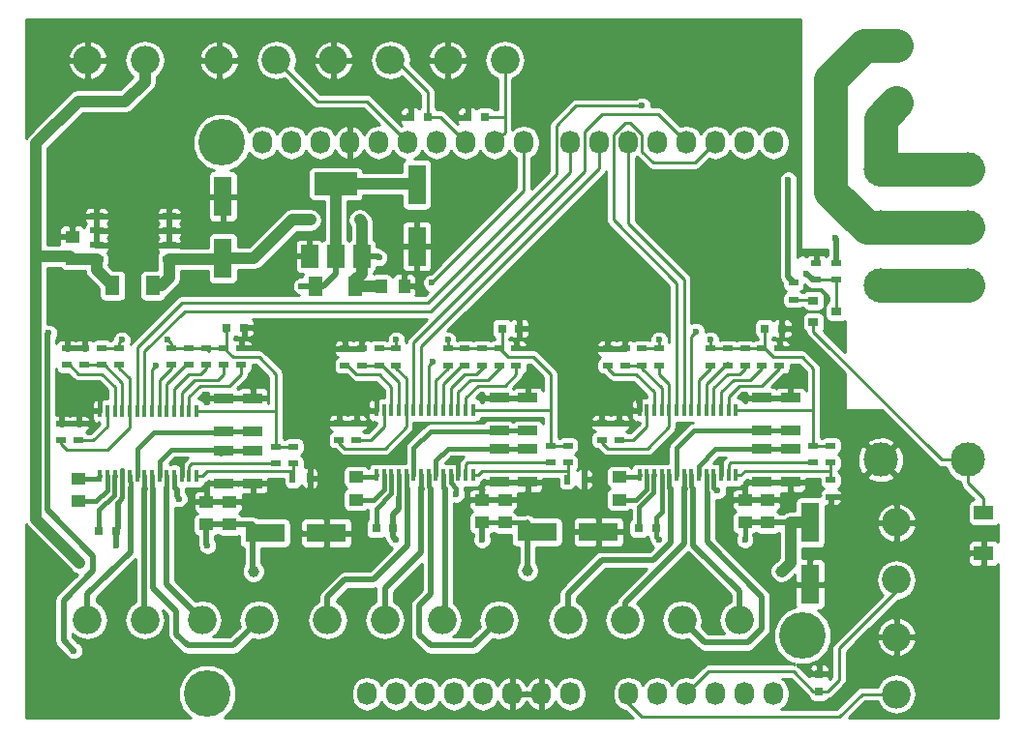
<source format=gtl>
G04 #@! TF.FileFunction,Copper,L1,Top,Signal*
%FSLAX46Y46*%
G04 Gerber Fmt 4.6, Leading zero omitted, Abs format (unit mm)*
G04 Created by KiCad (PCBNEW 4.0.2-stable) date 2017/04/12 1:03:06 PM*
%MOMM*%
G01*
G04 APERTURE LIST*
%ADD10C,0.100000*%
%ADD11C,0.600000*%
%ADD12C,4.064000*%
%ADD13O,1.727200X2.032000*%
%ADD14O,2.500000X2.500000*%
%ADD15R,0.900000X0.500000*%
%ADD16C,2.999740*%
%ADD17R,0.400000X1.100000*%
%ADD18R,3.800000X2.000000*%
%ADD19R,1.500000X2.000000*%
%ADD20R,0.800000X0.750000*%
%ADD21R,1.000000X1.250000*%
%ADD22R,0.750000X0.800000*%
%ADD23R,1.250000X1.000000*%
%ADD24R,0.900000X0.800000*%
%ADD25R,0.500000X0.900000*%
%ADD26R,1.700000X0.900000*%
%ADD27R,1.300000X1.700000*%
%ADD28R,1.700000X1.300000*%
%ADD29R,1.600000X3.500000*%
%ADD30R,3.500000X1.600000*%
%ADD31R,1.143000X0.508000*%
%ADD32C,1.000000*%
%ADD33C,0.500000*%
%ADD34C,1.000000*%
%ADD35C,0.400000*%
%ADD36C,0.250000*%
%ADD37C,3.000000*%
%ADD38C,0.254000*%
G04 APERTURE END LIST*
D10*
D11*
X113198000Y-97765000D03*
X112198000Y-97765000D03*
X113198000Y-96765000D03*
X112198000Y-96765000D03*
X110998000Y-113865000D03*
X109998000Y-113865000D03*
X110998000Y-112865000D03*
X109998000Y-112865000D03*
X114398000Y-77765000D03*
X113398000Y-77765000D03*
X114398000Y-76765000D03*
X113398000Y-76765000D03*
X159498000Y-88965000D03*
X158498000Y-88965000D03*
X159498000Y-87965000D03*
X158498000Y-87965000D03*
X111298000Y-67265000D03*
X110298000Y-67265000D03*
X111298000Y-66265000D03*
X110298000Y-66265000D03*
X171098000Y-89065000D03*
X170098000Y-89065000D03*
X171098000Y-88065000D03*
X170098000Y-88065000D03*
X168098000Y-81765000D03*
X167098000Y-81765000D03*
X168098000Y-80765000D03*
X167098000Y-80765000D03*
X167198000Y-68965000D03*
X166198000Y-68965000D03*
X167198000Y-67965000D03*
X166198000Y-67965000D03*
X153798000Y-115965000D03*
X152798000Y-115965000D03*
X153798000Y-114965000D03*
X152798000Y-114965000D03*
X132598000Y-115765000D03*
X131598000Y-115765000D03*
X132598000Y-114765000D03*
X131598000Y-114765000D03*
X132798000Y-124465000D03*
X131798000Y-124465000D03*
X130798000Y-124465000D03*
X132798000Y-123465000D03*
X131798000Y-123465000D03*
X130798000Y-123465000D03*
X132798000Y-122465000D03*
X131798000Y-122465000D03*
X130798000Y-122465000D03*
X183098000Y-115965000D03*
X182098000Y-115965000D03*
X181098000Y-115965000D03*
X180098000Y-115965000D03*
X183098000Y-114965000D03*
X182098000Y-114965000D03*
X181098000Y-114965000D03*
X180098000Y-114965000D03*
X183098000Y-113965000D03*
X182098000Y-113965000D03*
X181098000Y-113965000D03*
X180098000Y-113965000D03*
X183098000Y-112965000D03*
X182098000Y-112965000D03*
X181098000Y-112965000D03*
X180098000Y-112965000D03*
X158098000Y-95665000D03*
X157098000Y-95665000D03*
X156098000Y-95665000D03*
X158098000Y-94665000D03*
X157098000Y-94665000D03*
X156098000Y-94665000D03*
X158098000Y-93665000D03*
X157098000Y-93665000D03*
X156098000Y-93665000D03*
X134798000Y-95765000D03*
X133798000Y-95765000D03*
X132798000Y-95765000D03*
X134798000Y-94765000D03*
X133798000Y-94765000D03*
X132798000Y-94765000D03*
X134798000Y-93765000D03*
X133798000Y-93765000D03*
X132798000Y-93765000D03*
X129898000Y-96465000D03*
X128698000Y-96465000D03*
X122198000Y-77165000D03*
X121198000Y-77165000D03*
X122198000Y-76165000D03*
X121198000Y-76165000D03*
X131798000Y-87065000D03*
X130798000Y-87065000D03*
X131798000Y-86065000D03*
X130798000Y-86065000D03*
X143598000Y-87365000D03*
D12*
X126238000Y-75565000D03*
D13*
X156718000Y-75565000D03*
X159258000Y-75565000D03*
X161798000Y-75565000D03*
X164338000Y-75565000D03*
X166878000Y-75565000D03*
X169418000Y-75565000D03*
X171958000Y-75565000D03*
X174498000Y-75565000D03*
D12*
X177038000Y-118745000D03*
D14*
X119498000Y-68365000D03*
X114498000Y-68365000D03*
X185248000Y-72115000D03*
X185248000Y-67115000D03*
D15*
X138498000Y-93615000D03*
X138498000Y-95115000D03*
X136498000Y-100115000D03*
X136498000Y-101615000D03*
D16*
X183878000Y-103365000D03*
X191498000Y-103365000D03*
X191498000Y-88125000D03*
X191498000Y-83045000D03*
X191498000Y-77965000D03*
X183878000Y-88125000D03*
X183878000Y-83045000D03*
X183878000Y-77965000D03*
D17*
X115585000Y-104791000D03*
X116235000Y-104791000D03*
X116885000Y-104791000D03*
X117535000Y-104791000D03*
X118185000Y-104791000D03*
X118835000Y-104791000D03*
X119485000Y-104791000D03*
X120135000Y-104791000D03*
X120785000Y-104791000D03*
X121435000Y-104791000D03*
X122085000Y-104791000D03*
X122735000Y-104791000D03*
X123385000Y-104791000D03*
X124035000Y-104791000D03*
X124035000Y-99091000D03*
X123385000Y-99091000D03*
X122735000Y-99091000D03*
X122085000Y-99091000D03*
X121435000Y-99091000D03*
X120785000Y-99091000D03*
X120135000Y-99091000D03*
X119485000Y-99091000D03*
X118835000Y-99091000D03*
X118185000Y-99091000D03*
X117535000Y-99091000D03*
X116885000Y-99091000D03*
X116235000Y-99091000D03*
X115585000Y-99091000D03*
D18*
X136198000Y-79215000D03*
D19*
X136198000Y-85515000D03*
X138498000Y-85515000D03*
X133898000Y-85515000D03*
D17*
X139773000Y-104715000D03*
X140423000Y-104715000D03*
X141073000Y-104715000D03*
X141723000Y-104715000D03*
X142373000Y-104715000D03*
X143023000Y-104715000D03*
X143673000Y-104715000D03*
X144323000Y-104715000D03*
X144973000Y-104715000D03*
X145623000Y-104715000D03*
X146273000Y-104715000D03*
X146923000Y-104715000D03*
X147573000Y-104715000D03*
X148223000Y-104715000D03*
X148223000Y-99015000D03*
X147573000Y-99015000D03*
X146923000Y-99015000D03*
X146273000Y-99015000D03*
X145623000Y-99015000D03*
X144973000Y-99015000D03*
X144323000Y-99015000D03*
X143673000Y-99015000D03*
X143023000Y-99015000D03*
X142373000Y-99015000D03*
X141723000Y-99015000D03*
X141073000Y-99015000D03*
X140423000Y-99015000D03*
X139773000Y-99015000D03*
X162773000Y-104715000D03*
X163423000Y-104715000D03*
X164073000Y-104715000D03*
X164723000Y-104715000D03*
X165373000Y-104715000D03*
X166023000Y-104715000D03*
X166673000Y-104715000D03*
X167323000Y-104715000D03*
X167973000Y-104715000D03*
X168623000Y-104715000D03*
X169273000Y-104715000D03*
X169923000Y-104715000D03*
X170573000Y-104715000D03*
X171223000Y-104715000D03*
X171223000Y-99015000D03*
X170573000Y-99015000D03*
X169923000Y-99015000D03*
X169273000Y-99015000D03*
X168623000Y-99015000D03*
X167973000Y-99015000D03*
X167323000Y-99015000D03*
X166673000Y-99015000D03*
X166023000Y-99015000D03*
X165373000Y-99015000D03*
X164723000Y-99015000D03*
X164073000Y-99015000D03*
X163423000Y-99015000D03*
X162773000Y-99015000D03*
D14*
X161498000Y-117365000D03*
X166498000Y-117365000D03*
X171498000Y-117365000D03*
X156498000Y-117365000D03*
D20*
X126680000Y-91781000D03*
X128180000Y-91781000D03*
D21*
X140198000Y-88165000D03*
X142198000Y-88165000D03*
D22*
X178498000Y-122115000D03*
X178498000Y-123615000D03*
D23*
X113714000Y-105005000D03*
X113714000Y-107005000D03*
D20*
X115504000Y-109561000D03*
X117004000Y-109561000D03*
D23*
X126922000Y-109037000D03*
X126922000Y-107037000D03*
X124890000Y-109037000D03*
X124890000Y-107037000D03*
D20*
X150748000Y-91865000D03*
X152248000Y-91865000D03*
D23*
X137998000Y-104865000D03*
X137998000Y-106865000D03*
D20*
X139748000Y-109365000D03*
X141248000Y-109365000D03*
D23*
X150998000Y-108865000D03*
X150998000Y-106865000D03*
D20*
X142748000Y-73365000D03*
X144248000Y-73365000D03*
D23*
X148998000Y-108865000D03*
X148998000Y-106865000D03*
D20*
X147748000Y-73365000D03*
X149248000Y-73365000D03*
X173748000Y-91865000D03*
X175248000Y-91865000D03*
D23*
X160998000Y-104865000D03*
X160998000Y-106865000D03*
D20*
X162748000Y-109365000D03*
X164248000Y-109365000D03*
D23*
X173998000Y-108865000D03*
X173998000Y-106865000D03*
X171998000Y-108865000D03*
X171998000Y-106865000D03*
D24*
X177998000Y-89415000D03*
X177998000Y-91315000D03*
X179998000Y-90365000D03*
D15*
X121842000Y-93571000D03*
X121842000Y-95071000D03*
X123366000Y-93571000D03*
X123366000Y-95071000D03*
X113714000Y-100175000D03*
X113714000Y-101675000D03*
X112698000Y-93571000D03*
X112698000Y-95071000D03*
X114222000Y-93571000D03*
X114222000Y-95071000D03*
X112190000Y-100175000D03*
X112190000Y-101675000D03*
X115746000Y-93571000D03*
X115746000Y-95071000D03*
X126414000Y-93571000D03*
X126414000Y-95071000D03*
X127938000Y-95071000D03*
X127938000Y-93571000D03*
X130986000Y-103707000D03*
X130986000Y-102207000D03*
X145998000Y-93615000D03*
X145998000Y-95115000D03*
X147498000Y-93615000D03*
X147498000Y-95115000D03*
X148998000Y-93615000D03*
X148998000Y-95115000D03*
X141498000Y-93615000D03*
X141498000Y-95115000D03*
X139998000Y-93615000D03*
X139998000Y-95115000D03*
X150498000Y-93615000D03*
X150498000Y-95115000D03*
X156498000Y-103615000D03*
X156498000Y-102115000D03*
D25*
X156448000Y-105065000D03*
X157948000Y-105065000D03*
D15*
X168998000Y-93615000D03*
X168998000Y-95115000D03*
X160998000Y-100115000D03*
X160998000Y-101615000D03*
X161498000Y-93615000D03*
X161498000Y-95115000D03*
X159498000Y-100115000D03*
X159498000Y-101615000D03*
X162998000Y-93615000D03*
X162998000Y-95115000D03*
X173498000Y-93615000D03*
X173498000Y-95115000D03*
X176248000Y-87865000D03*
X176248000Y-89365000D03*
X174998000Y-95115000D03*
X174998000Y-93615000D03*
X179998000Y-86115000D03*
X179998000Y-87615000D03*
X178248000Y-86115000D03*
X178248000Y-87615000D03*
X179498000Y-105115000D03*
X179498000Y-106615000D03*
X124890000Y-93571000D03*
X124890000Y-95071000D03*
X117270000Y-93571000D03*
X117270000Y-95071000D03*
X132510000Y-103707000D03*
X132510000Y-102207000D03*
D25*
X132448000Y-104965000D03*
X133948000Y-104965000D03*
D26*
X128954000Y-102523000D03*
X128954000Y-105423000D03*
X128954000Y-100851000D03*
X128954000Y-97951000D03*
D15*
X151998000Y-95115000D03*
X151998000Y-93615000D03*
X154998000Y-103615000D03*
X154998000Y-102115000D03*
D26*
X150498000Y-100815000D03*
X150498000Y-97915000D03*
X152998000Y-100815000D03*
X152998000Y-97915000D03*
D15*
X170498000Y-93615000D03*
X170498000Y-95115000D03*
X159998000Y-93615000D03*
X159998000Y-95115000D03*
X177998000Y-103615000D03*
X177998000Y-102115000D03*
X179498000Y-103615000D03*
X179498000Y-102115000D03*
D26*
X175998000Y-100815000D03*
X175998000Y-97915000D03*
D14*
X185248000Y-113865000D03*
X185248000Y-118865000D03*
X185248000Y-123865000D03*
X185248000Y-108865000D03*
X119498000Y-117365000D03*
X124498000Y-117365000D03*
X129498000Y-117365000D03*
X114498000Y-117365000D03*
X140998000Y-68365000D03*
X145998000Y-68365000D03*
X150998000Y-68365000D03*
X135998000Y-68365000D03*
X140498000Y-117365000D03*
X145498000Y-117365000D03*
X150498000Y-117365000D03*
X135498000Y-117365000D03*
D26*
X126414000Y-102523000D03*
X126414000Y-105423000D03*
X126414000Y-100851000D03*
X126414000Y-97951000D03*
D15*
X137998000Y-100115000D03*
X137998000Y-101615000D03*
X136998000Y-93615000D03*
X136998000Y-95115000D03*
D26*
X150498000Y-102415000D03*
X150498000Y-105315000D03*
X152998000Y-102415000D03*
X152998000Y-105315000D03*
D15*
X171998000Y-93615000D03*
X171998000Y-95115000D03*
X164498000Y-93615000D03*
X164498000Y-95115000D03*
D26*
X173498000Y-102415000D03*
X173498000Y-105315000D03*
X175998000Y-102415000D03*
X175998000Y-105315000D03*
X173498000Y-100815000D03*
X173498000Y-97915000D03*
D13*
X138938000Y-123825000D03*
X141478000Y-123825000D03*
X144018000Y-123825000D03*
X146558000Y-123825000D03*
X149098000Y-123825000D03*
X151638000Y-123825000D03*
X154178000Y-123825000D03*
X156718000Y-123825000D03*
X161798000Y-123825000D03*
X164338000Y-123825000D03*
X166878000Y-123825000D03*
X169418000Y-123825000D03*
X171958000Y-123825000D03*
X174498000Y-123825000D03*
X129794000Y-75565000D03*
X132334000Y-75565000D03*
X134874000Y-75565000D03*
X137414000Y-75565000D03*
X139954000Y-75565000D03*
X142494000Y-75565000D03*
X145034000Y-75565000D03*
X147574000Y-75565000D03*
X150114000Y-75565000D03*
X152654000Y-75565000D03*
D12*
X124968000Y-123825000D03*
D14*
X125998000Y-68365000D03*
X130998000Y-68365000D03*
D27*
X137948000Y-88165000D03*
X134448000Y-88165000D03*
D28*
X192898000Y-108015000D03*
X192898000Y-111515000D03*
D29*
X126348000Y-85715000D03*
X126348000Y-80315000D03*
X143298000Y-79265000D03*
X143298000Y-84665000D03*
D30*
X129998000Y-109765000D03*
X135398000Y-109765000D03*
X153798000Y-109665000D03*
X159198000Y-109665000D03*
D29*
X177698000Y-108865000D03*
X177698000Y-114265000D03*
D23*
X113148000Y-85815000D03*
X113148000Y-83815000D03*
D27*
X116698000Y-88115000D03*
X120198000Y-88115000D03*
D31*
X115273000Y-85820000D03*
X115273000Y-84550000D03*
X115273000Y-83280000D03*
X115273000Y-82010000D03*
X121623000Y-82010000D03*
X121623000Y-83280000D03*
X121623000Y-84550000D03*
X121623000Y-85820000D03*
D11*
X154598000Y-90165000D03*
X113298000Y-120065000D03*
X111098000Y-92265000D03*
X133198000Y-88165000D03*
X115498000Y-97965000D03*
X139698000Y-97965000D03*
X162698000Y-98165000D03*
X177698000Y-121965000D03*
X122498000Y-103465000D03*
X169798000Y-103465000D03*
X146498000Y-103265000D03*
X177398000Y-87065000D03*
X139998000Y-85665000D03*
X138298000Y-82365000D03*
X133998000Y-82365000D03*
X169598000Y-106065000D03*
X179898000Y-83965000D03*
D32*
X113798000Y-112365000D03*
D11*
X122498000Y-106765000D03*
D32*
X128998000Y-113115000D03*
X152998000Y-113065000D03*
X175198000Y-113115000D03*
D11*
X146748000Y-106365000D03*
X171998000Y-110365000D03*
X164498000Y-110365000D03*
X141498000Y-110365000D03*
X148998000Y-110365000D03*
X124998000Y-110865000D03*
X116998000Y-110865000D03*
X175798000Y-78865000D03*
X144598000Y-87865000D03*
X144698000Y-94765000D03*
X120498000Y-95115000D03*
X167748000Y-92115000D03*
X162998000Y-72365000D03*
X121498000Y-92865000D03*
X117498000Y-92865000D03*
X145998000Y-92865000D03*
X141498000Y-92865000D03*
X168998000Y-92865000D03*
X164498000Y-92865000D03*
D33*
X134448000Y-88165000D02*
X135098000Y-88165000D01*
X135098000Y-88165000D02*
X136198000Y-87065000D01*
X136198000Y-87065000D02*
X136198000Y-85515000D01*
X134448000Y-88165000D02*
X133198000Y-88165000D01*
X112398000Y-119165000D02*
X113298000Y-120065000D01*
X112398000Y-115665000D02*
X112398000Y-119165000D01*
X114998000Y-113065000D02*
X112398000Y-115665000D01*
X114998000Y-111765000D02*
X114998000Y-113065000D01*
X110948002Y-107715002D02*
X114998000Y-111765000D01*
X110948002Y-92414998D02*
X110948002Y-107715002D01*
X111098000Y-92265000D02*
X110948002Y-92414998D01*
D34*
X136198000Y-79215000D02*
X143248000Y-79215000D01*
X143248000Y-79215000D02*
X143298000Y-79265000D01*
X136198000Y-85515000D02*
X136198000Y-79215000D01*
D35*
X115585000Y-99091000D02*
X115585000Y-98052000D01*
X115585000Y-98052000D02*
X115498000Y-97965000D01*
X139773000Y-99015000D02*
X139773000Y-98040000D01*
X139773000Y-98040000D02*
X139698000Y-97965000D01*
X162773000Y-99015000D02*
X162773000Y-98240000D01*
X162773000Y-98240000D02*
X162698000Y-98165000D01*
X178498000Y-122115000D02*
X177848000Y-122115000D01*
X177848000Y-122115000D02*
X177698000Y-121965000D01*
X122735000Y-104791000D02*
X122735000Y-103702000D01*
X122735000Y-103702000D02*
X122498000Y-103465000D01*
X169923000Y-104715000D02*
X169923000Y-103590000D01*
X169923000Y-103590000D02*
X169798000Y-103465000D01*
X146923000Y-104715000D02*
X146923000Y-103690000D01*
X146923000Y-103690000D02*
X146498000Y-103265000D01*
D33*
X142498000Y-105865000D02*
X142498000Y-110865000D01*
D35*
X142373000Y-105740000D02*
X142498000Y-105865000D01*
X142373000Y-104715000D02*
X142373000Y-105740000D01*
D33*
X135498000Y-115365000D02*
X135498000Y-117365000D01*
X136998000Y-113865000D02*
X135498000Y-115365000D01*
X139498000Y-113865000D02*
X136998000Y-113865000D01*
X142498000Y-110865000D02*
X139498000Y-113865000D01*
X138498000Y-85515000D02*
X139848000Y-85515000D01*
X177398000Y-87065000D02*
X177948000Y-87615000D01*
X139848000Y-85515000D02*
X139998000Y-85665000D01*
X177948000Y-87615000D02*
X178248000Y-87615000D01*
D34*
X140198000Y-88165000D02*
X137948000Y-88165000D01*
X137948000Y-88165000D02*
X137948000Y-87615000D01*
X137948000Y-87615000D02*
X138498000Y-87065000D01*
X138498000Y-87065000D02*
X138498000Y-85515000D01*
X126348000Y-85715000D02*
X129048000Y-85715000D01*
X138498000Y-82565000D02*
X138498000Y-85515000D01*
X138298000Y-82365000D02*
X138498000Y-82565000D01*
X132398000Y-82365000D02*
X133998000Y-82365000D01*
X129048000Y-85715000D02*
X132398000Y-82365000D01*
X121623000Y-85820000D02*
X126243000Y-85820000D01*
X126243000Y-85820000D02*
X126348000Y-85715000D01*
X120198000Y-88115000D02*
X120948000Y-88115000D01*
X121623000Y-87440000D02*
X121623000Y-85820000D01*
X120948000Y-88115000D02*
X121623000Y-87440000D01*
D33*
X177948000Y-87615000D02*
X178248000Y-87615000D01*
D36*
X178248000Y-87615000D02*
X179998000Y-87615000D01*
X179998000Y-87615000D02*
X179998000Y-90365000D01*
X185248000Y-123865000D02*
X182248000Y-123865000D01*
X162998000Y-125865000D02*
X161798000Y-124665000D01*
X180248000Y-125865000D02*
X162998000Y-125865000D01*
X182248000Y-123865000D02*
X180248000Y-125865000D01*
X161798000Y-124665000D02*
X161798000Y-123825000D01*
X178498000Y-123615000D02*
X177998000Y-123615000D01*
X168838000Y-121865000D02*
X166878000Y-123825000D01*
X176248000Y-121865000D02*
X168838000Y-121865000D01*
X177998000Y-123615000D02*
X176248000Y-121865000D01*
X166878000Y-123825000D02*
X166878000Y-124044998D01*
X185248000Y-113865000D02*
X185248000Y-114865000D01*
X185248000Y-114865000D02*
X180248000Y-119865000D01*
X180248000Y-119865000D02*
X180248000Y-122615000D01*
X180248000Y-122615000D02*
X179248000Y-123615000D01*
X179248000Y-123615000D02*
X178498000Y-123615000D01*
D35*
X113714000Y-105005000D02*
X115371000Y-105005000D01*
X115371000Y-105005000D02*
X115585000Y-104791000D01*
X113714000Y-107005000D02*
X115254000Y-107005000D01*
X116235000Y-106024000D02*
X116235000Y-104791000D01*
X115254000Y-107005000D02*
X116235000Y-106024000D01*
X115504000Y-109561000D02*
X115504000Y-107771000D01*
X116835002Y-106439998D02*
X116835002Y-104791000D01*
X115504000Y-107771000D02*
X116835002Y-106439998D01*
X116835002Y-104791000D02*
X116885000Y-104791000D01*
D34*
X115273000Y-85820000D02*
X115273000Y-86690000D01*
X115273000Y-86690000D02*
X116698000Y-88115000D01*
X113148000Y-85815000D02*
X115268000Y-85815000D01*
X115268000Y-85815000D02*
X115273000Y-85820000D01*
X109998000Y-85565000D02*
X112898000Y-85565000D01*
X112898000Y-85565000D02*
X113148000Y-85815000D01*
X177698000Y-108865000D02*
X175998000Y-108865000D01*
D35*
X164723000Y-104715000D02*
X164723000Y-107940000D01*
X164248000Y-108415000D02*
X164248000Y-109365000D01*
X164723000Y-107940000D02*
X164248000Y-108415000D01*
X169273000Y-104715000D02*
X169273000Y-105740000D01*
X169273000Y-105740000D02*
X169598000Y-106065000D01*
D33*
X179998000Y-84065000D02*
X179998000Y-86115000D01*
X179898000Y-83965000D02*
X179998000Y-84065000D01*
D34*
X113798000Y-112365000D02*
X109998000Y-108565000D01*
X109998000Y-108565000D02*
X109998000Y-85565000D01*
X109998000Y-85565000D02*
X109998000Y-75665000D01*
X109998000Y-75665000D02*
X113698000Y-71965000D01*
X113698000Y-71965000D02*
X117798000Y-71965000D01*
X117798000Y-71965000D02*
X119498000Y-70265000D01*
X119498000Y-70265000D02*
X119498000Y-68365000D01*
D35*
X122085000Y-105752000D02*
X122085000Y-104791000D01*
X122085000Y-105752000D02*
X122298000Y-105965000D01*
D33*
X122298000Y-106565000D02*
X122298000Y-105965000D01*
X122498000Y-106765000D02*
X122298000Y-106565000D01*
D35*
X128998000Y-113115000D02*
X128954000Y-113071000D01*
X175248000Y-113115000D02*
X175298000Y-113065000D01*
X175248000Y-113065000D02*
X175298000Y-113065000D01*
X175248000Y-113065000D02*
X175198000Y-113115000D01*
D33*
X117148000Y-109317000D02*
X117148000Y-107115000D01*
D35*
X117535000Y-106578000D02*
X117498000Y-106615000D01*
X117498000Y-106615000D02*
X117148000Y-107115000D01*
X117535000Y-106578000D02*
X117535000Y-104291000D01*
D33*
X117148000Y-109317000D02*
X117004000Y-109561000D01*
X141723000Y-106590000D02*
X141723000Y-107640000D01*
X141248000Y-108115000D02*
X141248000Y-109365000D01*
X141723000Y-107640000D02*
X141248000Y-108115000D01*
D35*
X146273000Y-105390000D02*
X146748000Y-105865000D01*
X146748000Y-105865000D02*
X146748000Y-106365000D01*
X146273000Y-105390000D02*
X146273000Y-104715000D01*
X141723000Y-104715000D02*
X141723000Y-106590000D01*
X141723000Y-106590000D02*
X141748000Y-106615000D01*
D33*
X152998000Y-108865000D02*
X152998000Y-113065000D01*
X128954000Y-109037000D02*
X128954000Y-113071000D01*
X173998000Y-108865000D02*
X171998000Y-108865000D01*
X175998000Y-108865000D02*
X173998000Y-108865000D01*
D34*
X175998000Y-112365000D02*
X175998000Y-108865000D01*
X175248000Y-113115000D02*
X175998000Y-112365000D01*
X119498000Y-68365000D02*
X119498000Y-68365000D01*
D35*
X164248000Y-109365000D02*
X164248000Y-110115000D01*
X171998000Y-110365000D02*
X171998000Y-108865000D01*
X164248000Y-110115000D02*
X164498000Y-110365000D01*
D33*
X141248000Y-109365000D02*
X141248000Y-110115000D01*
X141248000Y-110115000D02*
X141498000Y-110365000D01*
X148998000Y-110365000D02*
X148998000Y-108865000D01*
X117004000Y-109561000D02*
X117004000Y-110859000D01*
X124890000Y-110757000D02*
X124890000Y-109037000D01*
X124998000Y-110865000D02*
X124890000Y-110757000D01*
X117004000Y-110859000D02*
X116998000Y-110865000D01*
D35*
X150998000Y-108865000D02*
X152998000Y-108865000D01*
X148998000Y-108865000D02*
X150998000Y-108865000D01*
D33*
X128954000Y-109037000D02*
X126922000Y-109037000D01*
X126922000Y-109037000D02*
X124890000Y-109037000D01*
D35*
X137998000Y-104865000D02*
X139623000Y-104865000D01*
X139623000Y-104865000D02*
X139773000Y-104715000D01*
X140423000Y-104715000D02*
X140423000Y-105940000D01*
X139498000Y-106865000D02*
X137998000Y-106865000D01*
X140423000Y-105940000D02*
X139498000Y-106865000D01*
X139748000Y-109365000D02*
X139748000Y-107615000D01*
X141073000Y-106290000D02*
X141073000Y-104715000D01*
X139748000Y-107615000D02*
X141073000Y-106290000D01*
X141023002Y-104715000D02*
X141073000Y-104715000D01*
D36*
X144248000Y-73365000D02*
X145374000Y-73365000D01*
X145374000Y-73365000D02*
X147574000Y-75565000D01*
X144248000Y-73365000D02*
X144248000Y-71115000D01*
X144248000Y-71115000D02*
X141498000Y-68365000D01*
X141498000Y-68365000D02*
X140998000Y-68365000D01*
X140998000Y-68365000D02*
X140998000Y-68989000D01*
X150998000Y-73365000D02*
X149248000Y-73365000D01*
X150998000Y-68365000D02*
X150998000Y-73365000D01*
X150998000Y-73365000D02*
X150998000Y-74681000D01*
X150998000Y-74681000D02*
X150114000Y-75565000D01*
D35*
X160998000Y-104865000D02*
X162623000Y-104865000D01*
X162623000Y-104865000D02*
X162773000Y-104715000D01*
X160998000Y-106865000D02*
X162498000Y-106865000D01*
X163423000Y-105940000D02*
X163423000Y-104715000D01*
X162498000Y-106865000D02*
X163423000Y-105940000D01*
X162748000Y-109365000D02*
X162748000Y-107463530D01*
X164023002Y-106188528D02*
X164023002Y-104715000D01*
X162748000Y-107463530D02*
X164023002Y-106188528D01*
X164023002Y-104715000D02*
X164073000Y-104715000D01*
D36*
X191498000Y-103365000D02*
X191498000Y-105365000D01*
X192848000Y-106715000D02*
X192848000Y-107865000D01*
X191498000Y-105365000D02*
X192848000Y-106715000D01*
X177998000Y-91315000D02*
X177998000Y-92115000D01*
X189248000Y-103365000D02*
X191498000Y-103365000D01*
X177998000Y-92115000D02*
X189248000Y-103365000D01*
D33*
X176248000Y-87865000D02*
X176248000Y-87815000D01*
X176248000Y-87815000D02*
X175798000Y-87365000D01*
X175798000Y-87365000D02*
X175798000Y-78865000D01*
D36*
X152654000Y-79809000D02*
X152654000Y-75565000D01*
X144598000Y-87865000D02*
X152654000Y-79809000D01*
X144323000Y-95140000D02*
X144323000Y-99015000D01*
X144698000Y-94765000D02*
X144323000Y-95140000D01*
X167323000Y-99015000D02*
X167323000Y-92540000D01*
X120135000Y-95478000D02*
X120135000Y-99091000D01*
X120498000Y-95115000D02*
X120135000Y-95478000D01*
X167323000Y-92540000D02*
X167748000Y-92115000D01*
X166673000Y-99015000D02*
X166673000Y-87540000D01*
X161798000Y-82665000D02*
X161798000Y-75565000D01*
X166673000Y-87540000D02*
X161798000Y-82665000D01*
X143673000Y-99015000D02*
X143673000Y-93440000D01*
X159258000Y-77855000D02*
X159258000Y-75565000D01*
X143673000Y-93440000D02*
X159258000Y-77855000D01*
X156998000Y-72615000D02*
X157248000Y-72365000D01*
X157248000Y-72365000D02*
X162998000Y-72365000D01*
X118835000Y-99091000D02*
X118835000Y-93528000D01*
X155498000Y-74115000D02*
X156998000Y-72615000D01*
X155498000Y-78365000D02*
X155498000Y-74115000D01*
X144248000Y-89615000D02*
X155498000Y-78365000D01*
X122748000Y-89615000D02*
X144248000Y-89615000D01*
X118835000Y-93528000D02*
X122748000Y-89615000D01*
X143023000Y-99015000D02*
X143023000Y-93090000D01*
X164428000Y-73115000D02*
X166878000Y-75565000D01*
X159498000Y-73115000D02*
X164428000Y-73115000D01*
X157998000Y-74615000D02*
X159498000Y-73115000D01*
X157998000Y-78115000D02*
X157998000Y-74615000D01*
X143023000Y-93090000D02*
X157998000Y-78115000D01*
X166023000Y-99015000D02*
X166023000Y-87890000D01*
X167618000Y-77365000D02*
X169418000Y-75565000D01*
X163998000Y-77365000D02*
X167618000Y-77365000D01*
X162998000Y-76365000D02*
X163998000Y-77365000D01*
X162998000Y-74865000D02*
X162998000Y-76365000D01*
X161998000Y-73865000D02*
X162998000Y-74865000D01*
X161498000Y-73865000D02*
X161998000Y-73865000D01*
X160498000Y-74865000D02*
X161498000Y-73865000D01*
X160498000Y-82365000D02*
X160498000Y-74865000D01*
X166023000Y-87890000D02*
X160498000Y-82365000D01*
D37*
X183878000Y-77965000D02*
X183878000Y-73485000D01*
X183878000Y-73485000D02*
X185248000Y-72115000D01*
X191498000Y-77965000D02*
X183878000Y-77965000D01*
D33*
X166673000Y-105790000D02*
X166673000Y-110690000D01*
X161498000Y-115865000D02*
X161498000Y-117365000D01*
X166673000Y-110690000D02*
X161498000Y-115865000D01*
D35*
X166673000Y-104715000D02*
X166673000Y-105790000D01*
X166673000Y-105790000D02*
X166748000Y-105865000D01*
D33*
X168698000Y-106165000D02*
X168698000Y-110565000D01*
D35*
X168623000Y-106090000D02*
X168698000Y-106165000D01*
X168623000Y-104715000D02*
X168623000Y-106090000D01*
D33*
X168498000Y-119365000D02*
X166498000Y-117365000D01*
X172248000Y-119365000D02*
X168498000Y-119365000D01*
X173498000Y-118115000D02*
X172248000Y-119365000D01*
X173498000Y-115365000D02*
X173498000Y-118115000D01*
X168698000Y-110565000D02*
X173498000Y-115365000D01*
X167498000Y-105865000D02*
X167498000Y-110865000D01*
D35*
X167323000Y-105690000D02*
X167498000Y-105865000D01*
X167323000Y-104715000D02*
X167323000Y-105690000D01*
D33*
X171498000Y-114865000D02*
X171498000Y-117365000D01*
X167498000Y-110865000D02*
X171498000Y-114865000D01*
D36*
X176248000Y-89365000D02*
X177948000Y-89365000D01*
X177948000Y-89365000D02*
X177998000Y-89415000D01*
X121842000Y-95071000D02*
X121842000Y-95337000D01*
X120785000Y-96394000D02*
X120785000Y-99091000D01*
X121842000Y-95337000D02*
X120785000Y-96394000D01*
X126414000Y-95071000D02*
X126414000Y-95845000D01*
X122735000Y-97492000D02*
X122735000Y-99091000D01*
X123874000Y-96353000D02*
X122735000Y-97492000D01*
X125906000Y-96353000D02*
X123874000Y-96353000D01*
X126414000Y-95845000D02*
X125906000Y-96353000D01*
X130986000Y-103707000D02*
X123632000Y-103707000D01*
X123385000Y-103954000D02*
X123385000Y-104791000D01*
X123632000Y-103707000D02*
X123385000Y-103954000D01*
X138498000Y-95115000D02*
X139998000Y-95115000D01*
X139998000Y-95115000D02*
X140248000Y-95115000D01*
X140248000Y-95115000D02*
X141723000Y-96590000D01*
X141723000Y-96590000D02*
X141723000Y-99015000D01*
X150498000Y-95115000D02*
X150748000Y-95115000D01*
X150748000Y-95115000D02*
X149498000Y-96365000D01*
X149498000Y-96365000D02*
X147998000Y-96365000D01*
X147998000Y-96365000D02*
X146923000Y-97440000D01*
X146923000Y-97440000D02*
X146923000Y-99015000D01*
X154998000Y-103615000D02*
X147748000Y-103615000D01*
X147573000Y-103790000D02*
X147573000Y-104715000D01*
X147748000Y-103615000D02*
X147573000Y-103790000D01*
X177998000Y-103615000D02*
X170748000Y-103615000D01*
X170573000Y-103790000D02*
X170573000Y-104715000D01*
X170748000Y-103615000D02*
X170573000Y-103790000D01*
D37*
X191498000Y-88125000D02*
X183878000Y-88125000D01*
D33*
X165498000Y-105865000D02*
X165498000Y-110615000D01*
D35*
X165373000Y-105740000D02*
X165498000Y-105865000D01*
X165373000Y-104715000D02*
X165373000Y-105740000D01*
D33*
X156498000Y-115115000D02*
X156498000Y-117365000D01*
X159498000Y-112115000D02*
X156498000Y-115115000D01*
X163998000Y-112115000D02*
X159498000Y-112115000D01*
X165498000Y-110615000D02*
X163998000Y-112115000D01*
D36*
X123366000Y-95071000D02*
X123124000Y-95071000D01*
X123124000Y-95071000D02*
X121435000Y-96760000D01*
X121435000Y-96760000D02*
X121435000Y-99091000D01*
X113714000Y-101675000D02*
X114996000Y-101675000D01*
X116235000Y-100436000D02*
X116235000Y-99091000D01*
X114996000Y-101675000D02*
X116235000Y-100436000D01*
X112698000Y-95071000D02*
X112940000Y-95071000D01*
X112940000Y-95071000D02*
X113714000Y-95845000D01*
X113714000Y-95845000D02*
X115746000Y-95845000D01*
X115746000Y-95845000D02*
X116885000Y-96984000D01*
X116885000Y-96984000D02*
X116885000Y-99091000D01*
D35*
X128954000Y-102523000D02*
X126414000Y-102523000D01*
X126414000Y-102523000D02*
X126340000Y-102449000D01*
X126340000Y-102449000D02*
X121842000Y-102449000D01*
X121842000Y-102449000D02*
X120785000Y-103506000D01*
X120785000Y-103506000D02*
X120785000Y-104791000D01*
X126045000Y-102662000D02*
X126160000Y-102777000D01*
D36*
X136498000Y-101615000D02*
X136498000Y-101865000D01*
X136498000Y-101865000D02*
X136998000Y-102365000D01*
X142373000Y-100490000D02*
X142373000Y-99015000D01*
X140498000Y-102365000D02*
X142373000Y-100490000D01*
X136998000Y-102365000D02*
X140498000Y-102365000D01*
X141498000Y-95115000D02*
X141498000Y-95365000D01*
X141498000Y-95365000D02*
X142373000Y-96240000D01*
X142373000Y-96240000D02*
X142373000Y-99015000D01*
X173498000Y-95115000D02*
X173498000Y-95365000D01*
X173498000Y-95365000D02*
X172498000Y-96365000D01*
X169923000Y-97440000D02*
X169923000Y-99015000D01*
X170998000Y-96365000D02*
X169923000Y-97440000D01*
X172498000Y-96365000D02*
X170998000Y-96365000D01*
D33*
X118248000Y-105802000D02*
X118248000Y-111428000D01*
X114498000Y-115115000D02*
X114498000Y-117365000D01*
X118248000Y-111428000D02*
X114498000Y-115115000D01*
D35*
X118185000Y-104791000D02*
X118248000Y-105802000D01*
X118248000Y-105802000D02*
X118311000Y-105865000D01*
D33*
X119485000Y-105852000D02*
X119485000Y-117352000D01*
X119485000Y-117352000D02*
X119498000Y-117365000D01*
D35*
X119485000Y-104791000D02*
X119485000Y-105852000D01*
X119485000Y-105852000D02*
X119498000Y-105865000D01*
D33*
X121398000Y-105765000D02*
X121398000Y-114265000D01*
D35*
X121435000Y-105802000D02*
X121398000Y-105765000D01*
X121435000Y-104791000D02*
X121435000Y-105802000D01*
D33*
X121398000Y-114265000D02*
X124498000Y-117365000D01*
X120248000Y-105865000D02*
X120248000Y-114615000D01*
D35*
X120135000Y-105752000D02*
X120248000Y-105865000D01*
X120135000Y-104791000D02*
X120135000Y-105752000D01*
D33*
X127248000Y-119615000D02*
X129498000Y-117365000D01*
X123248000Y-119615000D02*
X127248000Y-119615000D01*
X122248000Y-118615000D02*
X123248000Y-119615000D01*
X122248000Y-116615000D02*
X122248000Y-118615000D01*
X120248000Y-114615000D02*
X122248000Y-116615000D01*
D36*
X114222000Y-95071000D02*
X115746000Y-95071000D01*
X115746000Y-95071000D02*
X115988000Y-95071000D01*
X115988000Y-95071000D02*
X117535000Y-96618000D01*
X117535000Y-96618000D02*
X117535000Y-99091000D01*
X112190000Y-101675000D02*
X112190000Y-101941000D01*
X118185000Y-100518000D02*
X118185000Y-99091000D01*
X116254000Y-102449000D02*
X118185000Y-100518000D01*
X112698000Y-102449000D02*
X116254000Y-102449000D01*
X112190000Y-101941000D02*
X112698000Y-102449000D01*
X117270000Y-95071000D02*
X117270000Y-95337000D01*
X118185000Y-96252000D02*
X118185000Y-99091000D01*
X117270000Y-95337000D02*
X118185000Y-96252000D01*
X127938000Y-95071000D02*
X127938000Y-95845000D01*
X123385000Y-97858000D02*
X123385000Y-99091000D01*
X124382000Y-96861000D02*
X123385000Y-97858000D01*
X126922000Y-96861000D02*
X124382000Y-96861000D01*
X127938000Y-95845000D02*
X126922000Y-96861000D01*
X132498000Y-104365000D02*
X124998000Y-104365000D01*
X124572000Y-104791000D02*
X124035000Y-104791000D01*
X124998000Y-104365000D02*
X124572000Y-104791000D01*
X132498000Y-105115000D02*
X132498000Y-104365000D01*
X132498000Y-104365000D02*
X132498000Y-103719000D01*
X132498000Y-103719000D02*
X132510000Y-103707000D01*
D35*
X128954000Y-100851000D02*
X126414000Y-100851000D01*
X126414000Y-100851000D02*
X126340000Y-100925000D01*
X126340000Y-100925000D02*
X120318000Y-100925000D01*
X120318000Y-100925000D02*
X118835000Y-102408000D01*
X118835000Y-102408000D02*
X118835000Y-104791000D01*
X126045000Y-100712000D02*
X126160000Y-100597000D01*
D36*
X145998000Y-95115000D02*
X145998000Y-95365000D01*
X145998000Y-95365000D02*
X144973000Y-96390000D01*
X144973000Y-96390000D02*
X144973000Y-99015000D01*
X147498000Y-95115000D02*
X147248000Y-95115000D01*
X147248000Y-95115000D02*
X145623000Y-96740000D01*
X145623000Y-96740000D02*
X145623000Y-99015000D01*
X137998000Y-101615000D02*
X139248000Y-101615000D01*
X140423000Y-100440000D02*
X140423000Y-99015000D01*
X139248000Y-101615000D02*
X140423000Y-100440000D01*
X136998000Y-95115000D02*
X137248000Y-95115000D01*
X137248000Y-95115000D02*
X137998000Y-95865000D01*
X137998000Y-95865000D02*
X139998000Y-95865000D01*
X139998000Y-95865000D02*
X141073000Y-96940000D01*
X141073000Y-96940000D02*
X141073000Y-99015000D01*
X147573000Y-99015000D02*
X147573000Y-97940000D01*
X151998000Y-95865000D02*
X151998000Y-95115000D01*
X150998000Y-96865000D02*
X151998000Y-95865000D01*
X148648000Y-96865000D02*
X150998000Y-96865000D01*
X147573000Y-97940000D02*
X148648000Y-96865000D01*
X151998000Y-95115000D02*
X152248000Y-95115000D01*
X156498000Y-105115000D02*
X156498000Y-104365000D01*
X156498000Y-104365000D02*
X156498000Y-103615000D01*
X148223000Y-104715000D02*
X148648000Y-104715000D01*
X148998000Y-104365000D02*
X156498000Y-104365000D01*
X148648000Y-104715000D02*
X148998000Y-104365000D01*
D35*
X152998000Y-102415000D02*
X150498000Y-102415000D01*
X150498000Y-102415000D02*
X150448000Y-102365000D01*
X150448000Y-102365000D02*
X145998000Y-102365000D01*
X145998000Y-102365000D02*
X144973000Y-103390000D01*
X144973000Y-103390000D02*
X144973000Y-104715000D01*
X152998000Y-100815000D02*
X150498000Y-100815000D01*
X150498000Y-100815000D02*
X150448000Y-100865000D01*
X150448000Y-100865000D02*
X144498000Y-100865000D01*
X144498000Y-100865000D02*
X143023000Y-102340000D01*
X143023000Y-102340000D02*
X143023000Y-104715000D01*
D36*
X168998000Y-95115000D02*
X168998000Y-95365000D01*
X167973000Y-96390000D02*
X167973000Y-99015000D01*
X168998000Y-95365000D02*
X167973000Y-96390000D01*
X170498000Y-95115000D02*
X170498000Y-94865000D01*
X170498000Y-94865000D02*
X168623000Y-96740000D01*
X168623000Y-96740000D02*
X168623000Y-99015000D01*
X160998000Y-101615000D02*
X162248000Y-101615000D01*
X163423000Y-100440000D02*
X163423000Y-99015000D01*
X162248000Y-101615000D02*
X163423000Y-100440000D01*
X159998000Y-95115000D02*
X159998000Y-95365000D01*
X159998000Y-95365000D02*
X160498000Y-95865000D01*
X160498000Y-95865000D02*
X162498000Y-95865000D01*
X162498000Y-95865000D02*
X164073000Y-97440000D01*
X164073000Y-97440000D02*
X164073000Y-99015000D01*
X162998000Y-95115000D02*
X162998000Y-95365000D01*
X162998000Y-95365000D02*
X164723000Y-97090000D01*
X164723000Y-97090000D02*
X164723000Y-99015000D01*
X161498000Y-95115000D02*
X162998000Y-95115000D01*
X159498000Y-101615000D02*
X159498000Y-101865000D01*
X159498000Y-101865000D02*
X159998000Y-102365000D01*
X159998000Y-102365000D02*
X163498000Y-102365000D01*
X163498000Y-102365000D02*
X165373000Y-100490000D01*
X165373000Y-100490000D02*
X165373000Y-99015000D01*
X164498000Y-95115000D02*
X164498000Y-95865000D01*
X165373000Y-96740000D02*
X165373000Y-99015000D01*
X164498000Y-95865000D02*
X165373000Y-96740000D01*
X174998000Y-95115000D02*
X174998000Y-95365000D01*
X174998000Y-95365000D02*
X173498000Y-96865000D01*
X173498000Y-96865000D02*
X171498000Y-96865000D01*
X171498000Y-96865000D02*
X170573000Y-97790000D01*
X170573000Y-97790000D02*
X170573000Y-99015000D01*
X171223000Y-104715000D02*
X171648000Y-104715000D01*
X171998000Y-104365000D02*
X179498000Y-104365000D01*
X171648000Y-104715000D02*
X171998000Y-104365000D01*
X179498000Y-103615000D02*
X179498000Y-104365000D01*
X179498000Y-104365000D02*
X179498000Y-105115000D01*
D35*
X173498000Y-102415000D02*
X169448000Y-102415000D01*
X167973000Y-103890000D02*
X167973000Y-104715000D01*
X169448000Y-102415000D02*
X167973000Y-103890000D01*
X175998000Y-102415000D02*
X173498000Y-102415000D01*
X173498000Y-100815000D02*
X167548000Y-100815000D01*
X166023000Y-102340000D02*
X166023000Y-104715000D01*
X167548000Y-100815000D02*
X166023000Y-102340000D01*
X175998000Y-100815000D02*
X173498000Y-100815000D01*
D33*
X143673000Y-105790000D02*
X143673000Y-111440000D01*
X140498000Y-114615000D02*
X140498000Y-117365000D01*
X143673000Y-111440000D02*
X140498000Y-114615000D01*
D35*
X143673000Y-104715000D02*
X143673000Y-105790000D01*
X143673000Y-105790000D02*
X143748000Y-105865000D01*
D33*
X144498000Y-105865000D02*
X144498000Y-115115000D01*
D35*
X144323000Y-105690000D02*
X144498000Y-105865000D01*
X144323000Y-104715000D02*
X144323000Y-105690000D01*
D33*
X148248000Y-119615000D02*
X150498000Y-117365000D01*
X144498000Y-119615000D02*
X148248000Y-119615000D01*
X143498000Y-118615000D02*
X144498000Y-119615000D01*
X143498000Y-116115000D02*
X143498000Y-118615000D01*
X144498000Y-115115000D02*
X143498000Y-116115000D01*
X145748000Y-117115000D02*
X145748000Y-105865000D01*
D35*
X145623000Y-105740000D02*
X145748000Y-105865000D01*
X145623000Y-105740000D02*
X145623000Y-104715000D01*
D33*
X145748000Y-117115000D02*
X145498000Y-117365000D01*
D36*
X130998000Y-68365000D02*
X134598000Y-71965000D01*
X138894000Y-71965000D02*
X142494000Y-75565000D01*
X134598000Y-71965000D02*
X138894000Y-71965000D01*
X119485000Y-99091000D02*
X119485000Y-93878000D01*
X156718000Y-78145000D02*
X156718000Y-75565000D01*
X144498000Y-90365000D02*
X156718000Y-78145000D01*
X122998000Y-90365000D02*
X144498000Y-90365000D01*
X119485000Y-93878000D02*
X122998000Y-90365000D01*
D37*
X183878000Y-83045000D02*
X182678000Y-83045000D01*
X182678000Y-83045000D02*
X179498000Y-79865000D01*
X182448000Y-67115000D02*
X185248000Y-67115000D01*
X179498000Y-70065000D02*
X182448000Y-67115000D01*
X179498000Y-79865000D02*
X179498000Y-70065000D01*
X191498000Y-83045000D02*
X183878000Y-83045000D01*
D36*
X183873000Y-82240000D02*
X184123000Y-81990000D01*
X124890000Y-95071000D02*
X124890000Y-95337000D01*
X122085000Y-97126000D02*
X122085000Y-99091000D01*
X123366000Y-95845000D02*
X122085000Y-97126000D01*
X124382000Y-95845000D02*
X123366000Y-95845000D01*
X124890000Y-95337000D02*
X124382000Y-95845000D01*
X148998000Y-95115000D02*
X149248000Y-95115000D01*
X149248000Y-95115000D02*
X148498000Y-95865000D01*
X148498000Y-95865000D02*
X147498000Y-95865000D01*
X147498000Y-95865000D02*
X146273000Y-97090000D01*
X146273000Y-97090000D02*
X146273000Y-99015000D01*
X170998000Y-95865000D02*
X170498000Y-95865000D01*
X171498000Y-95865000D02*
X170998000Y-95865000D01*
X171998000Y-95365000D02*
X171498000Y-95865000D01*
X169273000Y-97090000D02*
X169273000Y-99015000D01*
X170498000Y-95865000D02*
X169273000Y-97090000D01*
X171998000Y-95115000D02*
X171998000Y-95365000D01*
X169273000Y-97590000D02*
X169273000Y-99015000D01*
X117270000Y-93571000D02*
X117270000Y-93093000D01*
X121842000Y-93209000D02*
X121842000Y-93571000D01*
X121498000Y-92865000D02*
X121842000Y-93209000D01*
X117270000Y-93093000D02*
X117498000Y-92865000D01*
X115746000Y-93571000D02*
X117270000Y-93571000D01*
X126680000Y-91781000D02*
X126680000Y-93305000D01*
X126680000Y-93305000D02*
X126414000Y-93571000D01*
X130986000Y-99091000D02*
X130986000Y-95853000D01*
X130986000Y-95853000D02*
X129498000Y-94365000D01*
X129498000Y-94365000D02*
X127208000Y-94365000D01*
X127208000Y-94365000D02*
X126414000Y-93571000D01*
X124035000Y-99091000D02*
X130986000Y-99091000D01*
X130998000Y-98865000D02*
X130986000Y-98865000D01*
X130998000Y-99079000D02*
X130998000Y-98865000D01*
X130986000Y-99091000D02*
X130998000Y-99079000D01*
X130986000Y-98865000D02*
X130986000Y-99365000D01*
X130986000Y-99365000D02*
X130986000Y-100925000D01*
X126414000Y-92047000D02*
X126680000Y-91781000D01*
X121842000Y-93571000D02*
X123366000Y-93571000D01*
X123366000Y-93571000D02*
X124890000Y-93571000D01*
X124890000Y-93571000D02*
X126414000Y-93571000D01*
X125132000Y-93813000D02*
X124890000Y-93571000D01*
X130986000Y-102207000D02*
X130986000Y-100925000D01*
X132510000Y-102207000D02*
X130986000Y-102207000D01*
X141498000Y-93615000D02*
X141498000Y-92865000D01*
X145998000Y-92865000D02*
X145998000Y-93615000D01*
X139998000Y-93615000D02*
X141498000Y-93615000D01*
X148223000Y-99015000D02*
X154998000Y-99015000D01*
X154998000Y-99015000D02*
X154998000Y-98865000D01*
X154998000Y-102115000D02*
X154998000Y-98865000D01*
X154998000Y-98865000D02*
X154998000Y-95865000D01*
X151248000Y-94365000D02*
X150498000Y-93615000D01*
X153498000Y-94365000D02*
X151248000Y-94365000D01*
X154998000Y-95865000D02*
X153498000Y-94365000D01*
X156498000Y-102115000D02*
X154998000Y-102115000D01*
X145998000Y-93615000D02*
X147498000Y-93615000D01*
X147498000Y-93615000D02*
X148998000Y-93615000D01*
X148998000Y-93615000D02*
X150498000Y-93615000D01*
X150498000Y-93615000D02*
X150748000Y-93365000D01*
X150748000Y-93365000D02*
X150748000Y-91865000D01*
X171223000Y-99015000D02*
X177998000Y-99015000D01*
X177998000Y-99015000D02*
X177998000Y-99065000D01*
X164498000Y-93615000D02*
X164498000Y-92865000D01*
X168998000Y-92865000D02*
X168998000Y-93615000D01*
X162998000Y-93615000D02*
X164498000Y-93615000D01*
X177998000Y-102115000D02*
X179498000Y-102115000D01*
X173498000Y-93615000D02*
X173748000Y-93615000D01*
X173748000Y-93615000D02*
X174498000Y-94365000D01*
X177998000Y-95365000D02*
X177998000Y-99065000D01*
X177998000Y-99065000D02*
X177998000Y-102115000D01*
X176998000Y-94365000D02*
X177998000Y-95365000D01*
X174498000Y-94365000D02*
X176998000Y-94365000D01*
X171998000Y-93615000D02*
X173498000Y-93615000D01*
X170498000Y-93615000D02*
X171998000Y-93615000D01*
X168998000Y-93615000D02*
X170498000Y-93615000D01*
X173748000Y-91865000D02*
X173748000Y-93365000D01*
X173748000Y-93365000D02*
X173498000Y-93615000D01*
D38*
G36*
X176871000Y-84865000D02*
X176881006Y-84914410D01*
X176909447Y-84956035D01*
X176951841Y-84983315D01*
X176998000Y-84992000D01*
X179221000Y-84992000D01*
X179221000Y-85449174D01*
X179173340Y-85479842D01*
X179126575Y-85548284D01*
X178996521Y-85418231D01*
X178802827Y-85338000D01*
X178506750Y-85338000D01*
X178375000Y-85469750D01*
X178375000Y-85990000D01*
X178395000Y-85990000D01*
X178395000Y-86240000D01*
X178375000Y-86240000D01*
X178375000Y-86262000D01*
X178172356Y-86262000D01*
X178101000Y-86190644D01*
X178101000Y-85990000D01*
X178121000Y-85990000D01*
X178121000Y-85469750D01*
X177989250Y-85338000D01*
X177693173Y-85338000D01*
X177499479Y-85418231D01*
X177404158Y-85513552D01*
X177268375Y-85422825D01*
X177038000Y-85377000D01*
X176807625Y-85422825D01*
X176612322Y-85553322D01*
X176575000Y-85609178D01*
X176575000Y-79150289D01*
X176624856Y-79030222D01*
X176625143Y-78701221D01*
X176499505Y-78397154D01*
X176267070Y-78164312D01*
X175963222Y-78038144D01*
X175634221Y-78037857D01*
X175330154Y-78163495D01*
X175097312Y-78395930D01*
X174971144Y-78699778D01*
X174970857Y-79028779D01*
X175021000Y-79150134D01*
X175021000Y-87365000D01*
X175080146Y-87662345D01*
X175248578Y-87914422D01*
X175260676Y-87926520D01*
X175260676Y-88115000D01*
X175297423Y-88310294D01*
X175412842Y-88489660D01*
X175588951Y-88609990D01*
X175606923Y-88613629D01*
X175602706Y-88614423D01*
X175423340Y-88729842D01*
X175303010Y-88905951D01*
X175260676Y-89115000D01*
X175260676Y-89615000D01*
X175297423Y-89810294D01*
X175412842Y-89989660D01*
X175588951Y-90109990D01*
X175798000Y-90152324D01*
X176698000Y-90152324D01*
X176893294Y-90115577D01*
X177046487Y-90017000D01*
X177051738Y-90017000D01*
X177162842Y-90189660D01*
X177338951Y-90309990D01*
X177548000Y-90352324D01*
X178448000Y-90352324D01*
X178643294Y-90315577D01*
X178822660Y-90200158D01*
X178942990Y-90024049D01*
X178985324Y-89815000D01*
X178985324Y-89015000D01*
X178948577Y-88819706D01*
X178833158Y-88640340D01*
X178657049Y-88520010D01*
X178448000Y-88477676D01*
X177548000Y-88477676D01*
X177352706Y-88514423D01*
X177173340Y-88629842D01*
X177116521Y-88713000D01*
X177043145Y-88713000D01*
X176907049Y-88620010D01*
X176889077Y-88616371D01*
X176893294Y-88615577D01*
X177072660Y-88500158D01*
X177192990Y-88324049D01*
X177235324Y-88115000D01*
X177235324Y-88001168D01*
X177302789Y-88068633D01*
X177412842Y-88239660D01*
X177588951Y-88359990D01*
X177798000Y-88402324D01*
X178609967Y-88402324D01*
X179152321Y-88944678D01*
X179346000Y-89074090D01*
X179346000Y-89468738D01*
X179173340Y-89579842D01*
X179053010Y-89755951D01*
X179010676Y-89965000D01*
X179010676Y-90765000D01*
X179047423Y-90960294D01*
X179162842Y-91139660D01*
X179338951Y-91259990D01*
X179548000Y-91302324D01*
X180448000Y-91302324D01*
X180643294Y-91265577D01*
X180771000Y-91183400D01*
X180771000Y-93965932D01*
X178856175Y-92051107D01*
X178942990Y-91924049D01*
X178985324Y-91715000D01*
X178985324Y-90915000D01*
X178948577Y-90719706D01*
X178833158Y-90540340D01*
X178657049Y-90420010D01*
X178448000Y-90377676D01*
X177548000Y-90377676D01*
X177352706Y-90414423D01*
X177173340Y-90529842D01*
X177053010Y-90705951D01*
X177010676Y-90915000D01*
X177010676Y-91715000D01*
X177047423Y-91910294D01*
X177162842Y-92089660D01*
X177338951Y-92209990D01*
X177365983Y-92215464D01*
X177382105Y-92296509D01*
X177395631Y-92364510D01*
X177479902Y-92490631D01*
X177536966Y-92576034D01*
X180771000Y-95810068D01*
X180771000Y-98865000D01*
X180781006Y-98914410D01*
X180809447Y-98956035D01*
X180851841Y-98983315D01*
X180898000Y-98992000D01*
X183952933Y-98992000D01*
X188786964Y-103826031D01*
X188786966Y-103826034D01*
X188903600Y-103903966D01*
X188998491Y-103967370D01*
X189248000Y-104017001D01*
X189248005Y-104017000D01*
X189574324Y-104017000D01*
X189778701Y-104511630D01*
X190348371Y-105082295D01*
X190846000Y-105288929D01*
X190846000Y-105364995D01*
X190845999Y-105365000D01*
X190880441Y-105538144D01*
X190895631Y-105614510D01*
X191011398Y-105787769D01*
X191036966Y-105826034D01*
X192040096Y-106829163D01*
X191852706Y-106864423D01*
X191673340Y-106979842D01*
X191553010Y-107155951D01*
X191510676Y-107365000D01*
X191510676Y-108665000D01*
X191547423Y-108860294D01*
X191662842Y-109039660D01*
X191838951Y-109159990D01*
X192048000Y-109202324D01*
X193748000Y-109202324D01*
X193943294Y-109165577D01*
X194122660Y-109050158D01*
X194171000Y-108979410D01*
X194171000Y-110542709D01*
X194046521Y-110418231D01*
X193852827Y-110338000D01*
X193156750Y-110338000D01*
X193025000Y-110469750D01*
X193025000Y-111388000D01*
X193045000Y-111388000D01*
X193045000Y-111642000D01*
X193025000Y-111642000D01*
X193025000Y-112560250D01*
X193156750Y-112692000D01*
X193852827Y-112692000D01*
X194046521Y-112611769D01*
X194171000Y-112487291D01*
X194171000Y-125963000D01*
X181072068Y-125963000D01*
X182518068Y-124517000D01*
X183593766Y-124517000D01*
X183606266Y-124579841D01*
X183991471Y-125156342D01*
X184567972Y-125541547D01*
X185248000Y-125676813D01*
X185928028Y-125541547D01*
X186504529Y-125156342D01*
X186889734Y-124579841D01*
X187025000Y-123899813D01*
X187025000Y-123830187D01*
X186889734Y-123150159D01*
X186504529Y-122573658D01*
X185928028Y-122188453D01*
X185248000Y-122053187D01*
X184567972Y-122188453D01*
X183991471Y-122573658D01*
X183606266Y-123150159D01*
X183593766Y-123213000D01*
X182248000Y-123213000D01*
X181998490Y-123262631D01*
X181786966Y-123403966D01*
X179977932Y-125213000D01*
X175148955Y-125213000D01*
X175481303Y-124990932D01*
X175782747Y-124539789D01*
X175888600Y-124007629D01*
X175888600Y-123642371D01*
X175782747Y-123110211D01*
X175481303Y-122659068D01*
X175268683Y-122517000D01*
X175977932Y-122517000D01*
X177536964Y-124076031D01*
X177536966Y-124076034D01*
X177594550Y-124114510D01*
X177605817Y-124122038D01*
X177622423Y-124210294D01*
X177737842Y-124389660D01*
X177913951Y-124509990D01*
X178123000Y-124552324D01*
X178873000Y-124552324D01*
X179068294Y-124515577D01*
X179247660Y-124400158D01*
X179352900Y-124246135D01*
X179456113Y-124225604D01*
X179497510Y-124217369D01*
X179709034Y-124076034D01*
X180709031Y-123076036D01*
X180709034Y-123076034D01*
X180850369Y-122864510D01*
X180850370Y-122864509D01*
X180900001Y-122615000D01*
X180900000Y-122614995D01*
X180900000Y-120135068D01*
X181767356Y-119267711D01*
X183517225Y-119267711D01*
X183803083Y-119899395D01*
X184308917Y-120373602D01*
X184845290Y-120595767D01*
X185121000Y-120505341D01*
X185121000Y-118992000D01*
X185375000Y-118992000D01*
X185375000Y-120505341D01*
X185650710Y-120595767D01*
X186187083Y-120373602D01*
X186692917Y-119899395D01*
X186978775Y-119267711D01*
X186888714Y-118992000D01*
X185375000Y-118992000D01*
X185121000Y-118992000D01*
X183607286Y-118992000D01*
X183517225Y-119267711D01*
X181767356Y-119267711D01*
X182572778Y-118462289D01*
X183517225Y-118462289D01*
X183607286Y-118738000D01*
X185121000Y-118738000D01*
X185121000Y-117224659D01*
X185375000Y-117224659D01*
X185375000Y-118738000D01*
X186888714Y-118738000D01*
X186978775Y-118462289D01*
X186692917Y-117830605D01*
X186187083Y-117356398D01*
X185650710Y-117134233D01*
X185375000Y-117224659D01*
X185121000Y-117224659D01*
X184845290Y-117134233D01*
X184308917Y-117356398D01*
X183803083Y-117830605D01*
X183517225Y-118462289D01*
X182572778Y-118462289D01*
X185385630Y-115649437D01*
X185928028Y-115541547D01*
X186504529Y-115156342D01*
X186889734Y-114579841D01*
X187025000Y-113899813D01*
X187025000Y-113830187D01*
X186889734Y-113150159D01*
X186504529Y-112573658D01*
X185928028Y-112188453D01*
X185248000Y-112053187D01*
X184567972Y-112188453D01*
X183991471Y-112573658D01*
X183606266Y-113150159D01*
X183471000Y-113830187D01*
X183471000Y-113899813D01*
X183606266Y-114579841D01*
X183991471Y-115156342D01*
X184017319Y-115173613D01*
X179786966Y-119403966D01*
X179645631Y-119615490D01*
X179645631Y-119615491D01*
X179595999Y-119865000D01*
X179596000Y-119865005D01*
X179596000Y-122344933D01*
X179400000Y-122540933D01*
X179400000Y-122373750D01*
X179268250Y-122242000D01*
X178625000Y-122242000D01*
X178625000Y-122262000D01*
X178371000Y-122262000D01*
X178371000Y-122242000D01*
X177727750Y-122242000D01*
X177637409Y-122332341D01*
X176915241Y-121610173D01*
X177596000Y-121610173D01*
X177596000Y-121856250D01*
X177727750Y-121988000D01*
X178371000Y-121988000D01*
X178371000Y-121319750D01*
X178625000Y-121319750D01*
X178625000Y-121988000D01*
X179268250Y-121988000D01*
X179400000Y-121856250D01*
X179400000Y-121610173D01*
X179319769Y-121416478D01*
X179171521Y-121268231D01*
X178977827Y-121188000D01*
X178756750Y-121188000D01*
X178625000Y-121319750D01*
X178371000Y-121319750D01*
X178239250Y-121188000D01*
X178018173Y-121188000D01*
X177824479Y-121268231D01*
X177676231Y-121416478D01*
X177596000Y-121610173D01*
X176915241Y-121610173D01*
X176709034Y-121403966D01*
X176558799Y-121303583D01*
X177544783Y-121304443D01*
X178485663Y-120915680D01*
X179206150Y-120196450D01*
X179596555Y-119256250D01*
X179597443Y-118238217D01*
X179208680Y-117297337D01*
X178489450Y-116576850D01*
X178405522Y-116542000D01*
X178602827Y-116542000D01*
X178796521Y-116461769D01*
X178944769Y-116313522D01*
X179025000Y-116119827D01*
X179025000Y-114523750D01*
X178893250Y-114392000D01*
X177825000Y-114392000D01*
X177825000Y-114412000D01*
X177571000Y-114412000D01*
X177571000Y-114392000D01*
X176502750Y-114392000D01*
X176371000Y-114523750D01*
X176371000Y-116119827D01*
X176417661Y-116232477D01*
X175590337Y-116574320D01*
X174869850Y-117293550D01*
X174479445Y-118233750D01*
X174478557Y-119251783D01*
X174867320Y-120192663D01*
X175586550Y-120913150D01*
X176364454Y-121236164D01*
X176248000Y-121212999D01*
X176247995Y-121213000D01*
X168838005Y-121213000D01*
X168838000Y-121212999D01*
X168588491Y-121262630D01*
X168525914Y-121304443D01*
X168376966Y-121403966D01*
X168376964Y-121403969D01*
X167418042Y-122362891D01*
X167410160Y-122357624D01*
X166878000Y-122251771D01*
X166345840Y-122357624D01*
X165894697Y-122659068D01*
X165608000Y-123088141D01*
X165321303Y-122659068D01*
X164870160Y-122357624D01*
X164338000Y-122251771D01*
X163805840Y-122357624D01*
X163354697Y-122659068D01*
X163068000Y-123088141D01*
X162781303Y-122659068D01*
X162330160Y-122357624D01*
X161798000Y-122251771D01*
X161265840Y-122357624D01*
X160814697Y-122659068D01*
X160513253Y-123110211D01*
X160407400Y-123642371D01*
X160407400Y-124007629D01*
X160513253Y-124539789D01*
X160814697Y-124990932D01*
X161265840Y-125292376D01*
X161562272Y-125351340D01*
X162173933Y-125963000D01*
X126448400Y-125963000D01*
X127136150Y-125276450D01*
X127526555Y-124336250D01*
X127527160Y-123642371D01*
X137547400Y-123642371D01*
X137547400Y-124007629D01*
X137653253Y-124539789D01*
X137954697Y-124990932D01*
X138405840Y-125292376D01*
X138938000Y-125398229D01*
X139470160Y-125292376D01*
X139921303Y-124990932D01*
X140208000Y-124561859D01*
X140494697Y-124990932D01*
X140945840Y-125292376D01*
X141478000Y-125398229D01*
X142010160Y-125292376D01*
X142461303Y-124990932D01*
X142748000Y-124561859D01*
X143034697Y-124990932D01*
X143485840Y-125292376D01*
X144018000Y-125398229D01*
X144550160Y-125292376D01*
X145001303Y-124990932D01*
X145288000Y-124561859D01*
X145574697Y-124990932D01*
X146025840Y-125292376D01*
X146558000Y-125398229D01*
X147090160Y-125292376D01*
X147541303Y-124990932D01*
X147828000Y-124561859D01*
X148114697Y-124990932D01*
X148565840Y-125292376D01*
X149098000Y-125398229D01*
X149630160Y-125292376D01*
X150081303Y-124990932D01*
X150382747Y-124539789D01*
X150384729Y-124529826D01*
X150438060Y-124682934D01*
X150799396Y-125088426D01*
X151288402Y-125324774D01*
X151295935Y-125325273D01*
X151511000Y-125229827D01*
X151511000Y-123952000D01*
X151765000Y-123952000D01*
X151765000Y-125229827D01*
X151980065Y-125325273D01*
X151987598Y-125324774D01*
X152476604Y-125088426D01*
X152837940Y-124682934D01*
X152908000Y-124481799D01*
X152978060Y-124682934D01*
X153339396Y-125088426D01*
X153828402Y-125324774D01*
X153835935Y-125325273D01*
X154051000Y-125229827D01*
X154051000Y-123952000D01*
X152917993Y-123952000D01*
X152908000Y-123970373D01*
X152898007Y-123952000D01*
X151765000Y-123952000D01*
X151511000Y-123952000D01*
X151491000Y-123952000D01*
X151491000Y-123698000D01*
X151511000Y-123698000D01*
X151511000Y-122420173D01*
X151765000Y-122420173D01*
X151765000Y-123698000D01*
X152898007Y-123698000D01*
X152908000Y-123679627D01*
X152917993Y-123698000D01*
X154051000Y-123698000D01*
X154051000Y-122420173D01*
X154305000Y-122420173D01*
X154305000Y-123698000D01*
X154325000Y-123698000D01*
X154325000Y-123952000D01*
X154305000Y-123952000D01*
X154305000Y-125229827D01*
X154520065Y-125325273D01*
X154527598Y-125324774D01*
X155016604Y-125088426D01*
X155377940Y-124682934D01*
X155431271Y-124529826D01*
X155433253Y-124539789D01*
X155734697Y-124990932D01*
X156185840Y-125292376D01*
X156718000Y-125398229D01*
X157250160Y-125292376D01*
X157701303Y-124990932D01*
X158002747Y-124539789D01*
X158108600Y-124007629D01*
X158108600Y-123642371D01*
X158002747Y-123110211D01*
X157701303Y-122659068D01*
X157250160Y-122357624D01*
X156718000Y-122251771D01*
X156185840Y-122357624D01*
X155734697Y-122659068D01*
X155433253Y-123110211D01*
X155431271Y-123120174D01*
X155377940Y-122967066D01*
X155016604Y-122561574D01*
X154527598Y-122325226D01*
X154520065Y-122324727D01*
X154305000Y-122420173D01*
X154051000Y-122420173D01*
X153835935Y-122324727D01*
X153828402Y-122325226D01*
X153339396Y-122561574D01*
X152978060Y-122967066D01*
X152908000Y-123168201D01*
X152837940Y-122967066D01*
X152476604Y-122561574D01*
X151987598Y-122325226D01*
X151980065Y-122324727D01*
X151765000Y-122420173D01*
X151511000Y-122420173D01*
X151295935Y-122324727D01*
X151288402Y-122325226D01*
X150799396Y-122561574D01*
X150438060Y-122967066D01*
X150384729Y-123120174D01*
X150382747Y-123110211D01*
X150081303Y-122659068D01*
X149630160Y-122357624D01*
X149098000Y-122251771D01*
X148565840Y-122357624D01*
X148114697Y-122659068D01*
X147828000Y-123088141D01*
X147541303Y-122659068D01*
X147090160Y-122357624D01*
X146558000Y-122251771D01*
X146025840Y-122357624D01*
X145574697Y-122659068D01*
X145288000Y-123088141D01*
X145001303Y-122659068D01*
X144550160Y-122357624D01*
X144018000Y-122251771D01*
X143485840Y-122357624D01*
X143034697Y-122659068D01*
X142748000Y-123088141D01*
X142461303Y-122659068D01*
X142010160Y-122357624D01*
X141478000Y-122251771D01*
X140945840Y-122357624D01*
X140494697Y-122659068D01*
X140208000Y-123088141D01*
X139921303Y-122659068D01*
X139470160Y-122357624D01*
X138938000Y-122251771D01*
X138405840Y-122357624D01*
X137954697Y-122659068D01*
X137653253Y-123110211D01*
X137547400Y-123642371D01*
X127527160Y-123642371D01*
X127527443Y-123318217D01*
X127138680Y-122377337D01*
X126419450Y-121656850D01*
X125479250Y-121266445D01*
X124461217Y-121265557D01*
X123520337Y-121654320D01*
X122799850Y-122373550D01*
X122409445Y-123313750D01*
X122408557Y-124331783D01*
X122797320Y-125272663D01*
X123486453Y-125963000D01*
X109100000Y-125963000D01*
X109100000Y-109034080D01*
X109271801Y-109291199D01*
X113071455Y-113090852D01*
X113215492Y-113235140D01*
X113578346Y-113385810D01*
X111848578Y-115115578D01*
X111680146Y-115367655D01*
X111621000Y-115665000D01*
X111621000Y-119165000D01*
X111680146Y-119462345D01*
X111848578Y-119714422D01*
X112546849Y-120412693D01*
X112596495Y-120532846D01*
X112828930Y-120765688D01*
X113132778Y-120891856D01*
X113461779Y-120892143D01*
X113765846Y-120766505D01*
X113998688Y-120534070D01*
X114124856Y-120230222D01*
X114125143Y-119901221D01*
X113999505Y-119597154D01*
X113767070Y-119364312D01*
X113645801Y-119313957D01*
X113175000Y-118843156D01*
X113175000Y-118574149D01*
X113206658Y-118621529D01*
X113783159Y-119006734D01*
X114463187Y-119142000D01*
X114532813Y-119142000D01*
X115212841Y-119006734D01*
X115789342Y-118621529D01*
X116174547Y-118045028D01*
X116309813Y-117365000D01*
X116174547Y-116684972D01*
X115789342Y-116108471D01*
X115275000Y-115764799D01*
X115275000Y-115440706D01*
X118708000Y-112065380D01*
X118708000Y-115773486D01*
X118206658Y-116108471D01*
X117821453Y-116684972D01*
X117686187Y-117365000D01*
X117821453Y-118045028D01*
X118206658Y-118621529D01*
X118783159Y-119006734D01*
X119463187Y-119142000D01*
X119532813Y-119142000D01*
X120212841Y-119006734D01*
X120789342Y-118621529D01*
X121174547Y-118045028D01*
X121309813Y-117365000D01*
X121174547Y-116684972D01*
X121084776Y-116550620D01*
X121471000Y-116936844D01*
X121471000Y-118615000D01*
X121530146Y-118912345D01*
X121698578Y-119164422D01*
X122698578Y-120164422D01*
X122950655Y-120332854D01*
X123248000Y-120392000D01*
X127248000Y-120392000D01*
X127545345Y-120332854D01*
X127797422Y-120164422D01*
X128926581Y-119035263D01*
X129463187Y-119142000D01*
X129532813Y-119142000D01*
X130212841Y-119006734D01*
X130789342Y-118621529D01*
X131174547Y-118045028D01*
X131309813Y-117365000D01*
X131174547Y-116684972D01*
X130789342Y-116108471D01*
X130212841Y-115723266D01*
X129532813Y-115588000D01*
X129463187Y-115588000D01*
X128783159Y-115723266D01*
X128206658Y-116108471D01*
X127821453Y-116684972D01*
X127686187Y-117365000D01*
X127804476Y-117959680D01*
X126926156Y-118838000D01*
X125465370Y-118838000D01*
X125789342Y-118621529D01*
X126174547Y-118045028D01*
X126309813Y-117365000D01*
X126174547Y-116684972D01*
X125789342Y-116108471D01*
X125212841Y-115723266D01*
X124532813Y-115588000D01*
X124463187Y-115588000D01*
X123926581Y-115694737D01*
X122175000Y-113943156D01*
X122175000Y-108537000D01*
X123727676Y-108537000D01*
X123727676Y-109537000D01*
X123764423Y-109732294D01*
X123879842Y-109911660D01*
X124055951Y-110031990D01*
X124113000Y-110043543D01*
X124113000Y-110757000D01*
X124172146Y-111054345D01*
X124196450Y-111090718D01*
X124296495Y-111332846D01*
X124528930Y-111565688D01*
X124832778Y-111691856D01*
X125161779Y-111692143D01*
X125465846Y-111566505D01*
X125698688Y-111334070D01*
X125824856Y-111030222D01*
X125825143Y-110701221D01*
X125699505Y-110397154D01*
X125667000Y-110364592D01*
X125667000Y-110045723D01*
X125710294Y-110037577D01*
X125889660Y-109922158D01*
X125904563Y-109900347D01*
X125911842Y-109911660D01*
X126087951Y-110031990D01*
X126297000Y-110074324D01*
X127547000Y-110074324D01*
X127710676Y-110043526D01*
X127710676Y-110565000D01*
X127747423Y-110760294D01*
X127862842Y-110939660D01*
X128038951Y-111059990D01*
X128177000Y-111087946D01*
X128177000Y-112483437D01*
X128127860Y-112532492D01*
X127971179Y-112909821D01*
X127970822Y-113318387D01*
X128126844Y-113695989D01*
X128415492Y-113985140D01*
X128792821Y-114141821D01*
X129201387Y-114142178D01*
X129578989Y-113986156D01*
X129868140Y-113697508D01*
X130024821Y-113320179D01*
X130025178Y-112911613D01*
X129869156Y-112534011D01*
X129731000Y-112395614D01*
X129731000Y-111102324D01*
X131748000Y-111102324D01*
X131943294Y-111065577D01*
X132122660Y-110950158D01*
X132242990Y-110774049D01*
X132285324Y-110565000D01*
X132285324Y-110023750D01*
X133121000Y-110023750D01*
X133121000Y-110669827D01*
X133201231Y-110863521D01*
X133349478Y-111011769D01*
X133543173Y-111092000D01*
X135139250Y-111092000D01*
X135271000Y-110960250D01*
X135271000Y-109892000D01*
X135525000Y-109892000D01*
X135525000Y-110960250D01*
X135656750Y-111092000D01*
X137252827Y-111092000D01*
X137446522Y-111011769D01*
X137594769Y-110863521D01*
X137675000Y-110669827D01*
X137675000Y-110023750D01*
X137543250Y-109892000D01*
X135525000Y-109892000D01*
X135271000Y-109892000D01*
X133252750Y-109892000D01*
X133121000Y-110023750D01*
X132285324Y-110023750D01*
X132285324Y-108965000D01*
X132265600Y-108860173D01*
X133121000Y-108860173D01*
X133121000Y-109506250D01*
X133252750Y-109638000D01*
X135271000Y-109638000D01*
X135271000Y-108569750D01*
X135525000Y-108569750D01*
X135525000Y-109638000D01*
X137543250Y-109638000D01*
X137675000Y-109506250D01*
X137675000Y-108860173D01*
X137594769Y-108666479D01*
X137446522Y-108518231D01*
X137252827Y-108438000D01*
X135656750Y-108438000D01*
X135525000Y-108569750D01*
X135271000Y-108569750D01*
X135139250Y-108438000D01*
X133543173Y-108438000D01*
X133349478Y-108518231D01*
X133201231Y-108666479D01*
X133121000Y-108860173D01*
X132265600Y-108860173D01*
X132248577Y-108769706D01*
X132133158Y-108590340D01*
X131957049Y-108470010D01*
X131748000Y-108427676D01*
X129413772Y-108427676D01*
X129251345Y-108319146D01*
X128954000Y-108260000D01*
X127995001Y-108260000D01*
X127932158Y-108162340D01*
X127756049Y-108042010D01*
X127721706Y-108035055D01*
X127845521Y-107983769D01*
X127993769Y-107835522D01*
X128074000Y-107641827D01*
X128074000Y-107295750D01*
X127942250Y-107164000D01*
X127049000Y-107164000D01*
X127049000Y-107184000D01*
X126795000Y-107184000D01*
X126795000Y-107164000D01*
X125017000Y-107164000D01*
X125017000Y-107184000D01*
X124763000Y-107184000D01*
X124763000Y-107164000D01*
X123869750Y-107164000D01*
X123738000Y-107295750D01*
X123738000Y-107641827D01*
X123818231Y-107835522D01*
X123966479Y-107983769D01*
X124086134Y-108033332D01*
X124069706Y-108036423D01*
X123890340Y-108151842D01*
X123770010Y-108327951D01*
X123727676Y-108537000D01*
X122175000Y-108537000D01*
X122175000Y-107526341D01*
X122332778Y-107591856D01*
X122661779Y-107592143D01*
X122965846Y-107466505D01*
X123198688Y-107234070D01*
X123324856Y-106930222D01*
X123325143Y-106601221D01*
X123255294Y-106432173D01*
X123738000Y-106432173D01*
X123738000Y-106778250D01*
X123869750Y-106910000D01*
X124763000Y-106910000D01*
X124763000Y-106141750D01*
X125017000Y-106141750D01*
X125017000Y-106910000D01*
X126795000Y-106910000D01*
X126795000Y-106890000D01*
X127049000Y-106890000D01*
X127049000Y-106910000D01*
X127942250Y-106910000D01*
X128074000Y-106778250D01*
X128074000Y-106432173D01*
X128060674Y-106400000D01*
X128695250Y-106400000D01*
X128827000Y-106268250D01*
X128827000Y-105550000D01*
X129081000Y-105550000D01*
X129081000Y-106268250D01*
X129212750Y-106400000D01*
X129908827Y-106400000D01*
X130102521Y-106319769D01*
X130250769Y-106171522D01*
X130331000Y-105977827D01*
X130331000Y-105681750D01*
X130199250Y-105550000D01*
X129081000Y-105550000D01*
X128827000Y-105550000D01*
X127708750Y-105550000D01*
X127684000Y-105574750D01*
X127659250Y-105550000D01*
X126541000Y-105550000D01*
X126541000Y-105570000D01*
X126287000Y-105570000D01*
X126287000Y-105550000D01*
X125168750Y-105550000D01*
X125037000Y-105681750D01*
X125037000Y-105977827D01*
X125079154Y-106079596D01*
X125017000Y-106141750D01*
X124763000Y-106141750D01*
X124631250Y-106010000D01*
X124160173Y-106010000D01*
X123966479Y-106090231D01*
X123818231Y-106238478D01*
X123738000Y-106432173D01*
X123255294Y-106432173D01*
X123199505Y-106297154D01*
X123075000Y-106172431D01*
X123075000Y-105965000D01*
X123054497Y-105861924D01*
X123070756Y-105855189D01*
X123185000Y-105878324D01*
X123585000Y-105878324D01*
X123714590Y-105853940D01*
X123835000Y-105878324D01*
X124235000Y-105878324D01*
X124430294Y-105841577D01*
X124609660Y-105726158D01*
X124729990Y-105550049D01*
X124759209Y-105405762D01*
X124786525Y-105400328D01*
X124821510Y-105393369D01*
X125033034Y-105252034D01*
X125078909Y-105206159D01*
X125168750Y-105296000D01*
X126287000Y-105296000D01*
X126287000Y-105276000D01*
X126541000Y-105276000D01*
X126541000Y-105296000D01*
X127659250Y-105296000D01*
X127684000Y-105271250D01*
X127708750Y-105296000D01*
X128827000Y-105296000D01*
X128827000Y-105276000D01*
X129081000Y-105276000D01*
X129081000Y-105296000D01*
X130199250Y-105296000D01*
X130331000Y-105164250D01*
X130331000Y-105017000D01*
X131660676Y-105017000D01*
X131660676Y-105415000D01*
X131697423Y-105610294D01*
X131812842Y-105789660D01*
X131988951Y-105909990D01*
X132198000Y-105952324D01*
X132698000Y-105952324D01*
X132893294Y-105915577D01*
X133072660Y-105800158D01*
X133192990Y-105624049D01*
X133199945Y-105589706D01*
X133251231Y-105713521D01*
X133399478Y-105861769D01*
X133593173Y-105942000D01*
X133691250Y-105942000D01*
X133823000Y-105810250D01*
X133823000Y-105092000D01*
X134073000Y-105092000D01*
X134073000Y-105810250D01*
X134204750Y-105942000D01*
X134302827Y-105942000D01*
X134496522Y-105861769D01*
X134644769Y-105713521D01*
X134725000Y-105519827D01*
X134725000Y-105223750D01*
X134593250Y-105092000D01*
X134073000Y-105092000D01*
X133823000Y-105092000D01*
X133801000Y-105092000D01*
X133801000Y-104838000D01*
X133823000Y-104838000D01*
X133823000Y-104119750D01*
X134073000Y-104119750D01*
X134073000Y-104838000D01*
X134593250Y-104838000D01*
X134725000Y-104706250D01*
X134725000Y-104410173D01*
X134644769Y-104216479D01*
X134496522Y-104068231D01*
X134302827Y-103988000D01*
X134204750Y-103988000D01*
X134073000Y-104119750D01*
X133823000Y-104119750D01*
X133691250Y-103988000D01*
X133593173Y-103988000D01*
X133481695Y-104034175D01*
X133497324Y-103957000D01*
X133497324Y-103457000D01*
X133460577Y-103261706D01*
X133345158Y-103082340D01*
X133169049Y-102962010D01*
X133151077Y-102958371D01*
X133155294Y-102957577D01*
X133334660Y-102842158D01*
X133454990Y-102666049D01*
X133497324Y-102457000D01*
X133497324Y-101957000D01*
X133460577Y-101761706D01*
X133345158Y-101582340D01*
X133169049Y-101462010D01*
X132960000Y-101419676D01*
X132060000Y-101419676D01*
X131864706Y-101456423D01*
X131747373Y-101531925D01*
X131645049Y-101462010D01*
X131638000Y-101460583D01*
X131638000Y-99760173D01*
X135521000Y-99760173D01*
X135521000Y-99858250D01*
X135652750Y-99990000D01*
X136371000Y-99990000D01*
X136371000Y-99469750D01*
X136625000Y-99469750D01*
X136625000Y-99990000D01*
X137871000Y-99990000D01*
X137871000Y-99469750D01*
X138125000Y-99469750D01*
X138125000Y-99990000D01*
X138843250Y-99990000D01*
X138975000Y-99858250D01*
X138975000Y-99760173D01*
X138894769Y-99566478D01*
X138746521Y-99418231D01*
X138552827Y-99338000D01*
X138256750Y-99338000D01*
X138125000Y-99469750D01*
X137871000Y-99469750D01*
X137739250Y-99338000D01*
X137443173Y-99338000D01*
X137249479Y-99418231D01*
X137248000Y-99419710D01*
X137246521Y-99418231D01*
X137052827Y-99338000D01*
X136756750Y-99338000D01*
X136625000Y-99469750D01*
X136371000Y-99469750D01*
X136239250Y-99338000D01*
X135943173Y-99338000D01*
X135749479Y-99418231D01*
X135601231Y-99566478D01*
X135521000Y-99760173D01*
X131638000Y-99760173D01*
X131638000Y-99139332D01*
X131650001Y-99079000D01*
X131650000Y-99078995D01*
X131650000Y-98865000D01*
X131638000Y-98804672D01*
X131638000Y-98360173D01*
X139046000Y-98360173D01*
X139046000Y-98756250D01*
X139177750Y-98888000D01*
X139673000Y-98888000D01*
X139673000Y-98069750D01*
X139541250Y-97938000D01*
X139468173Y-97938000D01*
X139274479Y-98018231D01*
X139126231Y-98166478D01*
X139046000Y-98360173D01*
X131638000Y-98360173D01*
X131638000Y-95853005D01*
X131638001Y-95853000D01*
X131588370Y-95603491D01*
X131530107Y-95516294D01*
X131447034Y-95391966D01*
X131447031Y-95391964D01*
X129959034Y-93903966D01*
X129900717Y-93865000D01*
X129747510Y-93762631D01*
X129706113Y-93754396D01*
X129498000Y-93712999D01*
X129497995Y-93713000D01*
X128800250Y-93713000D01*
X128783250Y-93696000D01*
X128065000Y-93696000D01*
X128065000Y-93713000D01*
X127811000Y-93713000D01*
X127811000Y-93696000D01*
X127791000Y-93696000D01*
X127791000Y-93446000D01*
X127811000Y-93446000D01*
X127811000Y-92925750D01*
X128065000Y-92925750D01*
X128065000Y-93446000D01*
X128783250Y-93446000D01*
X128915000Y-93314250D01*
X128915000Y-93260173D01*
X136021000Y-93260173D01*
X136021000Y-93358250D01*
X136152750Y-93490000D01*
X136871000Y-93490000D01*
X136871000Y-92969750D01*
X137125000Y-92969750D01*
X137125000Y-93490000D01*
X138371000Y-93490000D01*
X138371000Y-92969750D01*
X138239250Y-92838000D01*
X137943173Y-92838000D01*
X137749479Y-92918231D01*
X137748000Y-92919710D01*
X137746521Y-92918231D01*
X137552827Y-92838000D01*
X137256750Y-92838000D01*
X137125000Y-92969750D01*
X136871000Y-92969750D01*
X136739250Y-92838000D01*
X136443173Y-92838000D01*
X136249479Y-92918231D01*
X136101231Y-93066478D01*
X136021000Y-93260173D01*
X128915000Y-93260173D01*
X128915000Y-93216173D01*
X128834769Y-93022478D01*
X128686521Y-92874231D01*
X128492827Y-92794000D01*
X128196750Y-92794000D01*
X128065000Y-92925750D01*
X127811000Y-92925750D01*
X127679250Y-92794000D01*
X127383173Y-92794000D01*
X127332000Y-92815197D01*
X127332000Y-92620088D01*
X127433490Y-92554781D01*
X127481478Y-92602769D01*
X127675173Y-92683000D01*
X127921250Y-92683000D01*
X128053000Y-92551250D01*
X128053000Y-91908000D01*
X128307000Y-91908000D01*
X128307000Y-92551250D01*
X128438750Y-92683000D01*
X128684827Y-92683000D01*
X128878522Y-92602769D01*
X129026769Y-92454521D01*
X129107000Y-92260827D01*
X129107000Y-92039750D01*
X128975250Y-91908000D01*
X128307000Y-91908000D01*
X128053000Y-91908000D01*
X128033000Y-91908000D01*
X128033000Y-91654000D01*
X128053000Y-91654000D01*
X128053000Y-91634000D01*
X128307000Y-91634000D01*
X128307000Y-91654000D01*
X128975250Y-91654000D01*
X129107000Y-91522250D01*
X129107000Y-91301173D01*
X129026769Y-91107479D01*
X128936291Y-91017000D01*
X144173932Y-91017000D01*
X142561966Y-92628966D01*
X142420631Y-92840490D01*
X142420631Y-92840491D01*
X142377207Y-93058793D01*
X142333158Y-92990340D01*
X142324896Y-92984695D01*
X142325143Y-92701221D01*
X142199505Y-92397154D01*
X141967070Y-92164312D01*
X141663222Y-92038144D01*
X141334221Y-92037857D01*
X141030154Y-92163495D01*
X140797312Y-92395930D01*
X140671144Y-92699778D01*
X140670987Y-92879534D01*
X140657049Y-92870010D01*
X140448000Y-92827676D01*
X139548000Y-92827676D01*
X139352706Y-92864423D01*
X139255356Y-92927066D01*
X139246521Y-92918231D01*
X139052827Y-92838000D01*
X138756750Y-92838000D01*
X138625000Y-92969750D01*
X138625000Y-93490000D01*
X138645000Y-93490000D01*
X138645000Y-93740000D01*
X138625000Y-93740000D01*
X138625000Y-93762000D01*
X138371000Y-93762000D01*
X138371000Y-93740000D01*
X137125000Y-93740000D01*
X137125000Y-93762000D01*
X136871000Y-93762000D01*
X136871000Y-93740000D01*
X136152750Y-93740000D01*
X136021000Y-93871750D01*
X136021000Y-93969827D01*
X136101231Y-94163522D01*
X136249479Y-94311769D01*
X136369134Y-94361332D01*
X136352706Y-94364423D01*
X136173340Y-94479842D01*
X136053010Y-94655951D01*
X136010676Y-94865000D01*
X136010676Y-95365000D01*
X136047423Y-95560294D01*
X136162842Y-95739660D01*
X136338951Y-95859990D01*
X136548000Y-95902324D01*
X137113256Y-95902324D01*
X137536964Y-96326031D01*
X137536966Y-96326034D01*
X137748490Y-96467369D01*
X137998000Y-96517000D01*
X139727932Y-96517000D01*
X140421000Y-97210067D01*
X140421000Y-97927676D01*
X140223000Y-97927676D01*
X140106035Y-97949684D01*
X140077827Y-97938000D01*
X140004750Y-97938000D01*
X139889202Y-98053548D01*
X139848340Y-98079842D01*
X139728010Y-98255951D01*
X139685676Y-98465000D01*
X139685676Y-99162000D01*
X139673000Y-99162000D01*
X139673000Y-99142000D01*
X139177750Y-99142000D01*
X139046000Y-99273750D01*
X139046000Y-99669827D01*
X139126231Y-99863522D01*
X139274479Y-100011769D01*
X139468173Y-100092000D01*
X139541250Y-100092000D01*
X139645998Y-99987252D01*
X139645998Y-100092000D01*
X139771000Y-100092000D01*
X139771000Y-100169932D01*
X138977932Y-100963000D01*
X138793145Y-100963000D01*
X138657049Y-100870010D01*
X138622706Y-100863055D01*
X138746521Y-100811769D01*
X138894769Y-100663522D01*
X138975000Y-100469827D01*
X138975000Y-100371750D01*
X138843250Y-100240000D01*
X138125000Y-100240000D01*
X138125000Y-100262000D01*
X137871000Y-100262000D01*
X137871000Y-100240000D01*
X136625000Y-100240000D01*
X136625000Y-100262000D01*
X136371000Y-100262000D01*
X136371000Y-100240000D01*
X135652750Y-100240000D01*
X135521000Y-100371750D01*
X135521000Y-100469827D01*
X135601231Y-100663522D01*
X135749479Y-100811769D01*
X135869134Y-100861332D01*
X135852706Y-100864423D01*
X135673340Y-100979842D01*
X135553010Y-101155951D01*
X135510676Y-101365000D01*
X135510676Y-101865000D01*
X135547423Y-102060294D01*
X135662842Y-102239660D01*
X135838951Y-102359990D01*
X136048000Y-102402324D01*
X136113256Y-102402324D01*
X136536964Y-102826031D01*
X136536966Y-102826034D01*
X136611646Y-102875933D01*
X136748491Y-102967370D01*
X136998000Y-103017001D01*
X136998005Y-103017000D01*
X140497995Y-103017000D01*
X140498000Y-103017001D01*
X140719201Y-102973000D01*
X140747510Y-102967369D01*
X140959034Y-102826034D01*
X142834031Y-100951036D01*
X142834034Y-100951034D01*
X142975369Y-100739510D01*
X143025000Y-100490000D01*
X143025000Y-100102324D01*
X143223000Y-100102324D01*
X143352590Y-100077940D01*
X143473000Y-100102324D01*
X143873000Y-100102324D01*
X144002590Y-100077940D01*
X144123000Y-100102324D01*
X144523000Y-100102324D01*
X144652590Y-100077940D01*
X144773000Y-100102324D01*
X145173000Y-100102324D01*
X145302590Y-100077940D01*
X145423000Y-100102324D01*
X145823000Y-100102324D01*
X145952590Y-100077940D01*
X146073000Y-100102324D01*
X146473000Y-100102324D01*
X146602590Y-100077940D01*
X146723000Y-100102324D01*
X147123000Y-100102324D01*
X147252590Y-100077940D01*
X147373000Y-100102324D01*
X147773000Y-100102324D01*
X147902590Y-100077940D01*
X148023000Y-100102324D01*
X148423000Y-100102324D01*
X148618294Y-100065577D01*
X148797660Y-99950158D01*
X148917990Y-99774049D01*
X148939668Y-99667000D01*
X154346000Y-99667000D01*
X154346000Y-100165701D01*
X154233158Y-99990340D01*
X154057049Y-99870010D01*
X153848000Y-99827676D01*
X152148000Y-99827676D01*
X151952706Y-99864423D01*
X151773340Y-99979842D01*
X151749168Y-100015220D01*
X151733158Y-99990340D01*
X151557049Y-99870010D01*
X151348000Y-99827676D01*
X149648000Y-99827676D01*
X149452706Y-99864423D01*
X149273340Y-99979842D01*
X149165275Y-100138000D01*
X144498005Y-100138000D01*
X144498000Y-100137999D01*
X144290171Y-100179340D01*
X144219789Y-100193340D01*
X144107317Y-100268491D01*
X143983933Y-100350933D01*
X142508933Y-101825933D01*
X142351340Y-102061789D01*
X142342158Y-102107948D01*
X142295999Y-102340000D01*
X142296000Y-102340005D01*
X142296000Y-103627676D01*
X142173000Y-103627676D01*
X142043410Y-103652060D01*
X141923000Y-103627676D01*
X141523000Y-103627676D01*
X141393410Y-103652060D01*
X141273000Y-103627676D01*
X140873000Y-103627676D01*
X140743410Y-103652060D01*
X140623000Y-103627676D01*
X140223000Y-103627676D01*
X140093410Y-103652060D01*
X139973000Y-103627676D01*
X139573000Y-103627676D01*
X139377706Y-103664423D01*
X139198340Y-103779842D01*
X139078010Y-103955951D01*
X139055992Y-104064676D01*
X139008158Y-103990340D01*
X138832049Y-103870010D01*
X138623000Y-103827676D01*
X137373000Y-103827676D01*
X137177706Y-103864423D01*
X136998340Y-103979842D01*
X136878010Y-104155951D01*
X136835676Y-104365000D01*
X136835676Y-105365000D01*
X136872423Y-105560294D01*
X136987842Y-105739660D01*
X137163951Y-105859990D01*
X137181923Y-105863629D01*
X137177706Y-105864423D01*
X136998340Y-105979842D01*
X136878010Y-106155951D01*
X136835676Y-106365000D01*
X136835676Y-107365000D01*
X136872423Y-107560294D01*
X136987842Y-107739660D01*
X137163951Y-107859990D01*
X137373000Y-107902324D01*
X138623000Y-107902324D01*
X138818294Y-107865577D01*
X138997660Y-107750158D01*
X139021000Y-107715999D01*
X139021000Y-108574174D01*
X138973340Y-108604842D01*
X138853010Y-108780951D01*
X138810676Y-108990000D01*
X138810676Y-109740000D01*
X138847423Y-109935294D01*
X138962842Y-110114660D01*
X139138951Y-110234990D01*
X139348000Y-110277324D01*
X140148000Y-110277324D01*
X140343294Y-110240577D01*
X140478653Y-110153476D01*
X140530146Y-110412345D01*
X140698578Y-110664422D01*
X140746849Y-110712693D01*
X140796495Y-110832846D01*
X141028930Y-111065688D01*
X141148725Y-111115431D01*
X139176156Y-113088000D01*
X136998000Y-113088000D01*
X136700655Y-113147146D01*
X136448578Y-113315578D01*
X134948578Y-114815578D01*
X134780146Y-115067655D01*
X134721000Y-115365000D01*
X134721000Y-115764799D01*
X134206658Y-116108471D01*
X133821453Y-116684972D01*
X133686187Y-117365000D01*
X133821453Y-118045028D01*
X134206658Y-118621529D01*
X134783159Y-119006734D01*
X135463187Y-119142000D01*
X135532813Y-119142000D01*
X136212841Y-119006734D01*
X136789342Y-118621529D01*
X137174547Y-118045028D01*
X137309813Y-117365000D01*
X137174547Y-116684972D01*
X136789342Y-116108471D01*
X136275000Y-115764799D01*
X136275000Y-115686844D01*
X137319844Y-114642000D01*
X139498000Y-114642000D01*
X139724595Y-114596927D01*
X139721000Y-114615000D01*
X139721000Y-115764799D01*
X139206658Y-116108471D01*
X138821453Y-116684972D01*
X138686187Y-117365000D01*
X138821453Y-118045028D01*
X139206658Y-118621529D01*
X139783159Y-119006734D01*
X140463187Y-119142000D01*
X140532813Y-119142000D01*
X141212841Y-119006734D01*
X141789342Y-118621529D01*
X142174547Y-118045028D01*
X142309813Y-117365000D01*
X142174547Y-116684972D01*
X141789342Y-116108471D01*
X141275000Y-115764799D01*
X141275000Y-114936844D01*
X143721000Y-112490844D01*
X143721000Y-114793156D01*
X142948578Y-115565578D01*
X142780146Y-115817655D01*
X142721000Y-116115000D01*
X142721000Y-118615000D01*
X142780146Y-118912345D01*
X142948578Y-119164422D01*
X143948578Y-120164422D01*
X144200655Y-120332854D01*
X144498000Y-120392000D01*
X148248000Y-120392000D01*
X148545345Y-120332854D01*
X148797422Y-120164422D01*
X149926581Y-119035263D01*
X150463187Y-119142000D01*
X150532813Y-119142000D01*
X151212841Y-119006734D01*
X151789342Y-118621529D01*
X152174547Y-118045028D01*
X152309813Y-117365000D01*
X152174547Y-116684972D01*
X151789342Y-116108471D01*
X151212841Y-115723266D01*
X150532813Y-115588000D01*
X150463187Y-115588000D01*
X149783159Y-115723266D01*
X149206658Y-116108471D01*
X148821453Y-116684972D01*
X148686187Y-117365000D01*
X148804476Y-117959680D01*
X147926156Y-118838000D01*
X146465370Y-118838000D01*
X146789342Y-118621529D01*
X147174547Y-118045028D01*
X147309813Y-117365000D01*
X147174547Y-116684972D01*
X146789342Y-116108471D01*
X146525000Y-115931844D01*
X146525000Y-108365000D01*
X147835676Y-108365000D01*
X147835676Y-109365000D01*
X147872423Y-109560294D01*
X147987842Y-109739660D01*
X148163951Y-109859990D01*
X148221000Y-109871543D01*
X148221000Y-110079711D01*
X148171144Y-110199778D01*
X148170857Y-110528779D01*
X148296495Y-110832846D01*
X148528930Y-111065688D01*
X148832778Y-111191856D01*
X149161779Y-111192143D01*
X149465846Y-111066505D01*
X149698688Y-110834070D01*
X149824856Y-110530222D01*
X149825143Y-110201221D01*
X149775000Y-110079866D01*
X149775000Y-109873723D01*
X149818294Y-109865577D01*
X149997660Y-109750158D01*
X149999425Y-109747574D01*
X150163951Y-109859990D01*
X150373000Y-109902324D01*
X151510676Y-109902324D01*
X151510676Y-110465000D01*
X151547423Y-110660294D01*
X151662842Y-110839660D01*
X151838951Y-110959990D01*
X152048000Y-111002324D01*
X152221000Y-111002324D01*
X152221000Y-112389514D01*
X152127860Y-112482492D01*
X151971179Y-112859821D01*
X151970822Y-113268387D01*
X152126844Y-113645989D01*
X152415492Y-113935140D01*
X152792821Y-114091821D01*
X153201387Y-114092178D01*
X153578989Y-113936156D01*
X153868140Y-113647508D01*
X154024821Y-113270179D01*
X154025178Y-112861613D01*
X153869156Y-112484011D01*
X153775000Y-112389691D01*
X153775000Y-111002324D01*
X155548000Y-111002324D01*
X155743294Y-110965577D01*
X155922660Y-110850158D01*
X156042990Y-110674049D01*
X156085324Y-110465000D01*
X156085324Y-109923750D01*
X156921000Y-109923750D01*
X156921000Y-110569827D01*
X157001231Y-110763521D01*
X157149478Y-110911769D01*
X157343173Y-110992000D01*
X158939250Y-110992000D01*
X159071000Y-110860250D01*
X159071000Y-109792000D01*
X159325000Y-109792000D01*
X159325000Y-110860250D01*
X159456750Y-110992000D01*
X161052827Y-110992000D01*
X161246522Y-110911769D01*
X161394769Y-110763521D01*
X161475000Y-110569827D01*
X161475000Y-109923750D01*
X161343250Y-109792000D01*
X159325000Y-109792000D01*
X159071000Y-109792000D01*
X157052750Y-109792000D01*
X156921000Y-109923750D01*
X156085324Y-109923750D01*
X156085324Y-108865000D01*
X156065600Y-108760173D01*
X156921000Y-108760173D01*
X156921000Y-109406250D01*
X157052750Y-109538000D01*
X159071000Y-109538000D01*
X159071000Y-108469750D01*
X159325000Y-108469750D01*
X159325000Y-109538000D01*
X161343250Y-109538000D01*
X161475000Y-109406250D01*
X161475000Y-108760173D01*
X161394769Y-108566479D01*
X161246522Y-108418231D01*
X161052827Y-108338000D01*
X159456750Y-108338000D01*
X159325000Y-108469750D01*
X159071000Y-108469750D01*
X158939250Y-108338000D01*
X157343173Y-108338000D01*
X157149478Y-108418231D01*
X157001231Y-108566479D01*
X156921000Y-108760173D01*
X156065600Y-108760173D01*
X156048577Y-108669706D01*
X155933158Y-108490340D01*
X155757049Y-108370010D01*
X155548000Y-108327676D01*
X153555506Y-108327676D01*
X153547422Y-108315578D01*
X153295345Y-108147146D01*
X152998000Y-108088000D01*
X152746635Y-108138000D01*
X152103175Y-108138000D01*
X152008158Y-107990340D01*
X151832049Y-107870010D01*
X151797706Y-107863055D01*
X151921521Y-107811769D01*
X152069769Y-107663522D01*
X152150000Y-107469827D01*
X152150000Y-107123750D01*
X152018250Y-106992000D01*
X151125000Y-106992000D01*
X151125000Y-107012000D01*
X150871000Y-107012000D01*
X150871000Y-106992000D01*
X149125000Y-106992000D01*
X149125000Y-107012000D01*
X148871000Y-107012000D01*
X148871000Y-106992000D01*
X147977750Y-106992000D01*
X147846000Y-107123750D01*
X147846000Y-107469827D01*
X147926231Y-107663522D01*
X148074479Y-107811769D01*
X148194134Y-107861332D01*
X148177706Y-107864423D01*
X147998340Y-107979842D01*
X147878010Y-108155951D01*
X147835676Y-108365000D01*
X146525000Y-108365000D01*
X146525000Y-107167865D01*
X146582778Y-107191856D01*
X146911779Y-107192143D01*
X147215846Y-107066505D01*
X147448688Y-106834070D01*
X147574856Y-106530222D01*
X147575091Y-106260173D01*
X147846000Y-106260173D01*
X147846000Y-106606250D01*
X147977750Y-106738000D01*
X148871000Y-106738000D01*
X148871000Y-105969750D01*
X148739250Y-105838000D01*
X148268173Y-105838000D01*
X148074479Y-105918231D01*
X147926231Y-106066478D01*
X147846000Y-106260173D01*
X147575091Y-106260173D01*
X147575143Y-106201221D01*
X147475000Y-105958857D01*
X147475000Y-105865000D01*
X147462533Y-105802324D01*
X147773000Y-105802324D01*
X147902590Y-105777940D01*
X148023000Y-105802324D01*
X148423000Y-105802324D01*
X148618294Y-105765577D01*
X148797660Y-105650158D01*
X148849867Y-105573750D01*
X149121000Y-105573750D01*
X149121000Y-105869827D01*
X149151438Y-105943312D01*
X149125000Y-105969750D01*
X149125000Y-106738000D01*
X150871000Y-106738000D01*
X150871000Y-106718000D01*
X151125000Y-106718000D01*
X151125000Y-106738000D01*
X152018250Y-106738000D01*
X152150000Y-106606250D01*
X152150000Y-106292000D01*
X152739250Y-106292000D01*
X152871000Y-106160250D01*
X152871000Y-105442000D01*
X153125000Y-105442000D01*
X153125000Y-106160250D01*
X153256750Y-106292000D01*
X153952827Y-106292000D01*
X154146521Y-106211769D01*
X154294769Y-106063522D01*
X154375000Y-105869827D01*
X154375000Y-105573750D01*
X154243250Y-105442000D01*
X153125000Y-105442000D01*
X152871000Y-105442000D01*
X151752750Y-105442000D01*
X151748000Y-105446750D01*
X151743250Y-105442000D01*
X150625000Y-105442000D01*
X150625000Y-105462000D01*
X150371000Y-105462000D01*
X150371000Y-105442000D01*
X149252750Y-105442000D01*
X149121000Y-105573750D01*
X148849867Y-105573750D01*
X148917990Y-105474049D01*
X148957889Y-105277025D01*
X149109034Y-105176034D01*
X149174909Y-105110159D01*
X149252750Y-105188000D01*
X150371000Y-105188000D01*
X150371000Y-105168000D01*
X150625000Y-105168000D01*
X150625000Y-105188000D01*
X151743250Y-105188000D01*
X151748000Y-105183250D01*
X151752750Y-105188000D01*
X152871000Y-105188000D01*
X152871000Y-105168000D01*
X153125000Y-105168000D01*
X153125000Y-105188000D01*
X154243250Y-105188000D01*
X154375000Y-105056250D01*
X154375000Y-105017000D01*
X155660676Y-105017000D01*
X155660676Y-105515000D01*
X155697423Y-105710294D01*
X155812842Y-105889660D01*
X155988951Y-106009990D01*
X156198000Y-106052324D01*
X156698000Y-106052324D01*
X156893294Y-106015577D01*
X157072660Y-105900158D01*
X157192990Y-105724049D01*
X157199945Y-105689706D01*
X157251231Y-105813521D01*
X157399478Y-105961769D01*
X157593173Y-106042000D01*
X157691250Y-106042000D01*
X157823000Y-105910250D01*
X157823000Y-105192000D01*
X158073000Y-105192000D01*
X158073000Y-105910250D01*
X158204750Y-106042000D01*
X158302827Y-106042000D01*
X158496522Y-105961769D01*
X158644769Y-105813521D01*
X158725000Y-105619827D01*
X158725000Y-105323750D01*
X158593250Y-105192000D01*
X158073000Y-105192000D01*
X157823000Y-105192000D01*
X157801000Y-105192000D01*
X157801000Y-104938000D01*
X157823000Y-104938000D01*
X157823000Y-104219750D01*
X158073000Y-104219750D01*
X158073000Y-104938000D01*
X158593250Y-104938000D01*
X158725000Y-104806250D01*
X158725000Y-104510173D01*
X158644769Y-104316479D01*
X158496522Y-104168231D01*
X158302827Y-104088000D01*
X158204750Y-104088000D01*
X158073000Y-104219750D01*
X157823000Y-104219750D01*
X157691250Y-104088000D01*
X157593173Y-104088000D01*
X157399478Y-104168231D01*
X157333681Y-104234029D01*
X157442990Y-104074049D01*
X157485324Y-103865000D01*
X157485324Y-103365000D01*
X157448577Y-103169706D01*
X157333158Y-102990340D01*
X157157049Y-102870010D01*
X157139077Y-102866371D01*
X157143294Y-102865577D01*
X157322660Y-102750158D01*
X157442990Y-102574049D01*
X157485324Y-102365000D01*
X157485324Y-101865000D01*
X157448577Y-101669706D01*
X157333158Y-101490340D01*
X157157049Y-101370010D01*
X156948000Y-101327676D01*
X156048000Y-101327676D01*
X155852706Y-101364423D01*
X155747733Y-101431972D01*
X155657049Y-101370010D01*
X155650000Y-101368583D01*
X155650000Y-99760173D01*
X158521000Y-99760173D01*
X158521000Y-99858250D01*
X158652750Y-99990000D01*
X159371000Y-99990000D01*
X159371000Y-99469750D01*
X159625000Y-99469750D01*
X159625000Y-99990000D01*
X160871000Y-99990000D01*
X160871000Y-99469750D01*
X161125000Y-99469750D01*
X161125000Y-99990000D01*
X161843250Y-99990000D01*
X161975000Y-99858250D01*
X161975000Y-99760173D01*
X161894769Y-99566478D01*
X161746521Y-99418231D01*
X161552827Y-99338000D01*
X161256750Y-99338000D01*
X161125000Y-99469750D01*
X160871000Y-99469750D01*
X160739250Y-99338000D01*
X160443173Y-99338000D01*
X160249479Y-99418231D01*
X160248000Y-99419710D01*
X160246521Y-99418231D01*
X160052827Y-99338000D01*
X159756750Y-99338000D01*
X159625000Y-99469750D01*
X159371000Y-99469750D01*
X159239250Y-99338000D01*
X158943173Y-99338000D01*
X158749479Y-99418231D01*
X158601231Y-99566478D01*
X158521000Y-99760173D01*
X155650000Y-99760173D01*
X155650000Y-98360173D01*
X162046000Y-98360173D01*
X162046000Y-98756250D01*
X162177750Y-98888000D01*
X162673000Y-98888000D01*
X162673000Y-98069750D01*
X162541250Y-97938000D01*
X162468173Y-97938000D01*
X162274479Y-98018231D01*
X162126231Y-98166478D01*
X162046000Y-98360173D01*
X155650000Y-98360173D01*
X155650000Y-95865000D01*
X155600369Y-95615490D01*
X155459034Y-95403966D01*
X155459031Y-95403964D01*
X153959034Y-93903966D01*
X153900717Y-93865000D01*
X153747510Y-93762631D01*
X153706113Y-93754396D01*
X153498000Y-93712999D01*
X153497995Y-93713000D01*
X151851000Y-93713000D01*
X151851000Y-93490000D01*
X151871000Y-93490000D01*
X151871000Y-92969750D01*
X152125000Y-92969750D01*
X152125000Y-93490000D01*
X152843250Y-93490000D01*
X152975000Y-93358250D01*
X152975000Y-93260173D01*
X159021000Y-93260173D01*
X159021000Y-93358250D01*
X159152750Y-93490000D01*
X159871000Y-93490000D01*
X159871000Y-92969750D01*
X160125000Y-92969750D01*
X160125000Y-93490000D01*
X161371000Y-93490000D01*
X161371000Y-92969750D01*
X161239250Y-92838000D01*
X160943173Y-92838000D01*
X160749479Y-92918231D01*
X160748000Y-92919710D01*
X160746521Y-92918231D01*
X160552827Y-92838000D01*
X160256750Y-92838000D01*
X160125000Y-92969750D01*
X159871000Y-92969750D01*
X159739250Y-92838000D01*
X159443173Y-92838000D01*
X159249479Y-92918231D01*
X159101231Y-93066478D01*
X159021000Y-93260173D01*
X152975000Y-93260173D01*
X152894769Y-93066478D01*
X152746521Y-92918231D01*
X152552827Y-92838000D01*
X152256750Y-92838000D01*
X152125000Y-92969750D01*
X151871000Y-92969750D01*
X151739250Y-92838000D01*
X151443173Y-92838000D01*
X151400000Y-92855883D01*
X151400000Y-92704088D01*
X151501490Y-92638781D01*
X151549478Y-92686769D01*
X151743173Y-92767000D01*
X151989250Y-92767000D01*
X152121000Y-92635250D01*
X152121000Y-91992000D01*
X152375000Y-91992000D01*
X152375000Y-92635250D01*
X152506750Y-92767000D01*
X152752827Y-92767000D01*
X152946522Y-92686769D01*
X153094769Y-92538521D01*
X153175000Y-92344827D01*
X153175000Y-92123750D01*
X153043250Y-91992000D01*
X152375000Y-91992000D01*
X152121000Y-91992000D01*
X152101000Y-91992000D01*
X152101000Y-91738000D01*
X152121000Y-91738000D01*
X152121000Y-91094750D01*
X152375000Y-91094750D01*
X152375000Y-91738000D01*
X153043250Y-91738000D01*
X153175000Y-91606250D01*
X153175000Y-91385173D01*
X153094769Y-91191479D01*
X152946522Y-91043231D01*
X152752827Y-90963000D01*
X152506750Y-90963000D01*
X152375000Y-91094750D01*
X152121000Y-91094750D01*
X151989250Y-90963000D01*
X151743173Y-90963000D01*
X151549478Y-91043231D01*
X151500015Y-91092694D01*
X151357049Y-90995010D01*
X151148000Y-90952676D01*
X150348000Y-90952676D01*
X150152706Y-90989423D01*
X149973340Y-91104842D01*
X149853010Y-91280951D01*
X149810676Y-91490000D01*
X149810676Y-92240000D01*
X149847423Y-92435294D01*
X149962842Y-92614660D01*
X150096000Y-92705643D01*
X150096000Y-92827676D01*
X150048000Y-92827676D01*
X149852706Y-92864423D01*
X149747733Y-92931972D01*
X149657049Y-92870010D01*
X149448000Y-92827676D01*
X148548000Y-92827676D01*
X148352706Y-92864423D01*
X148247733Y-92931972D01*
X148157049Y-92870010D01*
X147948000Y-92827676D01*
X147048000Y-92827676D01*
X146852706Y-92864423D01*
X146824985Y-92882261D01*
X146825143Y-92701221D01*
X146699505Y-92397154D01*
X146467070Y-92164312D01*
X146163222Y-92038144D01*
X145997069Y-92037999D01*
X159719031Y-78316036D01*
X159719034Y-78316034D01*
X159846000Y-78126015D01*
X159846000Y-82364995D01*
X159845999Y-82365000D01*
X159872654Y-82499000D01*
X159895631Y-82614510D01*
X159991518Y-82758016D01*
X160036966Y-82826034D01*
X165371000Y-88160068D01*
X165371000Y-93049148D01*
X165333158Y-92990340D01*
X165324896Y-92984695D01*
X165325143Y-92701221D01*
X165199505Y-92397154D01*
X164967070Y-92164312D01*
X164663222Y-92038144D01*
X164334221Y-92037857D01*
X164030154Y-92163495D01*
X163797312Y-92395930D01*
X163671144Y-92699778D01*
X163670987Y-92879534D01*
X163657049Y-92870010D01*
X163448000Y-92827676D01*
X162548000Y-92827676D01*
X162352706Y-92864423D01*
X162255356Y-92927066D01*
X162246521Y-92918231D01*
X162052827Y-92838000D01*
X161756750Y-92838000D01*
X161625000Y-92969750D01*
X161625000Y-93490000D01*
X161645000Y-93490000D01*
X161645000Y-93740000D01*
X161625000Y-93740000D01*
X161625000Y-93762000D01*
X161371000Y-93762000D01*
X161371000Y-93740000D01*
X160125000Y-93740000D01*
X160125000Y-93762000D01*
X159871000Y-93762000D01*
X159871000Y-93740000D01*
X159152750Y-93740000D01*
X159021000Y-93871750D01*
X159021000Y-93969827D01*
X159101231Y-94163522D01*
X159249479Y-94311769D01*
X159369134Y-94361332D01*
X159352706Y-94364423D01*
X159173340Y-94479842D01*
X159053010Y-94655951D01*
X159010676Y-94865000D01*
X159010676Y-95365000D01*
X159047423Y-95560294D01*
X159162842Y-95739660D01*
X159338951Y-95859990D01*
X159548000Y-95902324D01*
X159613256Y-95902324D01*
X160036964Y-96326031D01*
X160036966Y-96326034D01*
X160138685Y-96394000D01*
X160248491Y-96467370D01*
X160498000Y-96517001D01*
X160498005Y-96517000D01*
X162227932Y-96517000D01*
X163421000Y-97710067D01*
X163421000Y-97927676D01*
X163223000Y-97927676D01*
X163106035Y-97949684D01*
X163077827Y-97938000D01*
X163004750Y-97938000D01*
X162889202Y-98053548D01*
X162848340Y-98079842D01*
X162728010Y-98255951D01*
X162685676Y-98465000D01*
X162685676Y-99162000D01*
X162673000Y-99162000D01*
X162673000Y-99142000D01*
X162177750Y-99142000D01*
X162046000Y-99273750D01*
X162046000Y-99669827D01*
X162126231Y-99863522D01*
X162274479Y-100011769D01*
X162468173Y-100092000D01*
X162541250Y-100092000D01*
X162645998Y-99987252D01*
X162645998Y-100092000D01*
X162771000Y-100092000D01*
X162771000Y-100169932D01*
X161977932Y-100963000D01*
X161793145Y-100963000D01*
X161657049Y-100870010D01*
X161622706Y-100863055D01*
X161746521Y-100811769D01*
X161894769Y-100663522D01*
X161975000Y-100469827D01*
X161975000Y-100371750D01*
X161843250Y-100240000D01*
X161125000Y-100240000D01*
X161125000Y-100262000D01*
X160871000Y-100262000D01*
X160871000Y-100240000D01*
X159625000Y-100240000D01*
X159625000Y-100262000D01*
X159371000Y-100262000D01*
X159371000Y-100240000D01*
X158652750Y-100240000D01*
X158521000Y-100371750D01*
X158521000Y-100469827D01*
X158601231Y-100663522D01*
X158749479Y-100811769D01*
X158869134Y-100861332D01*
X158852706Y-100864423D01*
X158673340Y-100979842D01*
X158553010Y-101155951D01*
X158510676Y-101365000D01*
X158510676Y-101865000D01*
X158547423Y-102060294D01*
X158662842Y-102239660D01*
X158838951Y-102359990D01*
X159048000Y-102402324D01*
X159113256Y-102402324D01*
X159536964Y-102826031D01*
X159536966Y-102826034D01*
X159611646Y-102875933D01*
X159748491Y-102967370D01*
X159998000Y-103017001D01*
X159998005Y-103017000D01*
X163497995Y-103017000D01*
X163498000Y-103017001D01*
X163719201Y-102973000D01*
X163747510Y-102967369D01*
X163959034Y-102826034D01*
X165834031Y-100951036D01*
X165834034Y-100951034D01*
X165975369Y-100739510D01*
X166025000Y-100490000D01*
X166025000Y-100102324D01*
X166223000Y-100102324D01*
X166352590Y-100077940D01*
X166473000Y-100102324D01*
X166873000Y-100102324D01*
X167002590Y-100077940D01*
X167123000Y-100102324D01*
X167475985Y-100102324D01*
X167315948Y-100134158D01*
X167269789Y-100143340D01*
X167033933Y-100300933D01*
X167033931Y-100300936D01*
X165508933Y-101825933D01*
X165351340Y-102061789D01*
X165342158Y-102107948D01*
X165295999Y-102340000D01*
X165296000Y-102340005D01*
X165296000Y-103627676D01*
X165173000Y-103627676D01*
X165043410Y-103652060D01*
X164923000Y-103627676D01*
X164523000Y-103627676D01*
X164393410Y-103652060D01*
X164273000Y-103627676D01*
X163873000Y-103627676D01*
X163743410Y-103652060D01*
X163623000Y-103627676D01*
X163223000Y-103627676D01*
X163093410Y-103652060D01*
X162973000Y-103627676D01*
X162573000Y-103627676D01*
X162377706Y-103664423D01*
X162198340Y-103779842D01*
X162078010Y-103955951D01*
X162055992Y-104064676D01*
X162008158Y-103990340D01*
X161832049Y-103870010D01*
X161623000Y-103827676D01*
X160373000Y-103827676D01*
X160177706Y-103864423D01*
X159998340Y-103979842D01*
X159878010Y-104155951D01*
X159835676Y-104365000D01*
X159835676Y-105365000D01*
X159872423Y-105560294D01*
X159987842Y-105739660D01*
X160163951Y-105859990D01*
X160181923Y-105863629D01*
X160177706Y-105864423D01*
X159998340Y-105979842D01*
X159878010Y-106155951D01*
X159835676Y-106365000D01*
X159835676Y-107365000D01*
X159872423Y-107560294D01*
X159987842Y-107739660D01*
X160163951Y-107859990D01*
X160373000Y-107902324D01*
X161623000Y-107902324D01*
X161818294Y-107865577D01*
X161997660Y-107750158D01*
X162021000Y-107715999D01*
X162021000Y-108574174D01*
X161973340Y-108604842D01*
X161853010Y-108780951D01*
X161810676Y-108990000D01*
X161810676Y-109740000D01*
X161847423Y-109935294D01*
X161962842Y-110114660D01*
X162138951Y-110234990D01*
X162348000Y-110277324D01*
X163148000Y-110277324D01*
X163343294Y-110240577D01*
X163499767Y-110139889D01*
X163530068Y-110160594D01*
X163545979Y-110240577D01*
X163576340Y-110393211D01*
X163677232Y-110544207D01*
X163796495Y-110832846D01*
X163988734Y-111025422D01*
X163676156Y-111338000D01*
X159498000Y-111338000D01*
X159200655Y-111397146D01*
X158948578Y-111565578D01*
X155948578Y-114565578D01*
X155780146Y-114817655D01*
X155721000Y-115115000D01*
X155721000Y-115764799D01*
X155206658Y-116108471D01*
X154821453Y-116684972D01*
X154686187Y-117365000D01*
X154821453Y-118045028D01*
X155206658Y-118621529D01*
X155783159Y-119006734D01*
X156463187Y-119142000D01*
X156532813Y-119142000D01*
X157212841Y-119006734D01*
X157789342Y-118621529D01*
X158174547Y-118045028D01*
X158309813Y-117365000D01*
X158174547Y-116684972D01*
X157789342Y-116108471D01*
X157275000Y-115764799D01*
X157275000Y-115436844D01*
X159819844Y-112892000D01*
X163372156Y-112892000D01*
X160948578Y-115315578D01*
X160780146Y-115567655D01*
X160743986Y-115749440D01*
X160206658Y-116108471D01*
X159821453Y-116684972D01*
X159686187Y-117365000D01*
X159821453Y-118045028D01*
X160206658Y-118621529D01*
X160783159Y-119006734D01*
X161463187Y-119142000D01*
X161532813Y-119142000D01*
X162212841Y-119006734D01*
X162789342Y-118621529D01*
X163174547Y-118045028D01*
X163309813Y-117365000D01*
X163174547Y-116684972D01*
X162789342Y-116108471D01*
X162527998Y-115933846D01*
X166998000Y-111463844D01*
X170721000Y-115186844D01*
X170721000Y-115764799D01*
X170206658Y-116108471D01*
X169821453Y-116684972D01*
X169686187Y-117365000D01*
X169821453Y-118045028D01*
X170184255Y-118588000D01*
X168819844Y-118588000D01*
X168191524Y-117959680D01*
X168309813Y-117365000D01*
X168174547Y-116684972D01*
X167789342Y-116108471D01*
X167212841Y-115723266D01*
X166532813Y-115588000D01*
X166463187Y-115588000D01*
X165783159Y-115723266D01*
X165206658Y-116108471D01*
X164821453Y-116684972D01*
X164686187Y-117365000D01*
X164821453Y-118045028D01*
X165206658Y-118621529D01*
X165783159Y-119006734D01*
X166463187Y-119142000D01*
X166532813Y-119142000D01*
X167069419Y-119035263D01*
X167948578Y-119914422D01*
X168200655Y-120082854D01*
X168498000Y-120142000D01*
X172248000Y-120142000D01*
X172545345Y-120082854D01*
X172797422Y-119914422D01*
X174047422Y-118664422D01*
X174215854Y-118412345D01*
X174275000Y-118115000D01*
X174275000Y-115365000D01*
X174215854Y-115067655D01*
X174047422Y-114815578D01*
X169475000Y-110243156D01*
X169475000Y-106891893D01*
X169761779Y-106892143D01*
X170065846Y-106766505D01*
X170298688Y-106534070D01*
X170412419Y-106260173D01*
X170846000Y-106260173D01*
X170846000Y-106606250D01*
X170977750Y-106738000D01*
X171871000Y-106738000D01*
X171871000Y-105969750D01*
X171739250Y-105838000D01*
X171268173Y-105838000D01*
X171074479Y-105918231D01*
X170926231Y-106066478D01*
X170846000Y-106260173D01*
X170412419Y-106260173D01*
X170424856Y-106230222D01*
X170425143Y-105901221D01*
X170384280Y-105802324D01*
X170773000Y-105802324D01*
X170902590Y-105777940D01*
X171023000Y-105802324D01*
X171423000Y-105802324D01*
X171618294Y-105765577D01*
X171797660Y-105650158D01*
X171849867Y-105573750D01*
X172121000Y-105573750D01*
X172121000Y-105869827D01*
X172151438Y-105943312D01*
X172125000Y-105969750D01*
X172125000Y-106738000D01*
X173871000Y-106738000D01*
X173871000Y-106718000D01*
X174125000Y-106718000D01*
X174125000Y-106738000D01*
X175018250Y-106738000D01*
X175150000Y-106606250D01*
X175150000Y-106292000D01*
X175739250Y-106292000D01*
X175871000Y-106160250D01*
X175871000Y-105442000D01*
X176125000Y-105442000D01*
X176125000Y-106160250D01*
X176256750Y-106292000D01*
X176952827Y-106292000D01*
X177146521Y-106211769D01*
X177294769Y-106063522D01*
X177375000Y-105869827D01*
X177375000Y-105573750D01*
X177243250Y-105442000D01*
X176125000Y-105442000D01*
X175871000Y-105442000D01*
X174752750Y-105442000D01*
X174748000Y-105446750D01*
X174743250Y-105442000D01*
X173625000Y-105442000D01*
X173625000Y-105462000D01*
X173371000Y-105462000D01*
X173371000Y-105442000D01*
X172252750Y-105442000D01*
X172121000Y-105573750D01*
X171849867Y-105573750D01*
X171917990Y-105474049D01*
X171957889Y-105277025D01*
X172109034Y-105176034D01*
X172174909Y-105110159D01*
X172252750Y-105188000D01*
X173371000Y-105188000D01*
X173371000Y-105168000D01*
X173625000Y-105168000D01*
X173625000Y-105188000D01*
X174743250Y-105188000D01*
X174748000Y-105183250D01*
X174752750Y-105188000D01*
X175871000Y-105188000D01*
X175871000Y-105168000D01*
X176125000Y-105168000D01*
X176125000Y-105188000D01*
X177243250Y-105188000D01*
X177375000Y-105056250D01*
X177375000Y-105017000D01*
X178510676Y-105017000D01*
X178510676Y-105365000D01*
X178547423Y-105560294D01*
X178662842Y-105739660D01*
X178838951Y-105859990D01*
X178873294Y-105866945D01*
X178749479Y-105918231D01*
X178601231Y-106066478D01*
X178521000Y-106260173D01*
X178521000Y-106358250D01*
X178650748Y-106487998D01*
X178521000Y-106487998D01*
X178521000Y-106582334D01*
X178498000Y-106577676D01*
X176898000Y-106577676D01*
X176702706Y-106614423D01*
X176523340Y-106729842D01*
X176403010Y-106905951D01*
X176360676Y-107115000D01*
X176360676Y-107838000D01*
X175998000Y-107838000D01*
X175604984Y-107916176D01*
X175347830Y-108088000D01*
X175071001Y-108088000D01*
X175008158Y-107990340D01*
X174832049Y-107870010D01*
X174797706Y-107863055D01*
X174921521Y-107811769D01*
X175069769Y-107663522D01*
X175150000Y-107469827D01*
X175150000Y-107123750D01*
X175018250Y-106992000D01*
X174125000Y-106992000D01*
X174125000Y-107012000D01*
X173871000Y-107012000D01*
X173871000Y-106992000D01*
X172125000Y-106992000D01*
X172125000Y-107012000D01*
X171871000Y-107012000D01*
X171871000Y-106992000D01*
X170977750Y-106992000D01*
X170846000Y-107123750D01*
X170846000Y-107469827D01*
X170926231Y-107663522D01*
X171074479Y-107811769D01*
X171194134Y-107861332D01*
X171177706Y-107864423D01*
X170998340Y-107979842D01*
X170878010Y-108155951D01*
X170835676Y-108365000D01*
X170835676Y-109365000D01*
X170872423Y-109560294D01*
X170987842Y-109739660D01*
X171163951Y-109859990D01*
X171271000Y-109881668D01*
X171271000Y-109959297D01*
X171171144Y-110199778D01*
X171170857Y-110528779D01*
X171296495Y-110832846D01*
X171528930Y-111065688D01*
X171832778Y-111191856D01*
X172161779Y-111192143D01*
X172465846Y-111066505D01*
X172698688Y-110834070D01*
X172824856Y-110530222D01*
X172825143Y-110201221D01*
X172725000Y-109958857D01*
X172725000Y-109883131D01*
X172818294Y-109865577D01*
X172997660Y-109750158D01*
X172999425Y-109747574D01*
X173163951Y-109859990D01*
X173373000Y-109902324D01*
X174623000Y-109902324D01*
X174818294Y-109865577D01*
X174971000Y-109767313D01*
X174971000Y-111939602D01*
X174701787Y-112208815D01*
X174617011Y-112243844D01*
X174327860Y-112532492D01*
X174171179Y-112909821D01*
X174170822Y-113318387D01*
X174326844Y-113695989D01*
X174615492Y-113985140D01*
X174992821Y-114141821D01*
X175401387Y-114142178D01*
X175544606Y-114083001D01*
X175641016Y-114063824D01*
X175722035Y-114009689D01*
X175778989Y-113986156D01*
X175822985Y-113942237D01*
X175974199Y-113841199D01*
X176371000Y-113444398D01*
X176371000Y-114006250D01*
X176502750Y-114138000D01*
X177571000Y-114138000D01*
X177571000Y-112119750D01*
X177825000Y-112119750D01*
X177825000Y-114138000D01*
X178893250Y-114138000D01*
X179025000Y-114006250D01*
X179025000Y-112410173D01*
X178944769Y-112216478D01*
X178796521Y-112068231D01*
X178602827Y-111988000D01*
X177956750Y-111988000D01*
X177825000Y-112119750D01*
X177571000Y-112119750D01*
X177439250Y-111988000D01*
X177025000Y-111988000D01*
X177025000Y-111773750D01*
X191521000Y-111773750D01*
X191521000Y-112269827D01*
X191601231Y-112463522D01*
X191749479Y-112611769D01*
X191943173Y-112692000D01*
X192639250Y-112692000D01*
X192771000Y-112560250D01*
X192771000Y-111642000D01*
X191652750Y-111642000D01*
X191521000Y-111773750D01*
X177025000Y-111773750D01*
X177025000Y-111152324D01*
X178498000Y-111152324D01*
X178693294Y-111115577D01*
X178872660Y-111000158D01*
X178992990Y-110824049D01*
X179005925Y-110760173D01*
X191521000Y-110760173D01*
X191521000Y-111256250D01*
X191652750Y-111388000D01*
X192771000Y-111388000D01*
X192771000Y-110469750D01*
X192639250Y-110338000D01*
X191943173Y-110338000D01*
X191749479Y-110418231D01*
X191601231Y-110566478D01*
X191521000Y-110760173D01*
X179005925Y-110760173D01*
X179035324Y-110615000D01*
X179035324Y-109267711D01*
X183517225Y-109267711D01*
X183803083Y-109899395D01*
X184308917Y-110373602D01*
X184845290Y-110595767D01*
X185121000Y-110505341D01*
X185121000Y-108992000D01*
X185375000Y-108992000D01*
X185375000Y-110505341D01*
X185650710Y-110595767D01*
X186187083Y-110373602D01*
X186692917Y-109899395D01*
X186978775Y-109267711D01*
X186888714Y-108992000D01*
X185375000Y-108992000D01*
X185121000Y-108992000D01*
X183607286Y-108992000D01*
X183517225Y-109267711D01*
X179035324Y-109267711D01*
X179035324Y-108462289D01*
X183517225Y-108462289D01*
X183607286Y-108738000D01*
X185121000Y-108738000D01*
X185121000Y-107224659D01*
X185375000Y-107224659D01*
X185375000Y-108738000D01*
X186888714Y-108738000D01*
X186978775Y-108462289D01*
X186692917Y-107830605D01*
X186187083Y-107356398D01*
X185650710Y-107134233D01*
X185375000Y-107224659D01*
X185121000Y-107224659D01*
X184845290Y-107134233D01*
X184308917Y-107356398D01*
X183803083Y-107830605D01*
X183517225Y-108462289D01*
X179035324Y-108462289D01*
X179035324Y-107392000D01*
X179239250Y-107392000D01*
X179371000Y-107260250D01*
X179371000Y-106740000D01*
X179625000Y-106740000D01*
X179625000Y-107260250D01*
X179756750Y-107392000D01*
X180052827Y-107392000D01*
X180246521Y-107311769D01*
X180394769Y-107163522D01*
X180475000Y-106969827D01*
X180475000Y-106871750D01*
X180343250Y-106740000D01*
X179625000Y-106740000D01*
X179371000Y-106740000D01*
X179351000Y-106740000D01*
X179351000Y-106490000D01*
X179371000Y-106490000D01*
X179371000Y-106468000D01*
X179625000Y-106468000D01*
X179625000Y-106490000D01*
X180343250Y-106490000D01*
X180475000Y-106358250D01*
X180475000Y-106260173D01*
X180394769Y-106066478D01*
X180246521Y-105918231D01*
X180126866Y-105868668D01*
X180143294Y-105865577D01*
X180322660Y-105750158D01*
X180442990Y-105574049D01*
X180485324Y-105365000D01*
X180485324Y-104865000D01*
X180476854Y-104819983D01*
X182602623Y-104819983D01*
X182768337Y-105108387D01*
X183519970Y-105400328D01*
X184326110Y-105382410D01*
X184987663Y-105108387D01*
X185153377Y-104819983D01*
X183878000Y-103544605D01*
X182602623Y-104819983D01*
X180476854Y-104819983D01*
X180448577Y-104669706D01*
X180333158Y-104490340D01*
X180157049Y-104370010D01*
X180150000Y-104368583D01*
X180150000Y-104361262D01*
X180322660Y-104250158D01*
X180442990Y-104074049D01*
X180485324Y-103865000D01*
X180485324Y-103365000D01*
X180448577Y-103169706D01*
X180343860Y-103006970D01*
X181842672Y-103006970D01*
X181860590Y-103813110D01*
X182134613Y-104474663D01*
X182423017Y-104640377D01*
X183698395Y-103365000D01*
X184057605Y-103365000D01*
X185332983Y-104640377D01*
X185621387Y-104474663D01*
X185913328Y-103723030D01*
X185895410Y-102916890D01*
X185621387Y-102255337D01*
X185332983Y-102089623D01*
X184057605Y-103365000D01*
X183698395Y-103365000D01*
X182423017Y-102089623D01*
X182134613Y-102255337D01*
X181842672Y-103006970D01*
X180343860Y-103006970D01*
X180333158Y-102990340D01*
X180157049Y-102870010D01*
X180139077Y-102866371D01*
X180143294Y-102865577D01*
X180322660Y-102750158D01*
X180442990Y-102574049D01*
X180485324Y-102365000D01*
X180485324Y-101910017D01*
X182602623Y-101910017D01*
X183878000Y-103185395D01*
X185153377Y-101910017D01*
X184987663Y-101621613D01*
X184236030Y-101329672D01*
X183429890Y-101347590D01*
X182768337Y-101621613D01*
X182602623Y-101910017D01*
X180485324Y-101910017D01*
X180485324Y-101865000D01*
X180448577Y-101669706D01*
X180333158Y-101490340D01*
X180157049Y-101370010D01*
X179948000Y-101327676D01*
X179048000Y-101327676D01*
X178852706Y-101364423D01*
X178747733Y-101431972D01*
X178657049Y-101370010D01*
X178650000Y-101368583D01*
X178650000Y-95365005D01*
X178650001Y-95365000D01*
X178600370Y-95115491D01*
X178501398Y-94967369D01*
X178459034Y-94903966D01*
X178459031Y-94903964D01*
X177459034Y-93903966D01*
X177400717Y-93865000D01*
X177247510Y-93762631D01*
X177206113Y-93754396D01*
X176998000Y-93712999D01*
X176997995Y-93713000D01*
X174851000Y-93713000D01*
X174851000Y-93490000D01*
X174871000Y-93490000D01*
X174871000Y-92969750D01*
X175125000Y-92969750D01*
X175125000Y-93490000D01*
X175843250Y-93490000D01*
X175975000Y-93358250D01*
X175975000Y-93260173D01*
X175894769Y-93066478D01*
X175746521Y-92918231D01*
X175552827Y-92838000D01*
X175256750Y-92838000D01*
X175125000Y-92969750D01*
X174871000Y-92969750D01*
X174739250Y-92838000D01*
X174443173Y-92838000D01*
X174400000Y-92855883D01*
X174400000Y-92704088D01*
X174501490Y-92638781D01*
X174549478Y-92686769D01*
X174743173Y-92767000D01*
X174989250Y-92767000D01*
X175121000Y-92635250D01*
X175121000Y-91992000D01*
X175375000Y-91992000D01*
X175375000Y-92635250D01*
X175506750Y-92767000D01*
X175752827Y-92767000D01*
X175946522Y-92686769D01*
X176094769Y-92538521D01*
X176175000Y-92344827D01*
X176175000Y-92123750D01*
X176043250Y-91992000D01*
X175375000Y-91992000D01*
X175121000Y-91992000D01*
X175101000Y-91992000D01*
X175101000Y-91738000D01*
X175121000Y-91738000D01*
X175121000Y-91094750D01*
X175375000Y-91094750D01*
X175375000Y-91738000D01*
X176043250Y-91738000D01*
X176175000Y-91606250D01*
X176175000Y-91385173D01*
X176094769Y-91191479D01*
X175946522Y-91043231D01*
X175752827Y-90963000D01*
X175506750Y-90963000D01*
X175375000Y-91094750D01*
X175121000Y-91094750D01*
X174989250Y-90963000D01*
X174743173Y-90963000D01*
X174549478Y-91043231D01*
X174500015Y-91092694D01*
X174357049Y-90995010D01*
X174148000Y-90952676D01*
X173348000Y-90952676D01*
X173152706Y-90989423D01*
X172973340Y-91104842D01*
X172853010Y-91280951D01*
X172810676Y-91490000D01*
X172810676Y-92240000D01*
X172847423Y-92435294D01*
X172962842Y-92614660D01*
X173096000Y-92705643D01*
X173096000Y-92827676D01*
X173048000Y-92827676D01*
X172852706Y-92864423D01*
X172747733Y-92931972D01*
X172657049Y-92870010D01*
X172448000Y-92827676D01*
X171548000Y-92827676D01*
X171352706Y-92864423D01*
X171247733Y-92931972D01*
X171157049Y-92870010D01*
X170948000Y-92827676D01*
X170048000Y-92827676D01*
X169852706Y-92864423D01*
X169824985Y-92882261D01*
X169825143Y-92701221D01*
X169699505Y-92397154D01*
X169467070Y-92164312D01*
X169163222Y-92038144D01*
X168834221Y-92037857D01*
X168574974Y-92144976D01*
X168575143Y-91951221D01*
X168449505Y-91647154D01*
X168217070Y-91414312D01*
X167913222Y-91288144D01*
X167584221Y-91287857D01*
X167325000Y-91394965D01*
X167325000Y-87540000D01*
X167275369Y-87290490D01*
X167134034Y-87078966D01*
X162450000Y-82394932D01*
X162450000Y-76952302D01*
X162577824Y-76866892D01*
X163536964Y-77826031D01*
X163536966Y-77826034D01*
X163653600Y-77903966D01*
X163748491Y-77967370D01*
X163998000Y-78017001D01*
X163998005Y-78017000D01*
X167617995Y-78017000D01*
X167618000Y-78017001D01*
X167826113Y-77975604D01*
X167867510Y-77967369D01*
X168079034Y-77826034D01*
X168877958Y-77027109D01*
X168885840Y-77032376D01*
X169418000Y-77138229D01*
X169950160Y-77032376D01*
X170401303Y-76730932D01*
X170688000Y-76301859D01*
X170974697Y-76730932D01*
X171425840Y-77032376D01*
X171958000Y-77138229D01*
X172490160Y-77032376D01*
X172941303Y-76730932D01*
X173228000Y-76301859D01*
X173514697Y-76730932D01*
X173965840Y-77032376D01*
X174498000Y-77138229D01*
X175030160Y-77032376D01*
X175481303Y-76730932D01*
X175782747Y-76279789D01*
X175888600Y-75747629D01*
X175888600Y-75382371D01*
X175782747Y-74850211D01*
X175481303Y-74399068D01*
X175030160Y-74097624D01*
X174498000Y-73991771D01*
X173965840Y-74097624D01*
X173514697Y-74399068D01*
X173228000Y-74828141D01*
X172941303Y-74399068D01*
X172490160Y-74097624D01*
X171958000Y-73991771D01*
X171425840Y-74097624D01*
X170974697Y-74399068D01*
X170688000Y-74828141D01*
X170401303Y-74399068D01*
X169950160Y-74097624D01*
X169418000Y-73991771D01*
X168885840Y-74097624D01*
X168434697Y-74399068D01*
X168148000Y-74828141D01*
X167861303Y-74399068D01*
X167410160Y-74097624D01*
X166878000Y-73991771D01*
X166345840Y-74097624D01*
X166337958Y-74102891D01*
X164889034Y-72653966D01*
X164677510Y-72512631D01*
X164636113Y-72504396D01*
X164428000Y-72462999D01*
X164427995Y-72463000D01*
X163824915Y-72463000D01*
X163825143Y-72201221D01*
X163699505Y-71897154D01*
X163467070Y-71664312D01*
X163163222Y-71538144D01*
X162834221Y-71537857D01*
X162530154Y-71663495D01*
X162480562Y-71713000D01*
X157248000Y-71713000D01*
X156998490Y-71762631D01*
X156786966Y-71903966D01*
X156786964Y-71903969D01*
X156536966Y-72153966D01*
X156536964Y-72153969D01*
X155036966Y-73653966D01*
X154895631Y-73865490D01*
X154895631Y-73865491D01*
X154845999Y-74115000D01*
X154846000Y-74115005D01*
X154846000Y-78094933D01*
X153306000Y-79634933D01*
X153306000Y-76952302D01*
X153637303Y-76730932D01*
X153938747Y-76279789D01*
X154044600Y-75747629D01*
X154044600Y-75382371D01*
X153938747Y-74850211D01*
X153637303Y-74399068D01*
X153186160Y-74097624D01*
X152654000Y-73991771D01*
X152121840Y-74097624D01*
X151670697Y-74399068D01*
X151650000Y-74430043D01*
X151650000Y-70019234D01*
X151712841Y-70006734D01*
X152289342Y-69621529D01*
X152674547Y-69045028D01*
X152809813Y-68365000D01*
X152674547Y-67684972D01*
X152289342Y-67108471D01*
X151712841Y-66723266D01*
X151032813Y-66588000D01*
X150963187Y-66588000D01*
X150283159Y-66723266D01*
X149706658Y-67108471D01*
X149321453Y-67684972D01*
X149186187Y-68365000D01*
X149321453Y-69045028D01*
X149706658Y-69621529D01*
X150283159Y-70006734D01*
X150346000Y-70019234D01*
X150346000Y-72713000D01*
X150096001Y-72713000D01*
X150033158Y-72615340D01*
X149857049Y-72495010D01*
X149648000Y-72452676D01*
X148848000Y-72452676D01*
X148652706Y-72489423D01*
X148494510Y-72591219D01*
X148446522Y-72543231D01*
X148252827Y-72463000D01*
X148006750Y-72463000D01*
X147875000Y-72594750D01*
X147875000Y-73238000D01*
X147895000Y-73238000D01*
X147895000Y-73492000D01*
X147875000Y-73492000D01*
X147875000Y-73512000D01*
X147621000Y-73512000D01*
X147621000Y-73492000D01*
X146952750Y-73492000D01*
X146821000Y-73623750D01*
X146821000Y-73844827D01*
X146852894Y-73921826D01*
X145835034Y-72903966D01*
X145806908Y-72885173D01*
X146821000Y-72885173D01*
X146821000Y-73106250D01*
X146952750Y-73238000D01*
X147621000Y-73238000D01*
X147621000Y-72594750D01*
X147489250Y-72463000D01*
X147243173Y-72463000D01*
X147049478Y-72543231D01*
X146901231Y-72691479D01*
X146821000Y-72885173D01*
X145806908Y-72885173D01*
X145623510Y-72762631D01*
X145582113Y-72754396D01*
X145374000Y-72712999D01*
X145373995Y-72713000D01*
X145096001Y-72713000D01*
X145033158Y-72615340D01*
X144900000Y-72524357D01*
X144900000Y-71115000D01*
X144850369Y-70865490D01*
X144709034Y-70653966D01*
X144709031Y-70653964D01*
X142822778Y-68767710D01*
X144267233Y-68767710D01*
X144489398Y-69304083D01*
X144963605Y-69809917D01*
X145595289Y-70095775D01*
X145871000Y-70005714D01*
X145871000Y-68492000D01*
X146125000Y-68492000D01*
X146125000Y-70005714D01*
X146400711Y-70095775D01*
X147032395Y-69809917D01*
X147506602Y-69304083D01*
X147728767Y-68767710D01*
X147638341Y-68492000D01*
X146125000Y-68492000D01*
X145871000Y-68492000D01*
X144357659Y-68492000D01*
X144267233Y-68767710D01*
X142822778Y-68767710D01*
X142745150Y-68690082D01*
X142809813Y-68365000D01*
X142729709Y-67962290D01*
X144267233Y-67962290D01*
X144357659Y-68238000D01*
X145871000Y-68238000D01*
X145871000Y-66724286D01*
X146125000Y-66724286D01*
X146125000Y-68238000D01*
X147638341Y-68238000D01*
X147728767Y-67962290D01*
X147506602Y-67425917D01*
X147032395Y-66920083D01*
X146400711Y-66634225D01*
X146125000Y-66724286D01*
X145871000Y-66724286D01*
X145595289Y-66634225D01*
X144963605Y-66920083D01*
X144489398Y-67425917D01*
X144267233Y-67962290D01*
X142729709Y-67962290D01*
X142674547Y-67684972D01*
X142289342Y-67108471D01*
X141712841Y-66723266D01*
X141032813Y-66588000D01*
X140963187Y-66588000D01*
X140283159Y-66723266D01*
X139706658Y-67108471D01*
X139321453Y-67684972D01*
X139186187Y-68365000D01*
X139321453Y-69045028D01*
X139706658Y-69621529D01*
X140283159Y-70006734D01*
X140963187Y-70142000D01*
X141032813Y-70142000D01*
X141712841Y-70006734D01*
X142015462Y-69804530D01*
X143596000Y-71385067D01*
X143596000Y-72525912D01*
X143494510Y-72591219D01*
X143446522Y-72543231D01*
X143252827Y-72463000D01*
X143006750Y-72463000D01*
X142875000Y-72594750D01*
X142875000Y-73238000D01*
X142895000Y-73238000D01*
X142895000Y-73492000D01*
X142875000Y-73492000D01*
X142875000Y-73512000D01*
X142621000Y-73512000D01*
X142621000Y-73492000D01*
X141952750Y-73492000D01*
X141821000Y-73623750D01*
X141821000Y-73844827D01*
X141901231Y-74038521D01*
X141960937Y-74098227D01*
X141953958Y-74102891D01*
X140736241Y-72885173D01*
X141821000Y-72885173D01*
X141821000Y-73106250D01*
X141952750Y-73238000D01*
X142621000Y-73238000D01*
X142621000Y-72594750D01*
X142489250Y-72463000D01*
X142243173Y-72463000D01*
X142049478Y-72543231D01*
X141901231Y-72691479D01*
X141821000Y-72885173D01*
X140736241Y-72885173D01*
X139355034Y-71503966D01*
X139346562Y-71498305D01*
X139143510Y-71362631D01*
X139102113Y-71354396D01*
X138894000Y-71312999D01*
X138893995Y-71313000D01*
X134868067Y-71313000D01*
X132644726Y-69089658D01*
X132674547Y-69045028D01*
X132729708Y-68767710D01*
X134267233Y-68767710D01*
X134489398Y-69304083D01*
X134963605Y-69809917D01*
X135595289Y-70095775D01*
X135871000Y-70005714D01*
X135871000Y-68492000D01*
X136125000Y-68492000D01*
X136125000Y-70005714D01*
X136400711Y-70095775D01*
X137032395Y-69809917D01*
X137506602Y-69304083D01*
X137728767Y-68767710D01*
X137638341Y-68492000D01*
X136125000Y-68492000D01*
X135871000Y-68492000D01*
X134357659Y-68492000D01*
X134267233Y-68767710D01*
X132729708Y-68767710D01*
X132809813Y-68365000D01*
X132729709Y-67962290D01*
X134267233Y-67962290D01*
X134357659Y-68238000D01*
X135871000Y-68238000D01*
X135871000Y-66724286D01*
X136125000Y-66724286D01*
X136125000Y-68238000D01*
X137638341Y-68238000D01*
X137728767Y-67962290D01*
X137506602Y-67425917D01*
X137032395Y-66920083D01*
X136400711Y-66634225D01*
X136125000Y-66724286D01*
X135871000Y-66724286D01*
X135595289Y-66634225D01*
X134963605Y-66920083D01*
X134489398Y-67425917D01*
X134267233Y-67962290D01*
X132729709Y-67962290D01*
X132674547Y-67684972D01*
X132289342Y-67108471D01*
X131712841Y-66723266D01*
X131032813Y-66588000D01*
X130963187Y-66588000D01*
X130283159Y-66723266D01*
X129706658Y-67108471D01*
X129321453Y-67684972D01*
X129186187Y-68365000D01*
X129321453Y-69045028D01*
X129706658Y-69621529D01*
X130283159Y-70006734D01*
X130963187Y-70142000D01*
X131032813Y-70142000D01*
X131712841Y-70006734D01*
X131715734Y-70004801D01*
X134136964Y-72426031D01*
X134136966Y-72426034D01*
X134266568Y-72512631D01*
X134348491Y-72567370D01*
X134598000Y-72617001D01*
X134598005Y-72617000D01*
X138623932Y-72617000D01*
X140009803Y-74002871D01*
X139954000Y-73991771D01*
X139421840Y-74097624D01*
X138970697Y-74399068D01*
X138669253Y-74850211D01*
X138667271Y-74860174D01*
X138613940Y-74707066D01*
X138252604Y-74301574D01*
X137763598Y-74065226D01*
X137756065Y-74064727D01*
X137541000Y-74160173D01*
X137541000Y-75438000D01*
X137561000Y-75438000D01*
X137561000Y-75692000D01*
X137541000Y-75692000D01*
X137541000Y-76969827D01*
X137756065Y-77065273D01*
X137763598Y-77064774D01*
X138252604Y-76828426D01*
X138613940Y-76422934D01*
X138667271Y-76269826D01*
X138669253Y-76279789D01*
X138970697Y-76730932D01*
X139421840Y-77032376D01*
X139954000Y-77138229D01*
X140486160Y-77032376D01*
X140937303Y-76730932D01*
X141224000Y-76301859D01*
X141510697Y-76730932D01*
X141961840Y-77032376D01*
X142200907Y-77079929D01*
X142123340Y-77129842D01*
X142003010Y-77305951D01*
X141960676Y-77515000D01*
X141960676Y-78188000D01*
X138630244Y-78188000D01*
X138598577Y-78019706D01*
X138483158Y-77840340D01*
X138307049Y-77720010D01*
X138098000Y-77677676D01*
X134298000Y-77677676D01*
X134102706Y-77714423D01*
X133923340Y-77829842D01*
X133803010Y-78005951D01*
X133760676Y-78215000D01*
X133760676Y-80215000D01*
X133797423Y-80410294D01*
X133912842Y-80589660D01*
X134088951Y-80709990D01*
X134298000Y-80752324D01*
X135171000Y-80752324D01*
X135171000Y-84066999D01*
X135073340Y-84129842D01*
X135046871Y-84168580D01*
X134946521Y-84068231D01*
X134752827Y-83988000D01*
X134156750Y-83988000D01*
X134025000Y-84119750D01*
X134025000Y-85388000D01*
X134045000Y-85388000D01*
X134045000Y-85642000D01*
X134025000Y-85642000D01*
X134025000Y-85662000D01*
X133771000Y-85662000D01*
X133771000Y-85642000D01*
X132752750Y-85642000D01*
X132621000Y-85773750D01*
X132621000Y-86619827D01*
X132701231Y-86813522D01*
X132849479Y-86961769D01*
X133043173Y-87042000D01*
X133346706Y-87042000D01*
X133303010Y-87105951D01*
X133260676Y-87315000D01*
X133260676Y-87338055D01*
X133034221Y-87337857D01*
X132730154Y-87463495D01*
X132497312Y-87695930D01*
X132371144Y-87999778D01*
X132370857Y-88328779D01*
X132496495Y-88632846D01*
X132728930Y-88865688D01*
X132963285Y-88963000D01*
X122748005Y-88963000D01*
X122748000Y-88962999D01*
X122498491Y-89012630D01*
X122428302Y-89059529D01*
X122286966Y-89153966D01*
X122286964Y-89153969D01*
X118373966Y-93066966D01*
X118245657Y-93258995D01*
X118240731Y-93232818D01*
X118324856Y-93030222D01*
X118325143Y-92701221D01*
X118199505Y-92397154D01*
X117967070Y-92164312D01*
X117663222Y-92038144D01*
X117334221Y-92037857D01*
X117030154Y-92163495D01*
X116797312Y-92395930D01*
X116671144Y-92699778D01*
X116671046Y-92811703D01*
X116624706Y-92820423D01*
X116507373Y-92895925D01*
X116405049Y-92826010D01*
X116196000Y-92783676D01*
X115296000Y-92783676D01*
X115100706Y-92820423D01*
X114988753Y-92892463D01*
X114970521Y-92874231D01*
X114776827Y-92794000D01*
X114480750Y-92794000D01*
X114349000Y-92925750D01*
X114349000Y-93446000D01*
X114369000Y-93446000D01*
X114369000Y-93696000D01*
X114349000Y-93696000D01*
X114349000Y-93718000D01*
X114095000Y-93718000D01*
X114095000Y-93696000D01*
X112825000Y-93696000D01*
X112825000Y-93718000D01*
X112571000Y-93718000D01*
X112571000Y-93696000D01*
X112551000Y-93696000D01*
X112551000Y-93446000D01*
X112571000Y-93446000D01*
X112571000Y-92925750D01*
X112825000Y-92925750D01*
X112825000Y-93446000D01*
X114095000Y-93446000D01*
X114095000Y-92925750D01*
X113963250Y-92794000D01*
X113667173Y-92794000D01*
X113473479Y-92874231D01*
X113460000Y-92887710D01*
X113446521Y-92874231D01*
X113252827Y-92794000D01*
X112956750Y-92794000D01*
X112825000Y-92925750D01*
X112571000Y-92925750D01*
X112439250Y-92794000D01*
X112143173Y-92794000D01*
X111949479Y-92874231D01*
X111801231Y-93022478D01*
X111725002Y-93206511D01*
X111725002Y-92807627D01*
X111798688Y-92734070D01*
X111924856Y-92430222D01*
X111925143Y-92101221D01*
X111799505Y-91797154D01*
X111567070Y-91564312D01*
X111263222Y-91438144D01*
X111025000Y-91437936D01*
X111025000Y-86592000D01*
X112074999Y-86592000D01*
X112137842Y-86689660D01*
X112313951Y-86809990D01*
X112523000Y-86852324D01*
X113773000Y-86852324D01*
X113827867Y-86842000D01*
X114276235Y-86842000D01*
X114324176Y-87083016D01*
X114546801Y-87416199D01*
X115510676Y-88380073D01*
X115510676Y-88965000D01*
X115547423Y-89160294D01*
X115662842Y-89339660D01*
X115838951Y-89459990D01*
X116048000Y-89502324D01*
X117348000Y-89502324D01*
X117543294Y-89465577D01*
X117722660Y-89350158D01*
X117842990Y-89174049D01*
X117885324Y-88965000D01*
X117885324Y-87265000D01*
X119010676Y-87265000D01*
X119010676Y-88965000D01*
X119047423Y-89160294D01*
X119162842Y-89339660D01*
X119338951Y-89459990D01*
X119548000Y-89502324D01*
X120848000Y-89502324D01*
X121043294Y-89465577D01*
X121222660Y-89350158D01*
X121342990Y-89174049D01*
X121369113Y-89045050D01*
X121674199Y-88841199D01*
X122349199Y-88166199D01*
X122571824Y-87833016D01*
X122650000Y-87440000D01*
X122650000Y-86847000D01*
X125010676Y-86847000D01*
X125010676Y-87465000D01*
X125047423Y-87660294D01*
X125162842Y-87839660D01*
X125338951Y-87959990D01*
X125548000Y-88002324D01*
X127148000Y-88002324D01*
X127343294Y-87965577D01*
X127522660Y-87850158D01*
X127642990Y-87674049D01*
X127685324Y-87465000D01*
X127685324Y-86742000D01*
X129048000Y-86742000D01*
X129441016Y-86663824D01*
X129774199Y-86441199D01*
X131805224Y-84410173D01*
X132621000Y-84410173D01*
X132621000Y-85256250D01*
X132752750Y-85388000D01*
X133771000Y-85388000D01*
X133771000Y-84119750D01*
X133639250Y-83988000D01*
X133043173Y-83988000D01*
X132849479Y-84068231D01*
X132701231Y-84216478D01*
X132621000Y-84410173D01*
X131805224Y-84410173D01*
X132823397Y-83392000D01*
X133998000Y-83392000D01*
X134391016Y-83313824D01*
X134724199Y-83091199D01*
X134946824Y-82758016D01*
X135025000Y-82365000D01*
X134946824Y-81971984D01*
X134724199Y-81638801D01*
X134391016Y-81416176D01*
X133998000Y-81338000D01*
X132398000Y-81338000D01*
X132004984Y-81416176D01*
X131671801Y-81638801D01*
X131671799Y-81638804D01*
X128622602Y-84688000D01*
X127685324Y-84688000D01*
X127685324Y-83965000D01*
X127648577Y-83769706D01*
X127533158Y-83590340D01*
X127357049Y-83470010D01*
X127148000Y-83427676D01*
X125548000Y-83427676D01*
X125352706Y-83464423D01*
X125173340Y-83579842D01*
X125053010Y-83755951D01*
X125010676Y-83965000D01*
X125010676Y-84793000D01*
X122705750Y-84793000D01*
X122589750Y-84677000D01*
X121750000Y-84677000D01*
X121750000Y-84697000D01*
X121496000Y-84697000D01*
X121496000Y-84677000D01*
X120656250Y-84677000D01*
X120524500Y-84808750D01*
X120524500Y-84908827D01*
X120604731Y-85102522D01*
X120680619Y-85178410D01*
X120676840Y-85180842D01*
X120556510Y-85356951D01*
X120514176Y-85566000D01*
X120514176Y-86074000D01*
X120550923Y-86269294D01*
X120596000Y-86339346D01*
X120596000Y-86727676D01*
X119548000Y-86727676D01*
X119352706Y-86764423D01*
X119173340Y-86879842D01*
X119053010Y-87055951D01*
X119010676Y-87265000D01*
X117885324Y-87265000D01*
X117848577Y-87069706D01*
X117733158Y-86890340D01*
X117557049Y-86770010D01*
X117348000Y-86727676D01*
X116763073Y-86727676D01*
X116330948Y-86295550D01*
X116339490Y-86283049D01*
X116381824Y-86074000D01*
X116381824Y-85566000D01*
X116345077Y-85370706D01*
X116229658Y-85191340D01*
X116213495Y-85180296D01*
X116291269Y-85102522D01*
X116371500Y-84908827D01*
X116371500Y-84808750D01*
X116239750Y-84677000D01*
X115400000Y-84677000D01*
X115400000Y-84697000D01*
X115146000Y-84697000D01*
X115146000Y-84677000D01*
X115126000Y-84677000D01*
X115126000Y-84423000D01*
X115146000Y-84423000D01*
X115146000Y-83407000D01*
X115400000Y-83407000D01*
X115400000Y-84423000D01*
X116239750Y-84423000D01*
X116371500Y-84291250D01*
X116371500Y-84191173D01*
X116291269Y-83997478D01*
X116208790Y-83915000D01*
X116291269Y-83832522D01*
X116371500Y-83638827D01*
X116371500Y-83538750D01*
X120524500Y-83538750D01*
X120524500Y-83638827D01*
X120604731Y-83832522D01*
X120687210Y-83915000D01*
X120604731Y-83997478D01*
X120524500Y-84191173D01*
X120524500Y-84291250D01*
X120656250Y-84423000D01*
X121496000Y-84423000D01*
X121496000Y-83407000D01*
X121750000Y-83407000D01*
X121750000Y-84423000D01*
X122589750Y-84423000D01*
X122721500Y-84291250D01*
X122721500Y-84191173D01*
X122641269Y-83997478D01*
X122558790Y-83915000D01*
X122641269Y-83832522D01*
X122721500Y-83638827D01*
X122721500Y-83538750D01*
X122589750Y-83407000D01*
X121750000Y-83407000D01*
X121496000Y-83407000D01*
X120656250Y-83407000D01*
X120524500Y-83538750D01*
X116371500Y-83538750D01*
X116239750Y-83407000D01*
X115400000Y-83407000D01*
X115146000Y-83407000D01*
X115126000Y-83407000D01*
X115126000Y-83153000D01*
X115146000Y-83153000D01*
X115146000Y-82137000D01*
X115400000Y-82137000D01*
X115400000Y-83153000D01*
X116239750Y-83153000D01*
X116371500Y-83021250D01*
X116371500Y-82921173D01*
X116291269Y-82727478D01*
X116208790Y-82645000D01*
X116291269Y-82562522D01*
X116371500Y-82368827D01*
X116371500Y-82268750D01*
X120524500Y-82268750D01*
X120524500Y-82368827D01*
X120604731Y-82562522D01*
X120687210Y-82645000D01*
X120604731Y-82727478D01*
X120524500Y-82921173D01*
X120524500Y-83021250D01*
X120656250Y-83153000D01*
X121496000Y-83153000D01*
X121496000Y-82137000D01*
X121750000Y-82137000D01*
X121750000Y-83153000D01*
X122589750Y-83153000D01*
X122721500Y-83021250D01*
X122721500Y-82921173D01*
X122641269Y-82727478D01*
X122558790Y-82645000D01*
X122641269Y-82562522D01*
X122721500Y-82368827D01*
X122721500Y-82268750D01*
X122589750Y-82137000D01*
X121750000Y-82137000D01*
X121496000Y-82137000D01*
X120656250Y-82137000D01*
X120524500Y-82268750D01*
X116371500Y-82268750D01*
X116239750Y-82137000D01*
X115400000Y-82137000D01*
X115146000Y-82137000D01*
X114306250Y-82137000D01*
X114174500Y-82268750D01*
X114174500Y-82368827D01*
X114254731Y-82562522D01*
X114337210Y-82645000D01*
X114254731Y-82727478D01*
X114174500Y-82921173D01*
X114174500Y-82971209D01*
X114071521Y-82868231D01*
X113877827Y-82788000D01*
X113406750Y-82788000D01*
X113275000Y-82919750D01*
X113275000Y-83688000D01*
X113295000Y-83688000D01*
X113295000Y-83942000D01*
X113275000Y-83942000D01*
X113275000Y-83962000D01*
X113021000Y-83962000D01*
X113021000Y-83942000D01*
X112127750Y-83942000D01*
X111996000Y-84073750D01*
X111996000Y-84419827D01*
X112044949Y-84538000D01*
X111025000Y-84538000D01*
X111025000Y-83210173D01*
X111996000Y-83210173D01*
X111996000Y-83556250D01*
X112127750Y-83688000D01*
X113021000Y-83688000D01*
X113021000Y-82919750D01*
X112889250Y-82788000D01*
X112418173Y-82788000D01*
X112224479Y-82868231D01*
X112076231Y-83016478D01*
X111996000Y-83210173D01*
X111025000Y-83210173D01*
X111025000Y-81651173D01*
X114174500Y-81651173D01*
X114174500Y-81751250D01*
X114306250Y-81883000D01*
X115146000Y-81883000D01*
X115146000Y-81360750D01*
X115400000Y-81360750D01*
X115400000Y-81883000D01*
X116239750Y-81883000D01*
X116371500Y-81751250D01*
X116371500Y-81651173D01*
X120524500Y-81651173D01*
X120524500Y-81751250D01*
X120656250Y-81883000D01*
X121496000Y-81883000D01*
X121496000Y-81360750D01*
X121750000Y-81360750D01*
X121750000Y-81883000D01*
X122589750Y-81883000D01*
X122721500Y-81751250D01*
X122721500Y-81651173D01*
X122641269Y-81457478D01*
X122493021Y-81309231D01*
X122299327Y-81229000D01*
X121881750Y-81229000D01*
X121750000Y-81360750D01*
X121496000Y-81360750D01*
X121364250Y-81229000D01*
X120946673Y-81229000D01*
X120752979Y-81309231D01*
X120604731Y-81457478D01*
X120524500Y-81651173D01*
X116371500Y-81651173D01*
X116291269Y-81457478D01*
X116143021Y-81309231D01*
X115949327Y-81229000D01*
X115531750Y-81229000D01*
X115400000Y-81360750D01*
X115146000Y-81360750D01*
X115014250Y-81229000D01*
X114596673Y-81229000D01*
X114402979Y-81309231D01*
X114254731Y-81457478D01*
X114174500Y-81651173D01*
X111025000Y-81651173D01*
X111025000Y-80573750D01*
X125021000Y-80573750D01*
X125021000Y-82169827D01*
X125101231Y-82363522D01*
X125249479Y-82511769D01*
X125443173Y-82592000D01*
X126089250Y-82592000D01*
X126221000Y-82460250D01*
X126221000Y-80442000D01*
X126475000Y-80442000D01*
X126475000Y-82460250D01*
X126606750Y-82592000D01*
X127252827Y-82592000D01*
X127446521Y-82511769D01*
X127594769Y-82363522D01*
X127675000Y-82169827D01*
X127675000Y-80573750D01*
X127543250Y-80442000D01*
X126475000Y-80442000D01*
X126221000Y-80442000D01*
X125152750Y-80442000D01*
X125021000Y-80573750D01*
X111025000Y-80573750D01*
X111025000Y-76090398D01*
X111043615Y-76071783D01*
X123678557Y-76071783D01*
X124067320Y-77012663D01*
X124786550Y-77733150D01*
X125520711Y-78038000D01*
X125443173Y-78038000D01*
X125249479Y-78118231D01*
X125101231Y-78266478D01*
X125021000Y-78460173D01*
X125021000Y-80056250D01*
X125152750Y-80188000D01*
X126221000Y-80188000D01*
X126221000Y-80168000D01*
X126475000Y-80168000D01*
X126475000Y-80188000D01*
X127543250Y-80188000D01*
X127675000Y-80056250D01*
X127675000Y-78460173D01*
X127594769Y-78266478D01*
X127446521Y-78118231D01*
X127252827Y-78038000D01*
X126953991Y-78038000D01*
X127685663Y-77735680D01*
X128406150Y-77016450D01*
X128634318Y-76466961D01*
X128810697Y-76730932D01*
X129261840Y-77032376D01*
X129794000Y-77138229D01*
X130326160Y-77032376D01*
X130777303Y-76730932D01*
X131064000Y-76301859D01*
X131350697Y-76730932D01*
X131801840Y-77032376D01*
X132334000Y-77138229D01*
X132866160Y-77032376D01*
X133317303Y-76730932D01*
X133604000Y-76301859D01*
X133890697Y-76730932D01*
X134341840Y-77032376D01*
X134874000Y-77138229D01*
X135406160Y-77032376D01*
X135857303Y-76730932D01*
X136158747Y-76279789D01*
X136160729Y-76269826D01*
X136214060Y-76422934D01*
X136575396Y-76828426D01*
X137064402Y-77064774D01*
X137071935Y-77065273D01*
X137287000Y-76969827D01*
X137287000Y-75692000D01*
X137267000Y-75692000D01*
X137267000Y-75438000D01*
X137287000Y-75438000D01*
X137287000Y-74160173D01*
X137071935Y-74064727D01*
X137064402Y-74065226D01*
X136575396Y-74301574D01*
X136214060Y-74707066D01*
X136160729Y-74860174D01*
X136158747Y-74850211D01*
X135857303Y-74399068D01*
X135406160Y-74097624D01*
X134874000Y-73991771D01*
X134341840Y-74097624D01*
X133890697Y-74399068D01*
X133604000Y-74828141D01*
X133317303Y-74399068D01*
X132866160Y-74097624D01*
X132334000Y-73991771D01*
X131801840Y-74097624D01*
X131350697Y-74399068D01*
X131064000Y-74828141D01*
X130777303Y-74399068D01*
X130326160Y-74097624D01*
X129794000Y-73991771D01*
X129261840Y-74097624D01*
X128810697Y-74399068D01*
X128634220Y-74663185D01*
X128408680Y-74117337D01*
X127689450Y-73396850D01*
X126749250Y-73006445D01*
X125731217Y-73005557D01*
X124790337Y-73394320D01*
X124069850Y-74113550D01*
X123679445Y-75053750D01*
X123678557Y-76071783D01*
X111043615Y-76071783D01*
X114123398Y-72992000D01*
X117798000Y-72992000D01*
X118191016Y-72913824D01*
X118524199Y-72691199D01*
X120224199Y-70991199D01*
X120446824Y-70658016D01*
X120525000Y-70265000D01*
X120525000Y-69798156D01*
X120789342Y-69621529D01*
X121174547Y-69045028D01*
X121229708Y-68767710D01*
X124267233Y-68767710D01*
X124489398Y-69304083D01*
X124963605Y-69809917D01*
X125595289Y-70095775D01*
X125871000Y-70005714D01*
X125871000Y-68492000D01*
X126125000Y-68492000D01*
X126125000Y-70005714D01*
X126400711Y-70095775D01*
X127032395Y-69809917D01*
X127506602Y-69304083D01*
X127728767Y-68767710D01*
X127638341Y-68492000D01*
X126125000Y-68492000D01*
X125871000Y-68492000D01*
X124357659Y-68492000D01*
X124267233Y-68767710D01*
X121229708Y-68767710D01*
X121309813Y-68365000D01*
X121229709Y-67962290D01*
X124267233Y-67962290D01*
X124357659Y-68238000D01*
X125871000Y-68238000D01*
X125871000Y-66724286D01*
X126125000Y-66724286D01*
X126125000Y-68238000D01*
X127638341Y-68238000D01*
X127728767Y-67962290D01*
X127506602Y-67425917D01*
X127032395Y-66920083D01*
X126400711Y-66634225D01*
X126125000Y-66724286D01*
X125871000Y-66724286D01*
X125595289Y-66634225D01*
X124963605Y-66920083D01*
X124489398Y-67425917D01*
X124267233Y-67962290D01*
X121229709Y-67962290D01*
X121174547Y-67684972D01*
X120789342Y-67108471D01*
X120212841Y-66723266D01*
X119532813Y-66588000D01*
X119463187Y-66588000D01*
X118783159Y-66723266D01*
X118206658Y-67108471D01*
X117821453Y-67684972D01*
X117686187Y-68365000D01*
X117821453Y-69045028D01*
X118206658Y-69621529D01*
X118471000Y-69798156D01*
X118471000Y-69839602D01*
X117372602Y-70938000D01*
X113698000Y-70938000D01*
X113304984Y-71016176D01*
X112971801Y-71238801D01*
X109271801Y-74938801D01*
X109100000Y-75195920D01*
X109100000Y-68767710D01*
X112767233Y-68767710D01*
X112989398Y-69304083D01*
X113463605Y-69809917D01*
X114095289Y-70095775D01*
X114371000Y-70005714D01*
X114371000Y-68492000D01*
X114625000Y-68492000D01*
X114625000Y-70005714D01*
X114900711Y-70095775D01*
X115532395Y-69809917D01*
X116006602Y-69304083D01*
X116228767Y-68767710D01*
X116138341Y-68492000D01*
X114625000Y-68492000D01*
X114371000Y-68492000D01*
X112857659Y-68492000D01*
X112767233Y-68767710D01*
X109100000Y-68767710D01*
X109100000Y-67962290D01*
X112767233Y-67962290D01*
X112857659Y-68238000D01*
X114371000Y-68238000D01*
X114371000Y-66724286D01*
X114625000Y-66724286D01*
X114625000Y-68238000D01*
X116138341Y-68238000D01*
X116228767Y-67962290D01*
X116006602Y-67425917D01*
X115532395Y-66920083D01*
X114900711Y-66634225D01*
X114625000Y-66724286D01*
X114371000Y-66724286D01*
X114095289Y-66634225D01*
X113463605Y-66920083D01*
X112989398Y-67425917D01*
X112767233Y-67962290D01*
X109100000Y-67962290D01*
X109100000Y-64792000D01*
X176871000Y-64792000D01*
X176871000Y-84865000D01*
X176871000Y-84865000D01*
G37*
X176871000Y-84865000D02*
X176881006Y-84914410D01*
X176909447Y-84956035D01*
X176951841Y-84983315D01*
X176998000Y-84992000D01*
X179221000Y-84992000D01*
X179221000Y-85449174D01*
X179173340Y-85479842D01*
X179126575Y-85548284D01*
X178996521Y-85418231D01*
X178802827Y-85338000D01*
X178506750Y-85338000D01*
X178375000Y-85469750D01*
X178375000Y-85990000D01*
X178395000Y-85990000D01*
X178395000Y-86240000D01*
X178375000Y-86240000D01*
X178375000Y-86262000D01*
X178172356Y-86262000D01*
X178101000Y-86190644D01*
X178101000Y-85990000D01*
X178121000Y-85990000D01*
X178121000Y-85469750D01*
X177989250Y-85338000D01*
X177693173Y-85338000D01*
X177499479Y-85418231D01*
X177404158Y-85513552D01*
X177268375Y-85422825D01*
X177038000Y-85377000D01*
X176807625Y-85422825D01*
X176612322Y-85553322D01*
X176575000Y-85609178D01*
X176575000Y-79150289D01*
X176624856Y-79030222D01*
X176625143Y-78701221D01*
X176499505Y-78397154D01*
X176267070Y-78164312D01*
X175963222Y-78038144D01*
X175634221Y-78037857D01*
X175330154Y-78163495D01*
X175097312Y-78395930D01*
X174971144Y-78699778D01*
X174970857Y-79028779D01*
X175021000Y-79150134D01*
X175021000Y-87365000D01*
X175080146Y-87662345D01*
X175248578Y-87914422D01*
X175260676Y-87926520D01*
X175260676Y-88115000D01*
X175297423Y-88310294D01*
X175412842Y-88489660D01*
X175588951Y-88609990D01*
X175606923Y-88613629D01*
X175602706Y-88614423D01*
X175423340Y-88729842D01*
X175303010Y-88905951D01*
X175260676Y-89115000D01*
X175260676Y-89615000D01*
X175297423Y-89810294D01*
X175412842Y-89989660D01*
X175588951Y-90109990D01*
X175798000Y-90152324D01*
X176698000Y-90152324D01*
X176893294Y-90115577D01*
X177046487Y-90017000D01*
X177051738Y-90017000D01*
X177162842Y-90189660D01*
X177338951Y-90309990D01*
X177548000Y-90352324D01*
X178448000Y-90352324D01*
X178643294Y-90315577D01*
X178822660Y-90200158D01*
X178942990Y-90024049D01*
X178985324Y-89815000D01*
X178985324Y-89015000D01*
X178948577Y-88819706D01*
X178833158Y-88640340D01*
X178657049Y-88520010D01*
X178448000Y-88477676D01*
X177548000Y-88477676D01*
X177352706Y-88514423D01*
X177173340Y-88629842D01*
X177116521Y-88713000D01*
X177043145Y-88713000D01*
X176907049Y-88620010D01*
X176889077Y-88616371D01*
X176893294Y-88615577D01*
X177072660Y-88500158D01*
X177192990Y-88324049D01*
X177235324Y-88115000D01*
X177235324Y-88001168D01*
X177302789Y-88068633D01*
X177412842Y-88239660D01*
X177588951Y-88359990D01*
X177798000Y-88402324D01*
X178609967Y-88402324D01*
X179152321Y-88944678D01*
X179346000Y-89074090D01*
X179346000Y-89468738D01*
X179173340Y-89579842D01*
X179053010Y-89755951D01*
X179010676Y-89965000D01*
X179010676Y-90765000D01*
X179047423Y-90960294D01*
X179162842Y-91139660D01*
X179338951Y-91259990D01*
X179548000Y-91302324D01*
X180448000Y-91302324D01*
X180643294Y-91265577D01*
X180771000Y-91183400D01*
X180771000Y-93965932D01*
X178856175Y-92051107D01*
X178942990Y-91924049D01*
X178985324Y-91715000D01*
X178985324Y-90915000D01*
X178948577Y-90719706D01*
X178833158Y-90540340D01*
X178657049Y-90420010D01*
X178448000Y-90377676D01*
X177548000Y-90377676D01*
X177352706Y-90414423D01*
X177173340Y-90529842D01*
X177053010Y-90705951D01*
X177010676Y-90915000D01*
X177010676Y-91715000D01*
X177047423Y-91910294D01*
X177162842Y-92089660D01*
X177338951Y-92209990D01*
X177365983Y-92215464D01*
X177382105Y-92296509D01*
X177395631Y-92364510D01*
X177479902Y-92490631D01*
X177536966Y-92576034D01*
X180771000Y-95810068D01*
X180771000Y-98865000D01*
X180781006Y-98914410D01*
X180809447Y-98956035D01*
X180851841Y-98983315D01*
X180898000Y-98992000D01*
X183952933Y-98992000D01*
X188786964Y-103826031D01*
X188786966Y-103826034D01*
X188903600Y-103903966D01*
X188998491Y-103967370D01*
X189248000Y-104017001D01*
X189248005Y-104017000D01*
X189574324Y-104017000D01*
X189778701Y-104511630D01*
X190348371Y-105082295D01*
X190846000Y-105288929D01*
X190846000Y-105364995D01*
X190845999Y-105365000D01*
X190880441Y-105538144D01*
X190895631Y-105614510D01*
X191011398Y-105787769D01*
X191036966Y-105826034D01*
X192040096Y-106829163D01*
X191852706Y-106864423D01*
X191673340Y-106979842D01*
X191553010Y-107155951D01*
X191510676Y-107365000D01*
X191510676Y-108665000D01*
X191547423Y-108860294D01*
X191662842Y-109039660D01*
X191838951Y-109159990D01*
X192048000Y-109202324D01*
X193748000Y-109202324D01*
X193943294Y-109165577D01*
X194122660Y-109050158D01*
X194171000Y-108979410D01*
X194171000Y-110542709D01*
X194046521Y-110418231D01*
X193852827Y-110338000D01*
X193156750Y-110338000D01*
X193025000Y-110469750D01*
X193025000Y-111388000D01*
X193045000Y-111388000D01*
X193045000Y-111642000D01*
X193025000Y-111642000D01*
X193025000Y-112560250D01*
X193156750Y-112692000D01*
X193852827Y-112692000D01*
X194046521Y-112611769D01*
X194171000Y-112487291D01*
X194171000Y-125963000D01*
X181072068Y-125963000D01*
X182518068Y-124517000D01*
X183593766Y-124517000D01*
X183606266Y-124579841D01*
X183991471Y-125156342D01*
X184567972Y-125541547D01*
X185248000Y-125676813D01*
X185928028Y-125541547D01*
X186504529Y-125156342D01*
X186889734Y-124579841D01*
X187025000Y-123899813D01*
X187025000Y-123830187D01*
X186889734Y-123150159D01*
X186504529Y-122573658D01*
X185928028Y-122188453D01*
X185248000Y-122053187D01*
X184567972Y-122188453D01*
X183991471Y-122573658D01*
X183606266Y-123150159D01*
X183593766Y-123213000D01*
X182248000Y-123213000D01*
X181998490Y-123262631D01*
X181786966Y-123403966D01*
X179977932Y-125213000D01*
X175148955Y-125213000D01*
X175481303Y-124990932D01*
X175782747Y-124539789D01*
X175888600Y-124007629D01*
X175888600Y-123642371D01*
X175782747Y-123110211D01*
X175481303Y-122659068D01*
X175268683Y-122517000D01*
X175977932Y-122517000D01*
X177536964Y-124076031D01*
X177536966Y-124076034D01*
X177594550Y-124114510D01*
X177605817Y-124122038D01*
X177622423Y-124210294D01*
X177737842Y-124389660D01*
X177913951Y-124509990D01*
X178123000Y-124552324D01*
X178873000Y-124552324D01*
X179068294Y-124515577D01*
X179247660Y-124400158D01*
X179352900Y-124246135D01*
X179456113Y-124225604D01*
X179497510Y-124217369D01*
X179709034Y-124076034D01*
X180709031Y-123076036D01*
X180709034Y-123076034D01*
X180850369Y-122864510D01*
X180850370Y-122864509D01*
X180900001Y-122615000D01*
X180900000Y-122614995D01*
X180900000Y-120135068D01*
X181767356Y-119267711D01*
X183517225Y-119267711D01*
X183803083Y-119899395D01*
X184308917Y-120373602D01*
X184845290Y-120595767D01*
X185121000Y-120505341D01*
X185121000Y-118992000D01*
X185375000Y-118992000D01*
X185375000Y-120505341D01*
X185650710Y-120595767D01*
X186187083Y-120373602D01*
X186692917Y-119899395D01*
X186978775Y-119267711D01*
X186888714Y-118992000D01*
X185375000Y-118992000D01*
X185121000Y-118992000D01*
X183607286Y-118992000D01*
X183517225Y-119267711D01*
X181767356Y-119267711D01*
X182572778Y-118462289D01*
X183517225Y-118462289D01*
X183607286Y-118738000D01*
X185121000Y-118738000D01*
X185121000Y-117224659D01*
X185375000Y-117224659D01*
X185375000Y-118738000D01*
X186888714Y-118738000D01*
X186978775Y-118462289D01*
X186692917Y-117830605D01*
X186187083Y-117356398D01*
X185650710Y-117134233D01*
X185375000Y-117224659D01*
X185121000Y-117224659D01*
X184845290Y-117134233D01*
X184308917Y-117356398D01*
X183803083Y-117830605D01*
X183517225Y-118462289D01*
X182572778Y-118462289D01*
X185385630Y-115649437D01*
X185928028Y-115541547D01*
X186504529Y-115156342D01*
X186889734Y-114579841D01*
X187025000Y-113899813D01*
X187025000Y-113830187D01*
X186889734Y-113150159D01*
X186504529Y-112573658D01*
X185928028Y-112188453D01*
X185248000Y-112053187D01*
X184567972Y-112188453D01*
X183991471Y-112573658D01*
X183606266Y-113150159D01*
X183471000Y-113830187D01*
X183471000Y-113899813D01*
X183606266Y-114579841D01*
X183991471Y-115156342D01*
X184017319Y-115173613D01*
X179786966Y-119403966D01*
X179645631Y-119615490D01*
X179645631Y-119615491D01*
X179595999Y-119865000D01*
X179596000Y-119865005D01*
X179596000Y-122344933D01*
X179400000Y-122540933D01*
X179400000Y-122373750D01*
X179268250Y-122242000D01*
X178625000Y-122242000D01*
X178625000Y-122262000D01*
X178371000Y-122262000D01*
X178371000Y-122242000D01*
X177727750Y-122242000D01*
X177637409Y-122332341D01*
X176915241Y-121610173D01*
X177596000Y-121610173D01*
X177596000Y-121856250D01*
X177727750Y-121988000D01*
X178371000Y-121988000D01*
X178371000Y-121319750D01*
X178625000Y-121319750D01*
X178625000Y-121988000D01*
X179268250Y-121988000D01*
X179400000Y-121856250D01*
X179400000Y-121610173D01*
X179319769Y-121416478D01*
X179171521Y-121268231D01*
X178977827Y-121188000D01*
X178756750Y-121188000D01*
X178625000Y-121319750D01*
X178371000Y-121319750D01*
X178239250Y-121188000D01*
X178018173Y-121188000D01*
X177824479Y-121268231D01*
X177676231Y-121416478D01*
X177596000Y-121610173D01*
X176915241Y-121610173D01*
X176709034Y-121403966D01*
X176558799Y-121303583D01*
X177544783Y-121304443D01*
X178485663Y-120915680D01*
X179206150Y-120196450D01*
X179596555Y-119256250D01*
X179597443Y-118238217D01*
X179208680Y-117297337D01*
X178489450Y-116576850D01*
X178405522Y-116542000D01*
X178602827Y-116542000D01*
X178796521Y-116461769D01*
X178944769Y-116313522D01*
X179025000Y-116119827D01*
X179025000Y-114523750D01*
X178893250Y-114392000D01*
X177825000Y-114392000D01*
X177825000Y-114412000D01*
X177571000Y-114412000D01*
X177571000Y-114392000D01*
X176502750Y-114392000D01*
X176371000Y-114523750D01*
X176371000Y-116119827D01*
X176417661Y-116232477D01*
X175590337Y-116574320D01*
X174869850Y-117293550D01*
X174479445Y-118233750D01*
X174478557Y-119251783D01*
X174867320Y-120192663D01*
X175586550Y-120913150D01*
X176364454Y-121236164D01*
X176248000Y-121212999D01*
X176247995Y-121213000D01*
X168838005Y-121213000D01*
X168838000Y-121212999D01*
X168588491Y-121262630D01*
X168525914Y-121304443D01*
X168376966Y-121403966D01*
X168376964Y-121403969D01*
X167418042Y-122362891D01*
X167410160Y-122357624D01*
X166878000Y-122251771D01*
X166345840Y-122357624D01*
X165894697Y-122659068D01*
X165608000Y-123088141D01*
X165321303Y-122659068D01*
X164870160Y-122357624D01*
X164338000Y-122251771D01*
X163805840Y-122357624D01*
X163354697Y-122659068D01*
X163068000Y-123088141D01*
X162781303Y-122659068D01*
X162330160Y-122357624D01*
X161798000Y-122251771D01*
X161265840Y-122357624D01*
X160814697Y-122659068D01*
X160513253Y-123110211D01*
X160407400Y-123642371D01*
X160407400Y-124007629D01*
X160513253Y-124539789D01*
X160814697Y-124990932D01*
X161265840Y-125292376D01*
X161562272Y-125351340D01*
X162173933Y-125963000D01*
X126448400Y-125963000D01*
X127136150Y-125276450D01*
X127526555Y-124336250D01*
X127527160Y-123642371D01*
X137547400Y-123642371D01*
X137547400Y-124007629D01*
X137653253Y-124539789D01*
X137954697Y-124990932D01*
X138405840Y-125292376D01*
X138938000Y-125398229D01*
X139470160Y-125292376D01*
X139921303Y-124990932D01*
X140208000Y-124561859D01*
X140494697Y-124990932D01*
X140945840Y-125292376D01*
X141478000Y-125398229D01*
X142010160Y-125292376D01*
X142461303Y-124990932D01*
X142748000Y-124561859D01*
X143034697Y-124990932D01*
X143485840Y-125292376D01*
X144018000Y-125398229D01*
X144550160Y-125292376D01*
X145001303Y-124990932D01*
X145288000Y-124561859D01*
X145574697Y-124990932D01*
X146025840Y-125292376D01*
X146558000Y-125398229D01*
X147090160Y-125292376D01*
X147541303Y-124990932D01*
X147828000Y-124561859D01*
X148114697Y-124990932D01*
X148565840Y-125292376D01*
X149098000Y-125398229D01*
X149630160Y-125292376D01*
X150081303Y-124990932D01*
X150382747Y-124539789D01*
X150384729Y-124529826D01*
X150438060Y-124682934D01*
X150799396Y-125088426D01*
X151288402Y-125324774D01*
X151295935Y-125325273D01*
X151511000Y-125229827D01*
X151511000Y-123952000D01*
X151765000Y-123952000D01*
X151765000Y-125229827D01*
X151980065Y-125325273D01*
X151987598Y-125324774D01*
X152476604Y-125088426D01*
X152837940Y-124682934D01*
X152908000Y-124481799D01*
X152978060Y-124682934D01*
X153339396Y-125088426D01*
X153828402Y-125324774D01*
X153835935Y-125325273D01*
X154051000Y-125229827D01*
X154051000Y-123952000D01*
X152917993Y-123952000D01*
X152908000Y-123970373D01*
X152898007Y-123952000D01*
X151765000Y-123952000D01*
X151511000Y-123952000D01*
X151491000Y-123952000D01*
X151491000Y-123698000D01*
X151511000Y-123698000D01*
X151511000Y-122420173D01*
X151765000Y-122420173D01*
X151765000Y-123698000D01*
X152898007Y-123698000D01*
X152908000Y-123679627D01*
X152917993Y-123698000D01*
X154051000Y-123698000D01*
X154051000Y-122420173D01*
X154305000Y-122420173D01*
X154305000Y-123698000D01*
X154325000Y-123698000D01*
X154325000Y-123952000D01*
X154305000Y-123952000D01*
X154305000Y-125229827D01*
X154520065Y-125325273D01*
X154527598Y-125324774D01*
X155016604Y-125088426D01*
X155377940Y-124682934D01*
X155431271Y-124529826D01*
X155433253Y-124539789D01*
X155734697Y-124990932D01*
X156185840Y-125292376D01*
X156718000Y-125398229D01*
X157250160Y-125292376D01*
X157701303Y-124990932D01*
X158002747Y-124539789D01*
X158108600Y-124007629D01*
X158108600Y-123642371D01*
X158002747Y-123110211D01*
X157701303Y-122659068D01*
X157250160Y-122357624D01*
X156718000Y-122251771D01*
X156185840Y-122357624D01*
X155734697Y-122659068D01*
X155433253Y-123110211D01*
X155431271Y-123120174D01*
X155377940Y-122967066D01*
X155016604Y-122561574D01*
X154527598Y-122325226D01*
X154520065Y-122324727D01*
X154305000Y-122420173D01*
X154051000Y-122420173D01*
X153835935Y-122324727D01*
X153828402Y-122325226D01*
X153339396Y-122561574D01*
X152978060Y-122967066D01*
X152908000Y-123168201D01*
X152837940Y-122967066D01*
X152476604Y-122561574D01*
X151987598Y-122325226D01*
X151980065Y-122324727D01*
X151765000Y-122420173D01*
X151511000Y-122420173D01*
X151295935Y-122324727D01*
X151288402Y-122325226D01*
X150799396Y-122561574D01*
X150438060Y-122967066D01*
X150384729Y-123120174D01*
X150382747Y-123110211D01*
X150081303Y-122659068D01*
X149630160Y-122357624D01*
X149098000Y-122251771D01*
X148565840Y-122357624D01*
X148114697Y-122659068D01*
X147828000Y-123088141D01*
X147541303Y-122659068D01*
X147090160Y-122357624D01*
X146558000Y-122251771D01*
X146025840Y-122357624D01*
X145574697Y-122659068D01*
X145288000Y-123088141D01*
X145001303Y-122659068D01*
X144550160Y-122357624D01*
X144018000Y-122251771D01*
X143485840Y-122357624D01*
X143034697Y-122659068D01*
X142748000Y-123088141D01*
X142461303Y-122659068D01*
X142010160Y-122357624D01*
X141478000Y-122251771D01*
X140945840Y-122357624D01*
X140494697Y-122659068D01*
X140208000Y-123088141D01*
X139921303Y-122659068D01*
X139470160Y-122357624D01*
X138938000Y-122251771D01*
X138405840Y-122357624D01*
X137954697Y-122659068D01*
X137653253Y-123110211D01*
X137547400Y-123642371D01*
X127527160Y-123642371D01*
X127527443Y-123318217D01*
X127138680Y-122377337D01*
X126419450Y-121656850D01*
X125479250Y-121266445D01*
X124461217Y-121265557D01*
X123520337Y-121654320D01*
X122799850Y-122373550D01*
X122409445Y-123313750D01*
X122408557Y-124331783D01*
X122797320Y-125272663D01*
X123486453Y-125963000D01*
X109100000Y-125963000D01*
X109100000Y-109034080D01*
X109271801Y-109291199D01*
X113071455Y-113090852D01*
X113215492Y-113235140D01*
X113578346Y-113385810D01*
X111848578Y-115115578D01*
X111680146Y-115367655D01*
X111621000Y-115665000D01*
X111621000Y-119165000D01*
X111680146Y-119462345D01*
X111848578Y-119714422D01*
X112546849Y-120412693D01*
X112596495Y-120532846D01*
X112828930Y-120765688D01*
X113132778Y-120891856D01*
X113461779Y-120892143D01*
X113765846Y-120766505D01*
X113998688Y-120534070D01*
X114124856Y-120230222D01*
X114125143Y-119901221D01*
X113999505Y-119597154D01*
X113767070Y-119364312D01*
X113645801Y-119313957D01*
X113175000Y-118843156D01*
X113175000Y-118574149D01*
X113206658Y-118621529D01*
X113783159Y-119006734D01*
X114463187Y-119142000D01*
X114532813Y-119142000D01*
X115212841Y-119006734D01*
X115789342Y-118621529D01*
X116174547Y-118045028D01*
X116309813Y-117365000D01*
X116174547Y-116684972D01*
X115789342Y-116108471D01*
X115275000Y-115764799D01*
X115275000Y-115440706D01*
X118708000Y-112065380D01*
X118708000Y-115773486D01*
X118206658Y-116108471D01*
X117821453Y-116684972D01*
X117686187Y-117365000D01*
X117821453Y-118045028D01*
X118206658Y-118621529D01*
X118783159Y-119006734D01*
X119463187Y-119142000D01*
X119532813Y-119142000D01*
X120212841Y-119006734D01*
X120789342Y-118621529D01*
X121174547Y-118045028D01*
X121309813Y-117365000D01*
X121174547Y-116684972D01*
X121084776Y-116550620D01*
X121471000Y-116936844D01*
X121471000Y-118615000D01*
X121530146Y-118912345D01*
X121698578Y-119164422D01*
X122698578Y-120164422D01*
X122950655Y-120332854D01*
X123248000Y-120392000D01*
X127248000Y-120392000D01*
X127545345Y-120332854D01*
X127797422Y-120164422D01*
X128926581Y-119035263D01*
X129463187Y-119142000D01*
X129532813Y-119142000D01*
X130212841Y-119006734D01*
X130789342Y-118621529D01*
X131174547Y-118045028D01*
X131309813Y-117365000D01*
X131174547Y-116684972D01*
X130789342Y-116108471D01*
X130212841Y-115723266D01*
X129532813Y-115588000D01*
X129463187Y-115588000D01*
X128783159Y-115723266D01*
X128206658Y-116108471D01*
X127821453Y-116684972D01*
X127686187Y-117365000D01*
X127804476Y-117959680D01*
X126926156Y-118838000D01*
X125465370Y-118838000D01*
X125789342Y-118621529D01*
X126174547Y-118045028D01*
X126309813Y-117365000D01*
X126174547Y-116684972D01*
X125789342Y-116108471D01*
X125212841Y-115723266D01*
X124532813Y-115588000D01*
X124463187Y-115588000D01*
X123926581Y-115694737D01*
X122175000Y-113943156D01*
X122175000Y-108537000D01*
X123727676Y-108537000D01*
X123727676Y-109537000D01*
X123764423Y-109732294D01*
X123879842Y-109911660D01*
X124055951Y-110031990D01*
X124113000Y-110043543D01*
X124113000Y-110757000D01*
X124172146Y-111054345D01*
X124196450Y-111090718D01*
X124296495Y-111332846D01*
X124528930Y-111565688D01*
X124832778Y-111691856D01*
X125161779Y-111692143D01*
X125465846Y-111566505D01*
X125698688Y-111334070D01*
X125824856Y-111030222D01*
X125825143Y-110701221D01*
X125699505Y-110397154D01*
X125667000Y-110364592D01*
X125667000Y-110045723D01*
X125710294Y-110037577D01*
X125889660Y-109922158D01*
X125904563Y-109900347D01*
X125911842Y-109911660D01*
X126087951Y-110031990D01*
X126297000Y-110074324D01*
X127547000Y-110074324D01*
X127710676Y-110043526D01*
X127710676Y-110565000D01*
X127747423Y-110760294D01*
X127862842Y-110939660D01*
X128038951Y-111059990D01*
X128177000Y-111087946D01*
X128177000Y-112483437D01*
X128127860Y-112532492D01*
X127971179Y-112909821D01*
X127970822Y-113318387D01*
X128126844Y-113695989D01*
X128415492Y-113985140D01*
X128792821Y-114141821D01*
X129201387Y-114142178D01*
X129578989Y-113986156D01*
X129868140Y-113697508D01*
X130024821Y-113320179D01*
X130025178Y-112911613D01*
X129869156Y-112534011D01*
X129731000Y-112395614D01*
X129731000Y-111102324D01*
X131748000Y-111102324D01*
X131943294Y-111065577D01*
X132122660Y-110950158D01*
X132242990Y-110774049D01*
X132285324Y-110565000D01*
X132285324Y-110023750D01*
X133121000Y-110023750D01*
X133121000Y-110669827D01*
X133201231Y-110863521D01*
X133349478Y-111011769D01*
X133543173Y-111092000D01*
X135139250Y-111092000D01*
X135271000Y-110960250D01*
X135271000Y-109892000D01*
X135525000Y-109892000D01*
X135525000Y-110960250D01*
X135656750Y-111092000D01*
X137252827Y-111092000D01*
X137446522Y-111011769D01*
X137594769Y-110863521D01*
X137675000Y-110669827D01*
X137675000Y-110023750D01*
X137543250Y-109892000D01*
X135525000Y-109892000D01*
X135271000Y-109892000D01*
X133252750Y-109892000D01*
X133121000Y-110023750D01*
X132285324Y-110023750D01*
X132285324Y-108965000D01*
X132265600Y-108860173D01*
X133121000Y-108860173D01*
X133121000Y-109506250D01*
X133252750Y-109638000D01*
X135271000Y-109638000D01*
X135271000Y-108569750D01*
X135525000Y-108569750D01*
X135525000Y-109638000D01*
X137543250Y-109638000D01*
X137675000Y-109506250D01*
X137675000Y-108860173D01*
X137594769Y-108666479D01*
X137446522Y-108518231D01*
X137252827Y-108438000D01*
X135656750Y-108438000D01*
X135525000Y-108569750D01*
X135271000Y-108569750D01*
X135139250Y-108438000D01*
X133543173Y-108438000D01*
X133349478Y-108518231D01*
X133201231Y-108666479D01*
X133121000Y-108860173D01*
X132265600Y-108860173D01*
X132248577Y-108769706D01*
X132133158Y-108590340D01*
X131957049Y-108470010D01*
X131748000Y-108427676D01*
X129413772Y-108427676D01*
X129251345Y-108319146D01*
X128954000Y-108260000D01*
X127995001Y-108260000D01*
X127932158Y-108162340D01*
X127756049Y-108042010D01*
X127721706Y-108035055D01*
X127845521Y-107983769D01*
X127993769Y-107835522D01*
X128074000Y-107641827D01*
X128074000Y-107295750D01*
X127942250Y-107164000D01*
X127049000Y-107164000D01*
X127049000Y-107184000D01*
X126795000Y-107184000D01*
X126795000Y-107164000D01*
X125017000Y-107164000D01*
X125017000Y-107184000D01*
X124763000Y-107184000D01*
X124763000Y-107164000D01*
X123869750Y-107164000D01*
X123738000Y-107295750D01*
X123738000Y-107641827D01*
X123818231Y-107835522D01*
X123966479Y-107983769D01*
X124086134Y-108033332D01*
X124069706Y-108036423D01*
X123890340Y-108151842D01*
X123770010Y-108327951D01*
X123727676Y-108537000D01*
X122175000Y-108537000D01*
X122175000Y-107526341D01*
X122332778Y-107591856D01*
X122661779Y-107592143D01*
X122965846Y-107466505D01*
X123198688Y-107234070D01*
X123324856Y-106930222D01*
X123325143Y-106601221D01*
X123255294Y-106432173D01*
X123738000Y-106432173D01*
X123738000Y-106778250D01*
X123869750Y-106910000D01*
X124763000Y-106910000D01*
X124763000Y-106141750D01*
X125017000Y-106141750D01*
X125017000Y-106910000D01*
X126795000Y-106910000D01*
X126795000Y-106890000D01*
X127049000Y-106890000D01*
X127049000Y-106910000D01*
X127942250Y-106910000D01*
X128074000Y-106778250D01*
X128074000Y-106432173D01*
X128060674Y-106400000D01*
X128695250Y-106400000D01*
X128827000Y-106268250D01*
X128827000Y-105550000D01*
X129081000Y-105550000D01*
X129081000Y-106268250D01*
X129212750Y-106400000D01*
X129908827Y-106400000D01*
X130102521Y-106319769D01*
X130250769Y-106171522D01*
X130331000Y-105977827D01*
X130331000Y-105681750D01*
X130199250Y-105550000D01*
X129081000Y-105550000D01*
X128827000Y-105550000D01*
X127708750Y-105550000D01*
X127684000Y-105574750D01*
X127659250Y-105550000D01*
X126541000Y-105550000D01*
X126541000Y-105570000D01*
X126287000Y-105570000D01*
X126287000Y-105550000D01*
X125168750Y-105550000D01*
X125037000Y-105681750D01*
X125037000Y-105977827D01*
X125079154Y-106079596D01*
X125017000Y-106141750D01*
X124763000Y-106141750D01*
X124631250Y-106010000D01*
X124160173Y-106010000D01*
X123966479Y-106090231D01*
X123818231Y-106238478D01*
X123738000Y-106432173D01*
X123255294Y-106432173D01*
X123199505Y-106297154D01*
X123075000Y-106172431D01*
X123075000Y-105965000D01*
X123054497Y-105861924D01*
X123070756Y-105855189D01*
X123185000Y-105878324D01*
X123585000Y-105878324D01*
X123714590Y-105853940D01*
X123835000Y-105878324D01*
X124235000Y-105878324D01*
X124430294Y-105841577D01*
X124609660Y-105726158D01*
X124729990Y-105550049D01*
X124759209Y-105405762D01*
X124786525Y-105400328D01*
X124821510Y-105393369D01*
X125033034Y-105252034D01*
X125078909Y-105206159D01*
X125168750Y-105296000D01*
X126287000Y-105296000D01*
X126287000Y-105276000D01*
X126541000Y-105276000D01*
X126541000Y-105296000D01*
X127659250Y-105296000D01*
X127684000Y-105271250D01*
X127708750Y-105296000D01*
X128827000Y-105296000D01*
X128827000Y-105276000D01*
X129081000Y-105276000D01*
X129081000Y-105296000D01*
X130199250Y-105296000D01*
X130331000Y-105164250D01*
X130331000Y-105017000D01*
X131660676Y-105017000D01*
X131660676Y-105415000D01*
X131697423Y-105610294D01*
X131812842Y-105789660D01*
X131988951Y-105909990D01*
X132198000Y-105952324D01*
X132698000Y-105952324D01*
X132893294Y-105915577D01*
X133072660Y-105800158D01*
X133192990Y-105624049D01*
X133199945Y-105589706D01*
X133251231Y-105713521D01*
X133399478Y-105861769D01*
X133593173Y-105942000D01*
X133691250Y-105942000D01*
X133823000Y-105810250D01*
X133823000Y-105092000D01*
X134073000Y-105092000D01*
X134073000Y-105810250D01*
X134204750Y-105942000D01*
X134302827Y-105942000D01*
X134496522Y-105861769D01*
X134644769Y-105713521D01*
X134725000Y-105519827D01*
X134725000Y-105223750D01*
X134593250Y-105092000D01*
X134073000Y-105092000D01*
X133823000Y-105092000D01*
X133801000Y-105092000D01*
X133801000Y-104838000D01*
X133823000Y-104838000D01*
X133823000Y-104119750D01*
X134073000Y-104119750D01*
X134073000Y-104838000D01*
X134593250Y-104838000D01*
X134725000Y-104706250D01*
X134725000Y-104410173D01*
X134644769Y-104216479D01*
X134496522Y-104068231D01*
X134302827Y-103988000D01*
X134204750Y-103988000D01*
X134073000Y-104119750D01*
X133823000Y-104119750D01*
X133691250Y-103988000D01*
X133593173Y-103988000D01*
X133481695Y-104034175D01*
X133497324Y-103957000D01*
X133497324Y-103457000D01*
X133460577Y-103261706D01*
X133345158Y-103082340D01*
X133169049Y-102962010D01*
X133151077Y-102958371D01*
X133155294Y-102957577D01*
X133334660Y-102842158D01*
X133454990Y-102666049D01*
X133497324Y-102457000D01*
X133497324Y-101957000D01*
X133460577Y-101761706D01*
X133345158Y-101582340D01*
X133169049Y-101462010D01*
X132960000Y-101419676D01*
X132060000Y-101419676D01*
X131864706Y-101456423D01*
X131747373Y-101531925D01*
X131645049Y-101462010D01*
X131638000Y-101460583D01*
X131638000Y-99760173D01*
X135521000Y-99760173D01*
X135521000Y-99858250D01*
X135652750Y-99990000D01*
X136371000Y-99990000D01*
X136371000Y-99469750D01*
X136625000Y-99469750D01*
X136625000Y-99990000D01*
X137871000Y-99990000D01*
X137871000Y-99469750D01*
X138125000Y-99469750D01*
X138125000Y-99990000D01*
X138843250Y-99990000D01*
X138975000Y-99858250D01*
X138975000Y-99760173D01*
X138894769Y-99566478D01*
X138746521Y-99418231D01*
X138552827Y-99338000D01*
X138256750Y-99338000D01*
X138125000Y-99469750D01*
X137871000Y-99469750D01*
X137739250Y-99338000D01*
X137443173Y-99338000D01*
X137249479Y-99418231D01*
X137248000Y-99419710D01*
X137246521Y-99418231D01*
X137052827Y-99338000D01*
X136756750Y-99338000D01*
X136625000Y-99469750D01*
X136371000Y-99469750D01*
X136239250Y-99338000D01*
X135943173Y-99338000D01*
X135749479Y-99418231D01*
X135601231Y-99566478D01*
X135521000Y-99760173D01*
X131638000Y-99760173D01*
X131638000Y-99139332D01*
X131650001Y-99079000D01*
X131650000Y-99078995D01*
X131650000Y-98865000D01*
X131638000Y-98804672D01*
X131638000Y-98360173D01*
X139046000Y-98360173D01*
X139046000Y-98756250D01*
X139177750Y-98888000D01*
X139673000Y-98888000D01*
X139673000Y-98069750D01*
X139541250Y-97938000D01*
X139468173Y-97938000D01*
X139274479Y-98018231D01*
X139126231Y-98166478D01*
X139046000Y-98360173D01*
X131638000Y-98360173D01*
X131638000Y-95853005D01*
X131638001Y-95853000D01*
X131588370Y-95603491D01*
X131530107Y-95516294D01*
X131447034Y-95391966D01*
X131447031Y-95391964D01*
X129959034Y-93903966D01*
X129900717Y-93865000D01*
X129747510Y-93762631D01*
X129706113Y-93754396D01*
X129498000Y-93712999D01*
X129497995Y-93713000D01*
X128800250Y-93713000D01*
X128783250Y-93696000D01*
X128065000Y-93696000D01*
X128065000Y-93713000D01*
X127811000Y-93713000D01*
X127811000Y-93696000D01*
X127791000Y-93696000D01*
X127791000Y-93446000D01*
X127811000Y-93446000D01*
X127811000Y-92925750D01*
X128065000Y-92925750D01*
X128065000Y-93446000D01*
X128783250Y-93446000D01*
X128915000Y-93314250D01*
X128915000Y-93260173D01*
X136021000Y-93260173D01*
X136021000Y-93358250D01*
X136152750Y-93490000D01*
X136871000Y-93490000D01*
X136871000Y-92969750D01*
X137125000Y-92969750D01*
X137125000Y-93490000D01*
X138371000Y-93490000D01*
X138371000Y-92969750D01*
X138239250Y-92838000D01*
X137943173Y-92838000D01*
X137749479Y-92918231D01*
X137748000Y-92919710D01*
X137746521Y-92918231D01*
X137552827Y-92838000D01*
X137256750Y-92838000D01*
X137125000Y-92969750D01*
X136871000Y-92969750D01*
X136739250Y-92838000D01*
X136443173Y-92838000D01*
X136249479Y-92918231D01*
X136101231Y-93066478D01*
X136021000Y-93260173D01*
X128915000Y-93260173D01*
X128915000Y-93216173D01*
X128834769Y-93022478D01*
X128686521Y-92874231D01*
X128492827Y-92794000D01*
X128196750Y-92794000D01*
X128065000Y-92925750D01*
X127811000Y-92925750D01*
X127679250Y-92794000D01*
X127383173Y-92794000D01*
X127332000Y-92815197D01*
X127332000Y-92620088D01*
X127433490Y-92554781D01*
X127481478Y-92602769D01*
X127675173Y-92683000D01*
X127921250Y-92683000D01*
X128053000Y-92551250D01*
X128053000Y-91908000D01*
X128307000Y-91908000D01*
X128307000Y-92551250D01*
X128438750Y-92683000D01*
X128684827Y-92683000D01*
X128878522Y-92602769D01*
X129026769Y-92454521D01*
X129107000Y-92260827D01*
X129107000Y-92039750D01*
X128975250Y-91908000D01*
X128307000Y-91908000D01*
X128053000Y-91908000D01*
X128033000Y-91908000D01*
X128033000Y-91654000D01*
X128053000Y-91654000D01*
X128053000Y-91634000D01*
X128307000Y-91634000D01*
X128307000Y-91654000D01*
X128975250Y-91654000D01*
X129107000Y-91522250D01*
X129107000Y-91301173D01*
X129026769Y-91107479D01*
X128936291Y-91017000D01*
X144173932Y-91017000D01*
X142561966Y-92628966D01*
X142420631Y-92840490D01*
X142420631Y-92840491D01*
X142377207Y-93058793D01*
X142333158Y-92990340D01*
X142324896Y-92984695D01*
X142325143Y-92701221D01*
X142199505Y-92397154D01*
X141967070Y-92164312D01*
X141663222Y-92038144D01*
X141334221Y-92037857D01*
X141030154Y-92163495D01*
X140797312Y-92395930D01*
X140671144Y-92699778D01*
X140670987Y-92879534D01*
X140657049Y-92870010D01*
X140448000Y-92827676D01*
X139548000Y-92827676D01*
X139352706Y-92864423D01*
X139255356Y-92927066D01*
X139246521Y-92918231D01*
X139052827Y-92838000D01*
X138756750Y-92838000D01*
X138625000Y-92969750D01*
X138625000Y-93490000D01*
X138645000Y-93490000D01*
X138645000Y-93740000D01*
X138625000Y-93740000D01*
X138625000Y-93762000D01*
X138371000Y-93762000D01*
X138371000Y-93740000D01*
X137125000Y-93740000D01*
X137125000Y-93762000D01*
X136871000Y-93762000D01*
X136871000Y-93740000D01*
X136152750Y-93740000D01*
X136021000Y-93871750D01*
X136021000Y-93969827D01*
X136101231Y-94163522D01*
X136249479Y-94311769D01*
X136369134Y-94361332D01*
X136352706Y-94364423D01*
X136173340Y-94479842D01*
X136053010Y-94655951D01*
X136010676Y-94865000D01*
X136010676Y-95365000D01*
X136047423Y-95560294D01*
X136162842Y-95739660D01*
X136338951Y-95859990D01*
X136548000Y-95902324D01*
X137113256Y-95902324D01*
X137536964Y-96326031D01*
X137536966Y-96326034D01*
X137748490Y-96467369D01*
X137998000Y-96517000D01*
X139727932Y-96517000D01*
X140421000Y-97210067D01*
X140421000Y-97927676D01*
X140223000Y-97927676D01*
X140106035Y-97949684D01*
X140077827Y-97938000D01*
X140004750Y-97938000D01*
X139889202Y-98053548D01*
X139848340Y-98079842D01*
X139728010Y-98255951D01*
X139685676Y-98465000D01*
X139685676Y-99162000D01*
X139673000Y-99162000D01*
X139673000Y-99142000D01*
X139177750Y-99142000D01*
X139046000Y-99273750D01*
X139046000Y-99669827D01*
X139126231Y-99863522D01*
X139274479Y-100011769D01*
X139468173Y-100092000D01*
X139541250Y-100092000D01*
X139645998Y-99987252D01*
X139645998Y-100092000D01*
X139771000Y-100092000D01*
X139771000Y-100169932D01*
X138977932Y-100963000D01*
X138793145Y-100963000D01*
X138657049Y-100870010D01*
X138622706Y-100863055D01*
X138746521Y-100811769D01*
X138894769Y-100663522D01*
X138975000Y-100469827D01*
X138975000Y-100371750D01*
X138843250Y-100240000D01*
X138125000Y-100240000D01*
X138125000Y-100262000D01*
X137871000Y-100262000D01*
X137871000Y-100240000D01*
X136625000Y-100240000D01*
X136625000Y-100262000D01*
X136371000Y-100262000D01*
X136371000Y-100240000D01*
X135652750Y-100240000D01*
X135521000Y-100371750D01*
X135521000Y-100469827D01*
X135601231Y-100663522D01*
X135749479Y-100811769D01*
X135869134Y-100861332D01*
X135852706Y-100864423D01*
X135673340Y-100979842D01*
X135553010Y-101155951D01*
X135510676Y-101365000D01*
X135510676Y-101865000D01*
X135547423Y-102060294D01*
X135662842Y-102239660D01*
X135838951Y-102359990D01*
X136048000Y-102402324D01*
X136113256Y-102402324D01*
X136536964Y-102826031D01*
X136536966Y-102826034D01*
X136611646Y-102875933D01*
X136748491Y-102967370D01*
X136998000Y-103017001D01*
X136998005Y-103017000D01*
X140497995Y-103017000D01*
X140498000Y-103017001D01*
X140719201Y-102973000D01*
X140747510Y-102967369D01*
X140959034Y-102826034D01*
X142834031Y-100951036D01*
X142834034Y-100951034D01*
X142975369Y-100739510D01*
X143025000Y-100490000D01*
X143025000Y-100102324D01*
X143223000Y-100102324D01*
X143352590Y-100077940D01*
X143473000Y-100102324D01*
X143873000Y-100102324D01*
X144002590Y-100077940D01*
X144123000Y-100102324D01*
X144523000Y-100102324D01*
X144652590Y-100077940D01*
X144773000Y-100102324D01*
X145173000Y-100102324D01*
X145302590Y-100077940D01*
X145423000Y-100102324D01*
X145823000Y-100102324D01*
X145952590Y-100077940D01*
X146073000Y-100102324D01*
X146473000Y-100102324D01*
X146602590Y-100077940D01*
X146723000Y-100102324D01*
X147123000Y-100102324D01*
X147252590Y-100077940D01*
X147373000Y-100102324D01*
X147773000Y-100102324D01*
X147902590Y-100077940D01*
X148023000Y-100102324D01*
X148423000Y-100102324D01*
X148618294Y-100065577D01*
X148797660Y-99950158D01*
X148917990Y-99774049D01*
X148939668Y-99667000D01*
X154346000Y-99667000D01*
X154346000Y-100165701D01*
X154233158Y-99990340D01*
X154057049Y-99870010D01*
X153848000Y-99827676D01*
X152148000Y-99827676D01*
X151952706Y-99864423D01*
X151773340Y-99979842D01*
X151749168Y-100015220D01*
X151733158Y-99990340D01*
X151557049Y-99870010D01*
X151348000Y-99827676D01*
X149648000Y-99827676D01*
X149452706Y-99864423D01*
X149273340Y-99979842D01*
X149165275Y-100138000D01*
X144498005Y-100138000D01*
X144498000Y-100137999D01*
X144290171Y-100179340D01*
X144219789Y-100193340D01*
X144107317Y-100268491D01*
X143983933Y-100350933D01*
X142508933Y-101825933D01*
X142351340Y-102061789D01*
X142342158Y-102107948D01*
X142295999Y-102340000D01*
X142296000Y-102340005D01*
X142296000Y-103627676D01*
X142173000Y-103627676D01*
X142043410Y-103652060D01*
X141923000Y-103627676D01*
X141523000Y-103627676D01*
X141393410Y-103652060D01*
X141273000Y-103627676D01*
X140873000Y-103627676D01*
X140743410Y-103652060D01*
X140623000Y-103627676D01*
X140223000Y-103627676D01*
X140093410Y-103652060D01*
X139973000Y-103627676D01*
X139573000Y-103627676D01*
X139377706Y-103664423D01*
X139198340Y-103779842D01*
X139078010Y-103955951D01*
X139055992Y-104064676D01*
X139008158Y-103990340D01*
X138832049Y-103870010D01*
X138623000Y-103827676D01*
X137373000Y-103827676D01*
X137177706Y-103864423D01*
X136998340Y-103979842D01*
X136878010Y-104155951D01*
X136835676Y-104365000D01*
X136835676Y-105365000D01*
X136872423Y-105560294D01*
X136987842Y-105739660D01*
X137163951Y-105859990D01*
X137181923Y-105863629D01*
X137177706Y-105864423D01*
X136998340Y-105979842D01*
X136878010Y-106155951D01*
X136835676Y-106365000D01*
X136835676Y-107365000D01*
X136872423Y-107560294D01*
X136987842Y-107739660D01*
X137163951Y-107859990D01*
X137373000Y-107902324D01*
X138623000Y-107902324D01*
X138818294Y-107865577D01*
X138997660Y-107750158D01*
X139021000Y-107715999D01*
X139021000Y-108574174D01*
X138973340Y-108604842D01*
X138853010Y-108780951D01*
X138810676Y-108990000D01*
X138810676Y-109740000D01*
X138847423Y-109935294D01*
X138962842Y-110114660D01*
X139138951Y-110234990D01*
X139348000Y-110277324D01*
X140148000Y-110277324D01*
X140343294Y-110240577D01*
X140478653Y-110153476D01*
X140530146Y-110412345D01*
X140698578Y-110664422D01*
X140746849Y-110712693D01*
X140796495Y-110832846D01*
X141028930Y-111065688D01*
X141148725Y-111115431D01*
X139176156Y-113088000D01*
X136998000Y-113088000D01*
X136700655Y-113147146D01*
X136448578Y-113315578D01*
X134948578Y-114815578D01*
X134780146Y-115067655D01*
X134721000Y-115365000D01*
X134721000Y-115764799D01*
X134206658Y-116108471D01*
X133821453Y-116684972D01*
X133686187Y-117365000D01*
X133821453Y-118045028D01*
X134206658Y-118621529D01*
X134783159Y-119006734D01*
X135463187Y-119142000D01*
X135532813Y-119142000D01*
X136212841Y-119006734D01*
X136789342Y-118621529D01*
X137174547Y-118045028D01*
X137309813Y-117365000D01*
X137174547Y-116684972D01*
X136789342Y-116108471D01*
X136275000Y-115764799D01*
X136275000Y-115686844D01*
X137319844Y-114642000D01*
X139498000Y-114642000D01*
X139724595Y-114596927D01*
X139721000Y-114615000D01*
X139721000Y-115764799D01*
X139206658Y-116108471D01*
X138821453Y-116684972D01*
X138686187Y-117365000D01*
X138821453Y-118045028D01*
X139206658Y-118621529D01*
X139783159Y-119006734D01*
X140463187Y-119142000D01*
X140532813Y-119142000D01*
X141212841Y-119006734D01*
X141789342Y-118621529D01*
X142174547Y-118045028D01*
X142309813Y-117365000D01*
X142174547Y-116684972D01*
X141789342Y-116108471D01*
X141275000Y-115764799D01*
X141275000Y-114936844D01*
X143721000Y-112490844D01*
X143721000Y-114793156D01*
X142948578Y-115565578D01*
X142780146Y-115817655D01*
X142721000Y-116115000D01*
X142721000Y-118615000D01*
X142780146Y-118912345D01*
X142948578Y-119164422D01*
X143948578Y-120164422D01*
X144200655Y-120332854D01*
X144498000Y-120392000D01*
X148248000Y-120392000D01*
X148545345Y-120332854D01*
X148797422Y-120164422D01*
X149926581Y-119035263D01*
X150463187Y-119142000D01*
X150532813Y-119142000D01*
X151212841Y-119006734D01*
X151789342Y-118621529D01*
X152174547Y-118045028D01*
X152309813Y-117365000D01*
X152174547Y-116684972D01*
X151789342Y-116108471D01*
X151212841Y-115723266D01*
X150532813Y-115588000D01*
X150463187Y-115588000D01*
X149783159Y-115723266D01*
X149206658Y-116108471D01*
X148821453Y-116684972D01*
X148686187Y-117365000D01*
X148804476Y-117959680D01*
X147926156Y-118838000D01*
X146465370Y-118838000D01*
X146789342Y-118621529D01*
X147174547Y-118045028D01*
X147309813Y-117365000D01*
X147174547Y-116684972D01*
X146789342Y-116108471D01*
X146525000Y-115931844D01*
X146525000Y-108365000D01*
X147835676Y-108365000D01*
X147835676Y-109365000D01*
X147872423Y-109560294D01*
X147987842Y-109739660D01*
X148163951Y-109859990D01*
X148221000Y-109871543D01*
X148221000Y-110079711D01*
X148171144Y-110199778D01*
X148170857Y-110528779D01*
X148296495Y-110832846D01*
X148528930Y-111065688D01*
X148832778Y-111191856D01*
X149161779Y-111192143D01*
X149465846Y-111066505D01*
X149698688Y-110834070D01*
X149824856Y-110530222D01*
X149825143Y-110201221D01*
X149775000Y-110079866D01*
X149775000Y-109873723D01*
X149818294Y-109865577D01*
X149997660Y-109750158D01*
X149999425Y-109747574D01*
X150163951Y-109859990D01*
X150373000Y-109902324D01*
X151510676Y-109902324D01*
X151510676Y-110465000D01*
X151547423Y-110660294D01*
X151662842Y-110839660D01*
X151838951Y-110959990D01*
X152048000Y-111002324D01*
X152221000Y-111002324D01*
X152221000Y-112389514D01*
X152127860Y-112482492D01*
X151971179Y-112859821D01*
X151970822Y-113268387D01*
X152126844Y-113645989D01*
X152415492Y-113935140D01*
X152792821Y-114091821D01*
X153201387Y-114092178D01*
X153578989Y-113936156D01*
X153868140Y-113647508D01*
X154024821Y-113270179D01*
X154025178Y-112861613D01*
X153869156Y-112484011D01*
X153775000Y-112389691D01*
X153775000Y-111002324D01*
X155548000Y-111002324D01*
X155743294Y-110965577D01*
X155922660Y-110850158D01*
X156042990Y-110674049D01*
X156085324Y-110465000D01*
X156085324Y-109923750D01*
X156921000Y-109923750D01*
X156921000Y-110569827D01*
X157001231Y-110763521D01*
X157149478Y-110911769D01*
X157343173Y-110992000D01*
X158939250Y-110992000D01*
X159071000Y-110860250D01*
X159071000Y-109792000D01*
X159325000Y-109792000D01*
X159325000Y-110860250D01*
X159456750Y-110992000D01*
X161052827Y-110992000D01*
X161246522Y-110911769D01*
X161394769Y-110763521D01*
X161475000Y-110569827D01*
X161475000Y-109923750D01*
X161343250Y-109792000D01*
X159325000Y-109792000D01*
X159071000Y-109792000D01*
X157052750Y-109792000D01*
X156921000Y-109923750D01*
X156085324Y-109923750D01*
X156085324Y-108865000D01*
X156065600Y-108760173D01*
X156921000Y-108760173D01*
X156921000Y-109406250D01*
X157052750Y-109538000D01*
X159071000Y-109538000D01*
X159071000Y-108469750D01*
X159325000Y-108469750D01*
X159325000Y-109538000D01*
X161343250Y-109538000D01*
X161475000Y-109406250D01*
X161475000Y-108760173D01*
X161394769Y-108566479D01*
X161246522Y-108418231D01*
X161052827Y-108338000D01*
X159456750Y-108338000D01*
X159325000Y-108469750D01*
X159071000Y-108469750D01*
X158939250Y-108338000D01*
X157343173Y-108338000D01*
X157149478Y-108418231D01*
X157001231Y-108566479D01*
X156921000Y-108760173D01*
X156065600Y-108760173D01*
X156048577Y-108669706D01*
X155933158Y-108490340D01*
X155757049Y-108370010D01*
X155548000Y-108327676D01*
X153555506Y-108327676D01*
X153547422Y-108315578D01*
X153295345Y-108147146D01*
X152998000Y-108088000D01*
X152746635Y-108138000D01*
X152103175Y-108138000D01*
X152008158Y-107990340D01*
X151832049Y-107870010D01*
X151797706Y-107863055D01*
X151921521Y-107811769D01*
X152069769Y-107663522D01*
X152150000Y-107469827D01*
X152150000Y-107123750D01*
X152018250Y-106992000D01*
X151125000Y-106992000D01*
X151125000Y-107012000D01*
X150871000Y-107012000D01*
X150871000Y-106992000D01*
X149125000Y-106992000D01*
X149125000Y-107012000D01*
X148871000Y-107012000D01*
X148871000Y-106992000D01*
X147977750Y-106992000D01*
X147846000Y-107123750D01*
X147846000Y-107469827D01*
X147926231Y-107663522D01*
X148074479Y-107811769D01*
X148194134Y-107861332D01*
X148177706Y-107864423D01*
X147998340Y-107979842D01*
X147878010Y-108155951D01*
X147835676Y-108365000D01*
X146525000Y-108365000D01*
X146525000Y-107167865D01*
X146582778Y-107191856D01*
X146911779Y-107192143D01*
X147215846Y-107066505D01*
X147448688Y-106834070D01*
X147574856Y-106530222D01*
X147575091Y-106260173D01*
X147846000Y-106260173D01*
X147846000Y-106606250D01*
X147977750Y-106738000D01*
X148871000Y-106738000D01*
X148871000Y-105969750D01*
X148739250Y-105838000D01*
X148268173Y-105838000D01*
X148074479Y-105918231D01*
X147926231Y-106066478D01*
X147846000Y-106260173D01*
X147575091Y-106260173D01*
X147575143Y-106201221D01*
X147475000Y-105958857D01*
X147475000Y-105865000D01*
X147462533Y-105802324D01*
X147773000Y-105802324D01*
X147902590Y-105777940D01*
X148023000Y-105802324D01*
X148423000Y-105802324D01*
X148618294Y-105765577D01*
X148797660Y-105650158D01*
X148849867Y-105573750D01*
X149121000Y-105573750D01*
X149121000Y-105869827D01*
X149151438Y-105943312D01*
X149125000Y-105969750D01*
X149125000Y-106738000D01*
X150871000Y-106738000D01*
X150871000Y-106718000D01*
X151125000Y-106718000D01*
X151125000Y-106738000D01*
X152018250Y-106738000D01*
X152150000Y-106606250D01*
X152150000Y-106292000D01*
X152739250Y-106292000D01*
X152871000Y-106160250D01*
X152871000Y-105442000D01*
X153125000Y-105442000D01*
X153125000Y-106160250D01*
X153256750Y-106292000D01*
X153952827Y-106292000D01*
X154146521Y-106211769D01*
X154294769Y-106063522D01*
X154375000Y-105869827D01*
X154375000Y-105573750D01*
X154243250Y-105442000D01*
X153125000Y-105442000D01*
X152871000Y-105442000D01*
X151752750Y-105442000D01*
X151748000Y-105446750D01*
X151743250Y-105442000D01*
X150625000Y-105442000D01*
X150625000Y-105462000D01*
X150371000Y-105462000D01*
X150371000Y-105442000D01*
X149252750Y-105442000D01*
X149121000Y-105573750D01*
X148849867Y-105573750D01*
X148917990Y-105474049D01*
X148957889Y-105277025D01*
X149109034Y-105176034D01*
X149174909Y-105110159D01*
X149252750Y-105188000D01*
X150371000Y-105188000D01*
X150371000Y-105168000D01*
X150625000Y-105168000D01*
X150625000Y-105188000D01*
X151743250Y-105188000D01*
X151748000Y-105183250D01*
X151752750Y-105188000D01*
X152871000Y-105188000D01*
X152871000Y-105168000D01*
X153125000Y-105168000D01*
X153125000Y-105188000D01*
X154243250Y-105188000D01*
X154375000Y-105056250D01*
X154375000Y-105017000D01*
X155660676Y-105017000D01*
X155660676Y-105515000D01*
X155697423Y-105710294D01*
X155812842Y-105889660D01*
X155988951Y-106009990D01*
X156198000Y-106052324D01*
X156698000Y-106052324D01*
X156893294Y-106015577D01*
X157072660Y-105900158D01*
X157192990Y-105724049D01*
X157199945Y-105689706D01*
X157251231Y-105813521D01*
X157399478Y-105961769D01*
X157593173Y-106042000D01*
X157691250Y-106042000D01*
X157823000Y-105910250D01*
X157823000Y-105192000D01*
X158073000Y-105192000D01*
X158073000Y-105910250D01*
X158204750Y-106042000D01*
X158302827Y-106042000D01*
X158496522Y-105961769D01*
X158644769Y-105813521D01*
X158725000Y-105619827D01*
X158725000Y-105323750D01*
X158593250Y-105192000D01*
X158073000Y-105192000D01*
X157823000Y-105192000D01*
X157801000Y-105192000D01*
X157801000Y-104938000D01*
X157823000Y-104938000D01*
X157823000Y-104219750D01*
X158073000Y-104219750D01*
X158073000Y-104938000D01*
X158593250Y-104938000D01*
X158725000Y-104806250D01*
X158725000Y-104510173D01*
X158644769Y-104316479D01*
X158496522Y-104168231D01*
X158302827Y-104088000D01*
X158204750Y-104088000D01*
X158073000Y-104219750D01*
X157823000Y-104219750D01*
X157691250Y-104088000D01*
X157593173Y-104088000D01*
X157399478Y-104168231D01*
X157333681Y-104234029D01*
X157442990Y-104074049D01*
X157485324Y-103865000D01*
X157485324Y-103365000D01*
X157448577Y-103169706D01*
X157333158Y-102990340D01*
X157157049Y-102870010D01*
X157139077Y-102866371D01*
X157143294Y-102865577D01*
X157322660Y-102750158D01*
X157442990Y-102574049D01*
X157485324Y-102365000D01*
X157485324Y-101865000D01*
X157448577Y-101669706D01*
X157333158Y-101490340D01*
X157157049Y-101370010D01*
X156948000Y-101327676D01*
X156048000Y-101327676D01*
X155852706Y-101364423D01*
X155747733Y-101431972D01*
X155657049Y-101370010D01*
X155650000Y-101368583D01*
X155650000Y-99760173D01*
X158521000Y-99760173D01*
X158521000Y-99858250D01*
X158652750Y-99990000D01*
X159371000Y-99990000D01*
X159371000Y-99469750D01*
X159625000Y-99469750D01*
X159625000Y-99990000D01*
X160871000Y-99990000D01*
X160871000Y-99469750D01*
X161125000Y-99469750D01*
X161125000Y-99990000D01*
X161843250Y-99990000D01*
X161975000Y-99858250D01*
X161975000Y-99760173D01*
X161894769Y-99566478D01*
X161746521Y-99418231D01*
X161552827Y-99338000D01*
X161256750Y-99338000D01*
X161125000Y-99469750D01*
X160871000Y-99469750D01*
X160739250Y-99338000D01*
X160443173Y-99338000D01*
X160249479Y-99418231D01*
X160248000Y-99419710D01*
X160246521Y-99418231D01*
X160052827Y-99338000D01*
X159756750Y-99338000D01*
X159625000Y-99469750D01*
X159371000Y-99469750D01*
X159239250Y-99338000D01*
X158943173Y-99338000D01*
X158749479Y-99418231D01*
X158601231Y-99566478D01*
X158521000Y-99760173D01*
X155650000Y-99760173D01*
X155650000Y-98360173D01*
X162046000Y-98360173D01*
X162046000Y-98756250D01*
X162177750Y-98888000D01*
X162673000Y-98888000D01*
X162673000Y-98069750D01*
X162541250Y-97938000D01*
X162468173Y-97938000D01*
X162274479Y-98018231D01*
X162126231Y-98166478D01*
X162046000Y-98360173D01*
X155650000Y-98360173D01*
X155650000Y-95865000D01*
X155600369Y-95615490D01*
X155459034Y-95403966D01*
X155459031Y-95403964D01*
X153959034Y-93903966D01*
X153900717Y-93865000D01*
X153747510Y-93762631D01*
X153706113Y-93754396D01*
X153498000Y-93712999D01*
X153497995Y-93713000D01*
X151851000Y-93713000D01*
X151851000Y-93490000D01*
X151871000Y-93490000D01*
X151871000Y-92969750D01*
X152125000Y-92969750D01*
X152125000Y-93490000D01*
X152843250Y-93490000D01*
X152975000Y-93358250D01*
X152975000Y-93260173D01*
X159021000Y-93260173D01*
X159021000Y-93358250D01*
X159152750Y-93490000D01*
X159871000Y-93490000D01*
X159871000Y-92969750D01*
X160125000Y-92969750D01*
X160125000Y-93490000D01*
X161371000Y-93490000D01*
X161371000Y-92969750D01*
X161239250Y-92838000D01*
X160943173Y-92838000D01*
X160749479Y-92918231D01*
X160748000Y-92919710D01*
X160746521Y-92918231D01*
X160552827Y-92838000D01*
X160256750Y-92838000D01*
X160125000Y-92969750D01*
X159871000Y-92969750D01*
X159739250Y-92838000D01*
X159443173Y-92838000D01*
X159249479Y-92918231D01*
X159101231Y-93066478D01*
X159021000Y-93260173D01*
X152975000Y-93260173D01*
X152894769Y-93066478D01*
X152746521Y-92918231D01*
X152552827Y-92838000D01*
X152256750Y-92838000D01*
X152125000Y-92969750D01*
X151871000Y-92969750D01*
X151739250Y-92838000D01*
X151443173Y-92838000D01*
X151400000Y-92855883D01*
X151400000Y-92704088D01*
X151501490Y-92638781D01*
X151549478Y-92686769D01*
X151743173Y-92767000D01*
X151989250Y-92767000D01*
X152121000Y-92635250D01*
X152121000Y-91992000D01*
X152375000Y-91992000D01*
X152375000Y-92635250D01*
X152506750Y-92767000D01*
X152752827Y-92767000D01*
X152946522Y-92686769D01*
X153094769Y-92538521D01*
X153175000Y-92344827D01*
X153175000Y-92123750D01*
X153043250Y-91992000D01*
X152375000Y-91992000D01*
X152121000Y-91992000D01*
X152101000Y-91992000D01*
X152101000Y-91738000D01*
X152121000Y-91738000D01*
X152121000Y-91094750D01*
X152375000Y-91094750D01*
X152375000Y-91738000D01*
X153043250Y-91738000D01*
X153175000Y-91606250D01*
X153175000Y-91385173D01*
X153094769Y-91191479D01*
X152946522Y-91043231D01*
X152752827Y-90963000D01*
X152506750Y-90963000D01*
X152375000Y-91094750D01*
X152121000Y-91094750D01*
X151989250Y-90963000D01*
X151743173Y-90963000D01*
X151549478Y-91043231D01*
X151500015Y-91092694D01*
X151357049Y-90995010D01*
X151148000Y-90952676D01*
X150348000Y-90952676D01*
X150152706Y-90989423D01*
X149973340Y-91104842D01*
X149853010Y-91280951D01*
X149810676Y-91490000D01*
X149810676Y-92240000D01*
X149847423Y-92435294D01*
X149962842Y-92614660D01*
X150096000Y-92705643D01*
X150096000Y-92827676D01*
X150048000Y-92827676D01*
X149852706Y-92864423D01*
X149747733Y-92931972D01*
X149657049Y-92870010D01*
X149448000Y-92827676D01*
X148548000Y-92827676D01*
X148352706Y-92864423D01*
X148247733Y-92931972D01*
X148157049Y-92870010D01*
X147948000Y-92827676D01*
X147048000Y-92827676D01*
X146852706Y-92864423D01*
X146824985Y-92882261D01*
X146825143Y-92701221D01*
X146699505Y-92397154D01*
X146467070Y-92164312D01*
X146163222Y-92038144D01*
X145997069Y-92037999D01*
X159719031Y-78316036D01*
X159719034Y-78316034D01*
X159846000Y-78126015D01*
X159846000Y-82364995D01*
X159845999Y-82365000D01*
X159872654Y-82499000D01*
X159895631Y-82614510D01*
X159991518Y-82758016D01*
X160036966Y-82826034D01*
X165371000Y-88160068D01*
X165371000Y-93049148D01*
X165333158Y-92990340D01*
X165324896Y-92984695D01*
X165325143Y-92701221D01*
X165199505Y-92397154D01*
X164967070Y-92164312D01*
X164663222Y-92038144D01*
X164334221Y-92037857D01*
X164030154Y-92163495D01*
X163797312Y-92395930D01*
X163671144Y-92699778D01*
X163670987Y-92879534D01*
X163657049Y-92870010D01*
X163448000Y-92827676D01*
X162548000Y-92827676D01*
X162352706Y-92864423D01*
X162255356Y-92927066D01*
X162246521Y-92918231D01*
X162052827Y-92838000D01*
X161756750Y-92838000D01*
X161625000Y-92969750D01*
X161625000Y-93490000D01*
X161645000Y-93490000D01*
X161645000Y-93740000D01*
X161625000Y-93740000D01*
X161625000Y-93762000D01*
X161371000Y-93762000D01*
X161371000Y-93740000D01*
X160125000Y-93740000D01*
X160125000Y-93762000D01*
X159871000Y-93762000D01*
X159871000Y-93740000D01*
X159152750Y-93740000D01*
X159021000Y-93871750D01*
X159021000Y-93969827D01*
X159101231Y-94163522D01*
X159249479Y-94311769D01*
X159369134Y-94361332D01*
X159352706Y-94364423D01*
X159173340Y-94479842D01*
X159053010Y-94655951D01*
X159010676Y-94865000D01*
X159010676Y-95365000D01*
X159047423Y-95560294D01*
X159162842Y-95739660D01*
X159338951Y-95859990D01*
X159548000Y-95902324D01*
X159613256Y-95902324D01*
X160036964Y-96326031D01*
X160036966Y-96326034D01*
X160138685Y-96394000D01*
X160248491Y-96467370D01*
X160498000Y-96517001D01*
X160498005Y-96517000D01*
X162227932Y-96517000D01*
X163421000Y-97710067D01*
X163421000Y-97927676D01*
X163223000Y-97927676D01*
X163106035Y-97949684D01*
X163077827Y-97938000D01*
X163004750Y-97938000D01*
X162889202Y-98053548D01*
X162848340Y-98079842D01*
X162728010Y-98255951D01*
X162685676Y-98465000D01*
X162685676Y-99162000D01*
X162673000Y-99162000D01*
X162673000Y-99142000D01*
X162177750Y-99142000D01*
X162046000Y-99273750D01*
X162046000Y-99669827D01*
X162126231Y-99863522D01*
X162274479Y-100011769D01*
X162468173Y-100092000D01*
X162541250Y-100092000D01*
X162645998Y-99987252D01*
X162645998Y-100092000D01*
X162771000Y-100092000D01*
X162771000Y-100169932D01*
X161977932Y-100963000D01*
X161793145Y-100963000D01*
X161657049Y-100870010D01*
X161622706Y-100863055D01*
X161746521Y-100811769D01*
X161894769Y-100663522D01*
X161975000Y-100469827D01*
X161975000Y-100371750D01*
X161843250Y-100240000D01*
X161125000Y-100240000D01*
X161125000Y-100262000D01*
X160871000Y-100262000D01*
X160871000Y-100240000D01*
X159625000Y-100240000D01*
X159625000Y-100262000D01*
X159371000Y-100262000D01*
X159371000Y-100240000D01*
X158652750Y-100240000D01*
X158521000Y-100371750D01*
X158521000Y-100469827D01*
X158601231Y-100663522D01*
X158749479Y-100811769D01*
X158869134Y-100861332D01*
X158852706Y-100864423D01*
X158673340Y-100979842D01*
X158553010Y-101155951D01*
X158510676Y-101365000D01*
X158510676Y-101865000D01*
X158547423Y-102060294D01*
X158662842Y-102239660D01*
X158838951Y-102359990D01*
X159048000Y-102402324D01*
X159113256Y-102402324D01*
X159536964Y-102826031D01*
X159536966Y-102826034D01*
X159611646Y-102875933D01*
X159748491Y-102967370D01*
X159998000Y-103017001D01*
X159998005Y-103017000D01*
X163497995Y-103017000D01*
X163498000Y-103017001D01*
X163719201Y-102973000D01*
X163747510Y-102967369D01*
X163959034Y-102826034D01*
X165834031Y-100951036D01*
X165834034Y-100951034D01*
X165975369Y-100739510D01*
X166025000Y-100490000D01*
X166025000Y-100102324D01*
X166223000Y-100102324D01*
X166352590Y-100077940D01*
X166473000Y-100102324D01*
X166873000Y-100102324D01*
X167002590Y-100077940D01*
X167123000Y-100102324D01*
X167475985Y-100102324D01*
X167315948Y-100134158D01*
X167269789Y-100143340D01*
X167033933Y-100300933D01*
X167033931Y-100300936D01*
X165508933Y-101825933D01*
X165351340Y-102061789D01*
X165342158Y-102107948D01*
X165295999Y-102340000D01*
X165296000Y-102340005D01*
X165296000Y-103627676D01*
X165173000Y-103627676D01*
X165043410Y-103652060D01*
X164923000Y-103627676D01*
X164523000Y-103627676D01*
X164393410Y-103652060D01*
X164273000Y-103627676D01*
X163873000Y-103627676D01*
X163743410Y-103652060D01*
X163623000Y-103627676D01*
X163223000Y-103627676D01*
X163093410Y-103652060D01*
X162973000Y-103627676D01*
X162573000Y-103627676D01*
X162377706Y-103664423D01*
X162198340Y-103779842D01*
X162078010Y-103955951D01*
X162055992Y-104064676D01*
X162008158Y-103990340D01*
X161832049Y-103870010D01*
X161623000Y-103827676D01*
X160373000Y-103827676D01*
X160177706Y-103864423D01*
X159998340Y-103979842D01*
X159878010Y-104155951D01*
X159835676Y-104365000D01*
X159835676Y-105365000D01*
X159872423Y-105560294D01*
X159987842Y-105739660D01*
X160163951Y-105859990D01*
X160181923Y-105863629D01*
X160177706Y-105864423D01*
X159998340Y-105979842D01*
X159878010Y-106155951D01*
X159835676Y-106365000D01*
X159835676Y-107365000D01*
X159872423Y-107560294D01*
X159987842Y-107739660D01*
X160163951Y-107859990D01*
X160373000Y-107902324D01*
X161623000Y-107902324D01*
X161818294Y-107865577D01*
X161997660Y-107750158D01*
X162021000Y-107715999D01*
X162021000Y-108574174D01*
X161973340Y-108604842D01*
X161853010Y-108780951D01*
X161810676Y-108990000D01*
X161810676Y-109740000D01*
X161847423Y-109935294D01*
X161962842Y-110114660D01*
X162138951Y-110234990D01*
X162348000Y-110277324D01*
X163148000Y-110277324D01*
X163343294Y-110240577D01*
X163499767Y-110139889D01*
X163530068Y-110160594D01*
X163545979Y-110240577D01*
X163576340Y-110393211D01*
X163677232Y-110544207D01*
X163796495Y-110832846D01*
X163988734Y-111025422D01*
X163676156Y-111338000D01*
X159498000Y-111338000D01*
X159200655Y-111397146D01*
X158948578Y-111565578D01*
X155948578Y-114565578D01*
X155780146Y-114817655D01*
X155721000Y-115115000D01*
X155721000Y-115764799D01*
X155206658Y-116108471D01*
X154821453Y-116684972D01*
X154686187Y-117365000D01*
X154821453Y-118045028D01*
X155206658Y-118621529D01*
X155783159Y-119006734D01*
X156463187Y-119142000D01*
X156532813Y-119142000D01*
X157212841Y-119006734D01*
X157789342Y-118621529D01*
X158174547Y-118045028D01*
X158309813Y-117365000D01*
X158174547Y-116684972D01*
X157789342Y-116108471D01*
X157275000Y-115764799D01*
X157275000Y-115436844D01*
X159819844Y-112892000D01*
X163372156Y-112892000D01*
X160948578Y-115315578D01*
X160780146Y-115567655D01*
X160743986Y-115749440D01*
X160206658Y-116108471D01*
X159821453Y-116684972D01*
X159686187Y-117365000D01*
X159821453Y-118045028D01*
X160206658Y-118621529D01*
X160783159Y-119006734D01*
X161463187Y-119142000D01*
X161532813Y-119142000D01*
X162212841Y-119006734D01*
X162789342Y-118621529D01*
X163174547Y-118045028D01*
X163309813Y-117365000D01*
X163174547Y-116684972D01*
X162789342Y-116108471D01*
X162527998Y-115933846D01*
X166998000Y-111463844D01*
X170721000Y-115186844D01*
X170721000Y-115764799D01*
X170206658Y-116108471D01*
X169821453Y-116684972D01*
X169686187Y-117365000D01*
X169821453Y-118045028D01*
X170184255Y-118588000D01*
X168819844Y-118588000D01*
X168191524Y-117959680D01*
X168309813Y-117365000D01*
X168174547Y-116684972D01*
X167789342Y-116108471D01*
X167212841Y-115723266D01*
X166532813Y-115588000D01*
X166463187Y-115588000D01*
X165783159Y-115723266D01*
X165206658Y-116108471D01*
X164821453Y-116684972D01*
X164686187Y-117365000D01*
X164821453Y-118045028D01*
X165206658Y-118621529D01*
X165783159Y-119006734D01*
X166463187Y-119142000D01*
X166532813Y-119142000D01*
X167069419Y-119035263D01*
X167948578Y-119914422D01*
X168200655Y-120082854D01*
X168498000Y-120142000D01*
X172248000Y-120142000D01*
X172545345Y-120082854D01*
X172797422Y-119914422D01*
X174047422Y-118664422D01*
X174215854Y-118412345D01*
X174275000Y-118115000D01*
X174275000Y-115365000D01*
X174215854Y-115067655D01*
X174047422Y-114815578D01*
X169475000Y-110243156D01*
X169475000Y-106891893D01*
X169761779Y-106892143D01*
X170065846Y-106766505D01*
X170298688Y-106534070D01*
X170412419Y-106260173D01*
X170846000Y-106260173D01*
X170846000Y-106606250D01*
X170977750Y-106738000D01*
X171871000Y-106738000D01*
X171871000Y-105969750D01*
X171739250Y-105838000D01*
X171268173Y-105838000D01*
X171074479Y-105918231D01*
X170926231Y-106066478D01*
X170846000Y-106260173D01*
X170412419Y-106260173D01*
X170424856Y-106230222D01*
X170425143Y-105901221D01*
X170384280Y-105802324D01*
X170773000Y-105802324D01*
X170902590Y-105777940D01*
X171023000Y-105802324D01*
X171423000Y-105802324D01*
X171618294Y-105765577D01*
X171797660Y-105650158D01*
X171849867Y-105573750D01*
X172121000Y-105573750D01*
X172121000Y-105869827D01*
X172151438Y-105943312D01*
X172125000Y-105969750D01*
X172125000Y-106738000D01*
X173871000Y-106738000D01*
X173871000Y-106718000D01*
X174125000Y-106718000D01*
X174125000Y-106738000D01*
X175018250Y-106738000D01*
X175150000Y-106606250D01*
X175150000Y-106292000D01*
X175739250Y-106292000D01*
X175871000Y-106160250D01*
X175871000Y-105442000D01*
X176125000Y-105442000D01*
X176125000Y-106160250D01*
X176256750Y-106292000D01*
X176952827Y-106292000D01*
X177146521Y-106211769D01*
X177294769Y-106063522D01*
X177375000Y-105869827D01*
X177375000Y-105573750D01*
X177243250Y-105442000D01*
X176125000Y-105442000D01*
X175871000Y-105442000D01*
X174752750Y-105442000D01*
X174748000Y-105446750D01*
X174743250Y-105442000D01*
X173625000Y-105442000D01*
X173625000Y-105462000D01*
X173371000Y-105462000D01*
X173371000Y-105442000D01*
X172252750Y-105442000D01*
X172121000Y-105573750D01*
X171849867Y-105573750D01*
X171917990Y-105474049D01*
X171957889Y-105277025D01*
X172109034Y-105176034D01*
X172174909Y-105110159D01*
X172252750Y-105188000D01*
X173371000Y-105188000D01*
X173371000Y-105168000D01*
X173625000Y-105168000D01*
X173625000Y-105188000D01*
X174743250Y-105188000D01*
X174748000Y-105183250D01*
X174752750Y-105188000D01*
X175871000Y-105188000D01*
X175871000Y-105168000D01*
X176125000Y-105168000D01*
X176125000Y-105188000D01*
X177243250Y-105188000D01*
X177375000Y-105056250D01*
X177375000Y-105017000D01*
X178510676Y-105017000D01*
X178510676Y-105365000D01*
X178547423Y-105560294D01*
X178662842Y-105739660D01*
X178838951Y-105859990D01*
X17887
... [63444 chars truncated]
</source>
